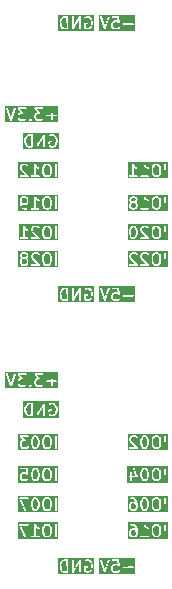
<source format=gbr>
%TF.GenerationSoftware,KiCad,Pcbnew,8.0.0*%
%TF.CreationDate,2024-02-29T15:38:19+07:00*%
%TF.ProjectId,PicoRX-ADC,5069636f-5258-42d4-9144-432e6b696361,rev?*%
%TF.SameCoordinates,PX79d4f70PY6146580*%
%TF.FileFunction,Legend,Bot*%
%TF.FilePolarity,Positive*%
%FSLAX46Y46*%
G04 Gerber Fmt 4.6, Leading zero omitted, Abs format (unit mm)*
G04 Created by KiCad (PCBNEW 8.0.0) date 2024-02-29 15:38:19*
%MOMM*%
%LPD*%
G01*
G04 APERTURE LIST*
%ADD10C,0.150000*%
G04 APERTURE END LIST*
D10*
G36*
X6497769Y17273129D02*
G01*
X6529096Y17242885D01*
X6567450Y17168404D01*
X6612053Y16995032D01*
X6613306Y16775359D01*
X6571184Y16601841D01*
X6532359Y16521825D01*
X6502113Y16490496D01*
X6433133Y16454974D01*
X6372972Y16454185D01*
X6304863Y16487233D01*
X6273536Y16517479D01*
X6235181Y16591960D01*
X6190578Y16765332D01*
X6189325Y16985005D01*
X6231447Y17158523D01*
X6270273Y17238540D01*
X6300517Y17269867D01*
X6369498Y17305389D01*
X6429659Y17306178D01*
X6497769Y17273129D01*
G37*
G36*
X7545181Y17273230D02*
G01*
X7618973Y17200848D01*
X7659666Y17042677D01*
X7660969Y16727923D01*
X7620855Y16562675D01*
X7550388Y16490834D01*
X7480942Y16455072D01*
X7325773Y16453982D01*
X7257451Y16487133D01*
X7183658Y16559515D01*
X7142965Y16717687D01*
X7141662Y17032441D01*
X7181776Y17197689D01*
X7252244Y17269530D01*
X7321689Y17305291D01*
X7476858Y17306381D01*
X7545181Y17273230D01*
G37*
G36*
X8349331Y16194070D02*
G01*
X4977110Y16194070D01*
X4977110Y16808753D01*
X5088221Y16808753D01*
X5089513Y16582149D01*
X5088810Y16580039D01*
X5089587Y16569097D01*
X5089662Y16556026D01*
X5090693Y16553537D01*
X5090884Y16550849D01*
X5096139Y16537117D01*
X5144829Y16442565D01*
X5148479Y16433753D01*
X5150862Y16430849D01*
X5151590Y16429436D01*
X5153088Y16428137D01*
X5157806Y16422388D01*
X5206841Y16375047D01*
X5212475Y16368550D01*
X5215620Y16366571D01*
X5216791Y16365440D01*
X5218618Y16364683D01*
X5224918Y16360718D01*
X5310807Y16319043D01*
X5312029Y16317821D01*
X5320888Y16314152D01*
X5333887Y16307844D01*
X5336576Y16307653D01*
X5339065Y16306622D01*
X5353697Y16305181D01*
X5627851Y16306497D01*
X5630030Y16305770D01*
X5641150Y16306561D01*
X5654043Y16306622D01*
X5656532Y16307654D01*
X5659220Y16307844D01*
X5672952Y16313099D01*
X5767506Y16361791D01*
X5776317Y16365440D01*
X5779219Y16367823D01*
X5780633Y16368550D01*
X5781933Y16370050D01*
X5787683Y16374768D01*
X5844629Y16433753D01*
X5855827Y16460789D01*
X5855827Y16490052D01*
X5844628Y16517088D01*
X5823935Y16537781D01*
X5796899Y16548979D01*
X5767636Y16548979D01*
X5740600Y16537780D01*
X5729234Y16528452D01*
X5692589Y16490496D01*
X5623867Y16455107D01*
X5373548Y16453906D01*
X5304863Y16487233D01*
X5273536Y16517479D01*
X5238132Y16586230D01*
X5236976Y16788966D01*
X5270273Y16857588D01*
X5300517Y16888915D01*
X5369374Y16924373D01*
X5496168Y16925533D01*
X5506260Y16924860D01*
X5508584Y16925647D01*
X5511186Y16925670D01*
X5522443Y16930334D01*
X5533981Y16934235D01*
X5535885Y16935901D01*
X5538222Y16936869D01*
X5546832Y16945480D01*
X5556005Y16953505D01*
X5557127Y16955775D01*
X5558914Y16957561D01*
X5563574Y16968812D01*
X5568977Y16979737D01*
X5569145Y16982261D01*
X5570113Y16984597D01*
X5570113Y16996782D01*
X5570276Y16999229D01*
X6040602Y16999229D01*
X6041932Y16765834D01*
X6040691Y16757488D01*
X6042032Y16748417D01*
X6042043Y16746502D01*
X6042465Y16745481D01*
X6042841Y16742944D01*
X6090358Y16558246D01*
X6090884Y16550849D01*
X6095086Y16539867D01*
X6095407Y16538622D01*
X6095729Y16538187D01*
X6096139Y16537117D01*
X6144829Y16442565D01*
X6148479Y16433753D01*
X6150862Y16430849D01*
X6151590Y16429436D01*
X6153088Y16428137D01*
X6157806Y16422388D01*
X6206841Y16375047D01*
X6212475Y16368550D01*
X6215620Y16366571D01*
X6216791Y16365440D01*
X6218618Y16364683D01*
X6224918Y16360718D01*
X6310807Y16319043D01*
X6312029Y16317821D01*
X6320888Y16314152D01*
X6333887Y16307844D01*
X6336576Y16307653D01*
X6339065Y16306622D01*
X6353697Y16305181D01*
X6438003Y16306287D01*
X6439554Y16305770D01*
X6448823Y16306429D01*
X6463567Y16306622D01*
X6466056Y16307654D01*
X6468744Y16307844D01*
X6482476Y16313099D01*
X6577030Y16361791D01*
X6585841Y16365440D01*
X6588743Y16367823D01*
X6590157Y16368550D01*
X6591457Y16370050D01*
X6597207Y16374768D01*
X6644548Y16423805D01*
X6651042Y16429436D01*
X6653021Y16432582D01*
X6654153Y16433753D01*
X6654910Y16435583D01*
X6658874Y16441879D01*
X6703142Y16533112D01*
X6707225Y16538622D01*
X6711160Y16549638D01*
X6711748Y16550848D01*
X6711786Y16551389D01*
X6712172Y16552468D01*
X6757412Y16738834D01*
X6760589Y16746502D01*
X6761486Y16755617D01*
X6761941Y16757488D01*
X6761778Y16758581D01*
X6762030Y16761134D01*
X6760699Y16994530D01*
X6761941Y17002875D01*
X6760599Y17011947D01*
X6760589Y17013861D01*
X6760166Y17014883D01*
X6759791Y17017419D01*
X6752220Y17046848D01*
X6992983Y17046848D01*
X6994343Y16718412D01*
X6993072Y16709869D01*
X6994416Y16700777D01*
X6994424Y16698883D01*
X6994846Y16697862D01*
X6995222Y16695325D01*
X7042043Y16513334D01*
X7042043Y16508408D01*
X7045387Y16500333D01*
X7047788Y16491003D01*
X7051107Y16486524D01*
X7053241Y16481372D01*
X7062569Y16470006D01*
X7158336Y16376068D01*
X7164856Y16368550D01*
X7168049Y16366540D01*
X7169172Y16365439D01*
X7171004Y16364681D01*
X7177299Y16360718D01*
X7263188Y16319043D01*
X7264410Y16317821D01*
X7273269Y16314152D01*
X7286268Y16307844D01*
X7288957Y16307653D01*
X7291446Y16306622D01*
X7306078Y16305181D01*
X7485165Y16306440D01*
X7487173Y16305770D01*
X7497845Y16306529D01*
X7511186Y16306622D01*
X7513675Y16307654D01*
X7516363Y16307844D01*
X7530095Y16313099D01*
X7624649Y16361791D01*
X7633460Y16365440D01*
X7636362Y16367823D01*
X7637776Y16368550D01*
X7639075Y16370049D01*
X7644825Y16374767D01*
X7733420Y16465091D01*
X7737422Y16467491D01*
X7742507Y16474355D01*
X7749391Y16481372D01*
X7751524Y16486524D01*
X7754844Y16491003D01*
X7759791Y16504849D01*
X7805031Y16691215D01*
X7808208Y16698883D01*
X7809105Y16707998D01*
X7809560Y16709869D01*
X7809397Y16710962D01*
X7809649Y16713515D01*
X7808288Y17041952D01*
X7809560Y17050494D01*
X7808215Y17059587D01*
X7808208Y17061480D01*
X7807785Y17062502D01*
X7807410Y17065038D01*
X7760589Y17247030D01*
X7760589Y17251955D01*
X7757243Y17260032D01*
X7754844Y17269360D01*
X7751525Y17273839D01*
X7749391Y17278992D01*
X7740063Y17290357D01*
X7648488Y17380181D01*
X8088220Y17380181D01*
X8089661Y16365549D01*
X8100860Y16338513D01*
X8121552Y16317821D01*
X8148588Y16306622D01*
X8177852Y16306622D01*
X8204888Y16317821D01*
X8225580Y16338513D01*
X8236779Y16365549D01*
X8238220Y16380181D01*
X8236779Y17394813D01*
X8225580Y17421849D01*
X8204888Y17442541D01*
X8177852Y17453740D01*
X8148588Y17453740D01*
X8121552Y17442541D01*
X8100860Y17421849D01*
X8089661Y17394813D01*
X8088220Y17380181D01*
X7648488Y17380181D01*
X7644300Y17384289D01*
X7637776Y17391812D01*
X7634579Y17393825D01*
X7633460Y17394922D01*
X7631632Y17395680D01*
X7625333Y17399644D01*
X7539444Y17441319D01*
X7538222Y17442541D01*
X7529356Y17446214D01*
X7516363Y17452518D01*
X7513675Y17452709D01*
X7511186Y17453740D01*
X7496554Y17455181D01*
X7317465Y17453923D01*
X7315458Y17454592D01*
X7304785Y17453834D01*
X7291446Y17453740D01*
X7288957Y17452710D01*
X7286268Y17452518D01*
X7272537Y17447263D01*
X7177987Y17398575D01*
X7169172Y17394923D01*
X7166266Y17392539D01*
X7164856Y17391812D01*
X7163557Y17390316D01*
X7157807Y17385595D01*
X7069211Y17295274D01*
X7065210Y17292872D01*
X7060123Y17286009D01*
X7053242Y17278992D01*
X7051108Y17273842D01*
X7047788Y17269360D01*
X7042841Y17255514D01*
X6997600Y17069149D01*
X6994424Y17061480D01*
X6993526Y17052366D01*
X6993072Y17050494D01*
X6993234Y17049402D01*
X6992983Y17046848D01*
X6752220Y17046848D01*
X6712273Y17202118D01*
X6711748Y17209515D01*
X6707544Y17220498D01*
X6707225Y17221741D01*
X6706902Y17222177D01*
X6706493Y17223246D01*
X6657801Y17317801D01*
X6654152Y17326611D01*
X6651769Y17329514D01*
X6651042Y17330927D01*
X6649543Y17332227D01*
X6644825Y17337976D01*
X6595789Y17385318D01*
X6590157Y17391812D01*
X6587011Y17393792D01*
X6585841Y17394922D01*
X6584013Y17395680D01*
X6577714Y17399644D01*
X6491825Y17441319D01*
X6490603Y17442541D01*
X6481737Y17446214D01*
X6468744Y17452518D01*
X6466056Y17452709D01*
X6463567Y17453740D01*
X6448935Y17455181D01*
X6364627Y17454076D01*
X6363077Y17454592D01*
X6353806Y17453934D01*
X6339065Y17453740D01*
X6336576Y17452710D01*
X6333887Y17452518D01*
X6320156Y17447263D01*
X6225601Y17398572D01*
X6216791Y17394922D01*
X6213888Y17392540D01*
X6212475Y17391812D01*
X6211175Y17390314D01*
X6205426Y17385595D01*
X6158084Y17336560D01*
X6151590Y17330927D01*
X6149610Y17327782D01*
X6148480Y17326611D01*
X6147722Y17324784D01*
X6143758Y17318484D01*
X6099491Y17227253D01*
X6095407Y17221741D01*
X6091469Y17210722D01*
X6090884Y17209514D01*
X6090845Y17208975D01*
X6090460Y17207895D01*
X6045219Y17021530D01*
X6042043Y17013861D01*
X6041145Y17004747D01*
X6040691Y17002875D01*
X6040853Y17001783D01*
X6040602Y16999229D01*
X5570276Y16999229D01*
X5570923Y17008935D01*
X5570113Y17011331D01*
X5570113Y17013861D01*
X5565449Y17025119D01*
X5561548Y17036656D01*
X5559462Y17039574D01*
X5558914Y17040897D01*
X5557518Y17042293D01*
X5552997Y17048617D01*
X5326920Y17305554D01*
X5796900Y17306622D01*
X5823936Y17317821D01*
X5844628Y17338513D01*
X5855827Y17365549D01*
X5855827Y17394813D01*
X5844628Y17421849D01*
X5823936Y17442541D01*
X5796900Y17453740D01*
X5782268Y17455181D01*
X5165104Y17453778D01*
X5153515Y17454550D01*
X5151137Y17453746D01*
X5148589Y17453740D01*
X5137331Y17449077D01*
X5125794Y17445175D01*
X5123889Y17443510D01*
X5121553Y17442541D01*
X5112942Y17433931D01*
X5103770Y17425905D01*
X5102647Y17423636D01*
X5100861Y17421849D01*
X5096200Y17410599D01*
X5090798Y17399673D01*
X5090629Y17397150D01*
X5089662Y17394813D01*
X5089662Y17382629D01*
X5088852Y17370475D01*
X5089662Y17368080D01*
X5089662Y17365549D01*
X5094325Y17354292D01*
X5098227Y17342754D01*
X5100312Y17339837D01*
X5100861Y17338513D01*
X5102256Y17337118D01*
X5106778Y17330793D01*
X5334813Y17071632D01*
X5333887Y17071566D01*
X5320156Y17066311D01*
X5225601Y17017620D01*
X5216791Y17013970D01*
X5213888Y17011588D01*
X5212475Y17010860D01*
X5211175Y17009362D01*
X5205426Y17004643D01*
X5158084Y16955608D01*
X5151590Y16949975D01*
X5149610Y16946830D01*
X5148480Y16945659D01*
X5147722Y16943832D01*
X5143758Y16937532D01*
X5102083Y16851644D01*
X5100861Y16850421D01*
X5097188Y16841556D01*
X5090884Y16828562D01*
X5090693Y16825875D01*
X5089662Y16823385D01*
X5088221Y16808753D01*
X4977110Y16808753D01*
X4977110Y17566292D01*
X8349331Y17566292D01*
X8349331Y16194070D01*
G37*
G36*
X14795388Y35023129D02*
G01*
X14826715Y34992885D01*
X14865069Y34918404D01*
X14909672Y34745032D01*
X14910925Y34525359D01*
X14868803Y34351841D01*
X14829978Y34271825D01*
X14799732Y34240496D01*
X14730752Y34204974D01*
X14670591Y34204185D01*
X14602482Y34237233D01*
X14571155Y34267479D01*
X14532800Y34341960D01*
X14488197Y34515332D01*
X14486944Y34735005D01*
X14529066Y34908523D01*
X14567892Y34988540D01*
X14598136Y35019867D01*
X14667117Y35055389D01*
X14727278Y35056178D01*
X14795388Y35023129D01*
G37*
G36*
X16795181Y35023230D02*
G01*
X16868973Y34950848D01*
X16909666Y34792677D01*
X16910969Y34477923D01*
X16870855Y34312675D01*
X16800388Y34240834D01*
X16730942Y34205072D01*
X16575773Y34203982D01*
X16507451Y34237133D01*
X16433658Y34309515D01*
X16392965Y34467687D01*
X16391662Y34782441D01*
X16431776Y34947689D01*
X16502244Y35019530D01*
X16571689Y35055291D01*
X16726858Y35056381D01*
X16795181Y35023230D01*
G37*
G36*
X17599331Y33944070D02*
G01*
X14227110Y33944070D01*
X14227110Y34749229D01*
X14338221Y34749229D01*
X14339551Y34515834D01*
X14338310Y34507488D01*
X14339651Y34498417D01*
X14339662Y34496502D01*
X14340084Y34495481D01*
X14340460Y34492944D01*
X14387977Y34308246D01*
X14388503Y34300849D01*
X14392705Y34289867D01*
X14393026Y34288622D01*
X14393348Y34288187D01*
X14393758Y34287117D01*
X14442448Y34192565D01*
X14446098Y34183753D01*
X14448481Y34180849D01*
X14449209Y34179436D01*
X14450707Y34178137D01*
X14455425Y34172388D01*
X14504460Y34125047D01*
X14510094Y34118550D01*
X14513239Y34116571D01*
X14514410Y34115440D01*
X14516237Y34114683D01*
X14522537Y34110718D01*
X14608426Y34069043D01*
X14609648Y34067821D01*
X14618507Y34064152D01*
X14631506Y34057844D01*
X14634195Y34057653D01*
X14636684Y34056622D01*
X14651316Y34055181D01*
X14735622Y34056287D01*
X14737173Y34055770D01*
X14746442Y34056429D01*
X14761186Y34056622D01*
X14763675Y34057654D01*
X14766363Y34057844D01*
X14780095Y34063099D01*
X14874649Y34111791D01*
X14883460Y34115440D01*
X14886362Y34117823D01*
X14887776Y34118550D01*
X14889076Y34120050D01*
X14894826Y34124768D01*
X14942167Y34173805D01*
X14948661Y34179436D01*
X14950640Y34182582D01*
X14951772Y34183753D01*
X14952529Y34185583D01*
X14956493Y34191879D01*
X15000761Y34283112D01*
X15004844Y34288622D01*
X15008779Y34299638D01*
X15009367Y34300848D01*
X15009405Y34301389D01*
X15009791Y34302468D01*
X15055031Y34488834D01*
X15058208Y34496502D01*
X15059105Y34505617D01*
X15059560Y34507488D01*
X15059397Y34508581D01*
X15059649Y34511134D01*
X15058318Y34744530D01*
X15059560Y34752875D01*
X15058218Y34761947D01*
X15058208Y34763861D01*
X15057785Y34764883D01*
X15057410Y34767419D01*
X15013086Y34939705D01*
X15290602Y34939705D01*
X15291852Y34844388D01*
X15291191Y34835087D01*
X15292022Y34831433D01*
X15292043Y34829835D01*
X15292801Y34828004D01*
X15294451Y34820750D01*
X15339662Y34688960D01*
X15339662Y34686979D01*
X15343617Y34677430D01*
X15348064Y34664468D01*
X15349829Y34662433D01*
X15350861Y34659942D01*
X15360188Y34648577D01*
X15805547Y34204774D01*
X15350970Y34203740D01*
X15323934Y34192541D01*
X15303242Y34171849D01*
X15292043Y34144813D01*
X15292043Y34115549D01*
X15303242Y34088513D01*
X15323934Y34067821D01*
X15350970Y34056622D01*
X15365602Y34055181D01*
X15999281Y34056622D01*
X16007199Y34059902D01*
X16026317Y34067820D01*
X16047009Y34088513D01*
X16058208Y34115549D01*
X16058208Y34144812D01*
X16047010Y34171849D01*
X16037682Y34183214D01*
X15479544Y34739401D01*
X15459836Y34796848D01*
X16242983Y34796848D01*
X16244343Y34468412D01*
X16243072Y34459869D01*
X16244416Y34450777D01*
X16244424Y34448883D01*
X16244846Y34447862D01*
X16245222Y34445325D01*
X16292043Y34263334D01*
X16292043Y34258408D01*
X16295387Y34250333D01*
X16297788Y34241003D01*
X16301107Y34236524D01*
X16303241Y34231372D01*
X16312569Y34220006D01*
X16408336Y34126068D01*
X16414856Y34118550D01*
X16418049Y34116540D01*
X16419172Y34115439D01*
X16421004Y34114681D01*
X16427299Y34110718D01*
X16513188Y34069043D01*
X16514410Y34067821D01*
X16523269Y34064152D01*
X16536268Y34057844D01*
X16538957Y34057653D01*
X16541446Y34056622D01*
X16556078Y34055181D01*
X16735165Y34056440D01*
X16737173Y34055770D01*
X16747845Y34056529D01*
X16761186Y34056622D01*
X16763675Y34057654D01*
X16766363Y34057844D01*
X16780095Y34063099D01*
X16874649Y34111791D01*
X16883460Y34115440D01*
X16886362Y34117823D01*
X16887776Y34118550D01*
X16889075Y34120049D01*
X16894825Y34124767D01*
X16983420Y34215091D01*
X16987422Y34217491D01*
X16992507Y34224355D01*
X16999391Y34231372D01*
X17001524Y34236524D01*
X17004844Y34241003D01*
X17009791Y34254849D01*
X17055031Y34441215D01*
X17058208Y34448883D01*
X17059105Y34457998D01*
X17059560Y34459869D01*
X17059397Y34460962D01*
X17059649Y34463515D01*
X17058288Y34791952D01*
X17059560Y34800494D01*
X17058215Y34809587D01*
X17058208Y34811480D01*
X17057785Y34812502D01*
X17057410Y34815038D01*
X17010589Y34997030D01*
X17010589Y35001955D01*
X17007243Y35010032D01*
X17004844Y35019360D01*
X17001525Y35023839D01*
X16999391Y35028992D01*
X16990063Y35040357D01*
X16898488Y35130181D01*
X17338220Y35130181D01*
X17339661Y34115549D01*
X17350860Y34088513D01*
X17371552Y34067821D01*
X17398588Y34056622D01*
X17427852Y34056622D01*
X17454888Y34067821D01*
X17475580Y34088513D01*
X17486779Y34115549D01*
X17488220Y34130181D01*
X17486779Y35144813D01*
X17475580Y35171849D01*
X17454888Y35192541D01*
X17427852Y35203740D01*
X17398588Y35203740D01*
X17371552Y35192541D01*
X17350860Y35171849D01*
X17339661Y35144813D01*
X17338220Y35130181D01*
X16898488Y35130181D01*
X16894300Y35134289D01*
X16887776Y35141812D01*
X16884579Y35143825D01*
X16883460Y35144922D01*
X16881632Y35145680D01*
X16875333Y35149644D01*
X16789444Y35191319D01*
X16788222Y35192541D01*
X16779356Y35196214D01*
X16766363Y35202518D01*
X16763675Y35202709D01*
X16761186Y35203740D01*
X16746554Y35205181D01*
X16567465Y35203923D01*
X16565458Y35204592D01*
X16554785Y35203834D01*
X16541446Y35203740D01*
X16538957Y35202710D01*
X16536268Y35202518D01*
X16522537Y35197263D01*
X16427987Y35148575D01*
X16419172Y35144923D01*
X16416266Y35142539D01*
X16414856Y35141812D01*
X16413557Y35140316D01*
X16407807Y35135595D01*
X16319211Y35045274D01*
X16315210Y35042872D01*
X16310123Y35036009D01*
X16303242Y35028992D01*
X16301108Y35023842D01*
X16297788Y35019360D01*
X16292841Y35005514D01*
X16247600Y34819149D01*
X16244424Y34811480D01*
X16243526Y34802366D01*
X16243072Y34800494D01*
X16243234Y34799402D01*
X16242983Y34796848D01*
X15459836Y34796848D01*
X15440486Y34853254D01*
X15439605Y34920430D01*
X15472654Y34988540D01*
X15502898Y35019867D01*
X15571649Y35055270D01*
X15774385Y35056426D01*
X15843007Y35023129D01*
X15895362Y34972583D01*
X15922398Y34961384D01*
X15951661Y34961384D01*
X15978697Y34972583D01*
X15999390Y34993276D01*
X16010589Y35020312D01*
X16010589Y35049575D01*
X15999390Y35076611D01*
X15990063Y35087976D01*
X15941027Y35135318D01*
X15935395Y35141812D01*
X15932249Y35143792D01*
X15931079Y35144922D01*
X15929251Y35145680D01*
X15922952Y35149644D01*
X15837063Y35191319D01*
X15835841Y35192541D01*
X15826975Y35196214D01*
X15813982Y35202518D01*
X15811294Y35202709D01*
X15808805Y35203740D01*
X15794173Y35205181D01*
X15567567Y35203889D01*
X15565458Y35204592D01*
X15554515Y35203815D01*
X15541446Y35203740D01*
X15538957Y35202710D01*
X15536268Y35202518D01*
X15522537Y35197263D01*
X15427982Y35148572D01*
X15419172Y35144922D01*
X15416269Y35142540D01*
X15414856Y35141812D01*
X15413556Y35140314D01*
X15407807Y35135595D01*
X15360465Y35086560D01*
X15353971Y35080927D01*
X15351991Y35077782D01*
X15350861Y35076611D01*
X15350103Y35074784D01*
X15346139Y35068484D01*
X15304464Y34982596D01*
X15303242Y34981373D01*
X15299569Y34972508D01*
X15293265Y34959514D01*
X15293074Y34956827D01*
X15292043Y34954337D01*
X15290602Y34939705D01*
X15013086Y34939705D01*
X15009892Y34952118D01*
X15009367Y34959515D01*
X15005163Y34970498D01*
X15004844Y34971741D01*
X15004521Y34972177D01*
X15004112Y34973246D01*
X14955420Y35067801D01*
X14951771Y35076611D01*
X14949388Y35079514D01*
X14948661Y35080927D01*
X14947162Y35082227D01*
X14942444Y35087976D01*
X14893408Y35135318D01*
X14887776Y35141812D01*
X14884630Y35143792D01*
X14883460Y35144922D01*
X14881632Y35145680D01*
X14875333Y35149644D01*
X14789444Y35191319D01*
X14788222Y35192541D01*
X14779356Y35196214D01*
X14766363Y35202518D01*
X14763675Y35202709D01*
X14761186Y35203740D01*
X14746554Y35205181D01*
X14662246Y35204076D01*
X14660696Y35204592D01*
X14651425Y35203934D01*
X14636684Y35203740D01*
X14634195Y35202710D01*
X14631506Y35202518D01*
X14617775Y35197263D01*
X14523220Y35148572D01*
X14514410Y35144922D01*
X14511507Y35142540D01*
X14510094Y35141812D01*
X14508794Y35140314D01*
X14503045Y35135595D01*
X14455703Y35086560D01*
X14449209Y35080927D01*
X14447229Y35077782D01*
X14446099Y35076611D01*
X14445341Y35074784D01*
X14441377Y35068484D01*
X14397110Y34977253D01*
X14393026Y34971741D01*
X14389088Y34960722D01*
X14388503Y34959514D01*
X14388464Y34958975D01*
X14388079Y34957895D01*
X14342838Y34771530D01*
X14339662Y34763861D01*
X14338764Y34754747D01*
X14338310Y34752875D01*
X14338472Y34751783D01*
X14338221Y34749229D01*
X14227110Y34749229D01*
X14227110Y35316292D01*
X17599331Y35316292D01*
X17599331Y33944070D01*
G37*
G36*
X7545181Y9773230D02*
G01*
X7618973Y9700848D01*
X7659666Y9542677D01*
X7660969Y9227923D01*
X7620855Y9062675D01*
X7550388Y8990834D01*
X7480942Y8955072D01*
X7325773Y8953982D01*
X7257451Y8987133D01*
X7183658Y9059515D01*
X7142965Y9217687D01*
X7141662Y9532441D01*
X7181776Y9697689D01*
X7252244Y9769530D01*
X7321689Y9805291D01*
X7476858Y9806381D01*
X7545181Y9773230D01*
G37*
G36*
X8349331Y8694070D02*
G01*
X4930759Y8694070D01*
X4930759Y9893915D01*
X5041870Y9893915D01*
X5042043Y9879736D01*
X5042043Y9865549D01*
X5042221Y9865119D01*
X5042227Y9864654D01*
X5046666Y9850637D01*
X5482325Y8837756D01*
X5503269Y8817318D01*
X5530439Y8806450D01*
X5559700Y8806806D01*
X5586598Y8818334D01*
X5607037Y8839277D01*
X5617546Y8865549D01*
X6042043Y8865549D01*
X6053242Y8838513D01*
X6073934Y8817821D01*
X6100970Y8806622D01*
X6115602Y8805181D01*
X6701662Y8806622D01*
X6728698Y8817821D01*
X6749390Y8838513D01*
X6760589Y8865549D01*
X6760589Y8894813D01*
X6749390Y8921849D01*
X6728698Y8942541D01*
X6701662Y8953740D01*
X6687030Y8955181D01*
X6476210Y8954663D01*
X6475218Y9653200D01*
X6539288Y9590354D01*
X6545808Y9582836D01*
X6549001Y9580826D01*
X6550124Y9579725D01*
X6551956Y9578967D01*
X6558251Y9575004D01*
X6667220Y9522130D01*
X6696410Y9520056D01*
X6724172Y9529310D01*
X6744394Y9546848D01*
X6992983Y9546848D01*
X6994343Y9218412D01*
X6993072Y9209869D01*
X6994416Y9200777D01*
X6994424Y9198883D01*
X6994846Y9197862D01*
X6995222Y9195325D01*
X7042043Y9013334D01*
X7042043Y9008408D01*
X7045387Y9000333D01*
X7047788Y8991003D01*
X7051107Y8986524D01*
X7053241Y8981372D01*
X7062569Y8970006D01*
X7158336Y8876068D01*
X7164856Y8868550D01*
X7168049Y8866540D01*
X7169172Y8865439D01*
X7171004Y8864681D01*
X7177299Y8860718D01*
X7263188Y8819043D01*
X7264410Y8817821D01*
X7273269Y8814152D01*
X7286268Y8807844D01*
X7288957Y8807653D01*
X7291446Y8806622D01*
X7306078Y8805181D01*
X7485165Y8806440D01*
X7487173Y8805770D01*
X7497845Y8806529D01*
X7511186Y8806622D01*
X7513675Y8807654D01*
X7516363Y8807844D01*
X7530095Y8813099D01*
X7624649Y8861791D01*
X7633460Y8865440D01*
X7636362Y8867823D01*
X7637776Y8868550D01*
X7639075Y8870049D01*
X7644825Y8874767D01*
X7733420Y8965091D01*
X7737422Y8967491D01*
X7742507Y8974355D01*
X7749391Y8981372D01*
X7751524Y8986524D01*
X7754844Y8991003D01*
X7759791Y9004849D01*
X7805031Y9191215D01*
X7808208Y9198883D01*
X7809105Y9207998D01*
X7809560Y9209869D01*
X7809397Y9210962D01*
X7809649Y9213515D01*
X7808288Y9541952D01*
X7809560Y9550494D01*
X7808215Y9559587D01*
X7808208Y9561480D01*
X7807785Y9562502D01*
X7807410Y9565038D01*
X7760589Y9747030D01*
X7760589Y9751955D01*
X7757243Y9760032D01*
X7754844Y9769360D01*
X7751525Y9773839D01*
X7749391Y9778992D01*
X7740063Y9790357D01*
X7648488Y9880181D01*
X8088220Y9880181D01*
X8089661Y8865549D01*
X8100860Y8838513D01*
X8121552Y8817821D01*
X8148588Y8806622D01*
X8177852Y8806622D01*
X8204888Y8817821D01*
X8225580Y8838513D01*
X8236779Y8865549D01*
X8238220Y8880181D01*
X8236779Y9894813D01*
X8225580Y9921849D01*
X8204888Y9942541D01*
X8177852Y9953740D01*
X8148588Y9953740D01*
X8121552Y9942541D01*
X8100860Y9921849D01*
X8089661Y9894813D01*
X8088220Y9880181D01*
X7648488Y9880181D01*
X7644300Y9884289D01*
X7637776Y9891812D01*
X7634579Y9893825D01*
X7633460Y9894922D01*
X7631632Y9895680D01*
X7625333Y9899644D01*
X7539444Y9941319D01*
X7538222Y9942541D01*
X7529356Y9946214D01*
X7516363Y9952518D01*
X7513675Y9952709D01*
X7511186Y9953740D01*
X7496554Y9955181D01*
X7317465Y9953923D01*
X7315458Y9954592D01*
X7304785Y9953834D01*
X7291446Y9953740D01*
X7288957Y9952710D01*
X7286268Y9952518D01*
X7272537Y9947263D01*
X7177987Y9898575D01*
X7169172Y9894923D01*
X7166266Y9892539D01*
X7164856Y9891812D01*
X7163557Y9890316D01*
X7157807Y9885595D01*
X7069211Y9795274D01*
X7065210Y9792872D01*
X7060123Y9786009D01*
X7053242Y9778992D01*
X7051108Y9773842D01*
X7047788Y9769360D01*
X7042841Y9755514D01*
X6997600Y9569149D01*
X6994424Y9561480D01*
X6993526Y9552366D01*
X6993072Y9550494D01*
X6993234Y9549402D01*
X6992983Y9546848D01*
X6744394Y9546848D01*
X6746279Y9548483D01*
X6759367Y9574658D01*
X6761441Y9603848D01*
X6752187Y9631609D01*
X6733014Y9653717D01*
X6720571Y9661549D01*
X6638402Y9701419D01*
X6558111Y9780175D01*
X6466197Y9915762D01*
X6463676Y9921849D01*
X6458693Y9926832D01*
X6454404Y9933159D01*
X6448234Y9937291D01*
X6442984Y9942541D01*
X6436194Y9945354D01*
X6430089Y9949442D01*
X6422808Y9950899D01*
X6415948Y9953740D01*
X6408600Y9953740D01*
X6401395Y9955181D01*
X6394111Y9953740D01*
X6386684Y9953740D01*
X6379895Y9950928D01*
X6372687Y9949502D01*
X6366508Y9945383D01*
X6359648Y9942541D01*
X6354452Y9937346D01*
X6348338Y9933269D01*
X6344206Y9927100D01*
X6338956Y9921849D01*
X6336143Y9915060D01*
X6332055Y9908954D01*
X6330598Y9901674D01*
X6327757Y9894813D01*
X6326331Y9880337D01*
X6326316Y9880260D01*
X6326321Y9880234D01*
X6326316Y9880181D01*
X6327630Y8954298D01*
X6100970Y8953740D01*
X6073934Y8942541D01*
X6053242Y8921849D01*
X6042043Y8894813D01*
X6042043Y8865549D01*
X5617546Y8865549D01*
X5617905Y8866447D01*
X5617548Y8895709D01*
X5613109Y8909725D01*
X5227854Y9805419D01*
X5796900Y9806622D01*
X5823936Y9817821D01*
X5844628Y9838513D01*
X5855827Y9865549D01*
X5855827Y9894813D01*
X5844628Y9921849D01*
X5823936Y9942541D01*
X5796900Y9953740D01*
X5782268Y9955181D01*
X5129617Y9953801D01*
X5129336Y9953913D01*
X5118131Y9953777D01*
X5100970Y9953740D01*
X5100539Y9953562D01*
X5100075Y9953556D01*
X5087034Y9947968D01*
X5073934Y9942541D01*
X5073605Y9942213D01*
X5073177Y9942029D01*
X5063261Y9931869D01*
X5053242Y9921849D01*
X5053063Y9921419D01*
X5052738Y9921085D01*
X5047464Y9907903D01*
X5042043Y9894813D01*
X5042043Y9894348D01*
X5041870Y9893915D01*
X4930759Y9893915D01*
X4930759Y10066292D01*
X8349331Y10066292D01*
X8349331Y8694070D01*
G37*
G36*
X14847890Y51694070D02*
G01*
X11763413Y51694070D01*
X11763413Y52870801D01*
X11874524Y52870801D01*
X11877784Y52856464D01*
X12209561Y51865587D01*
X12209932Y51860371D01*
X12214096Y51852041D01*
X12217111Y51843039D01*
X12220621Y51838992D01*
X12223018Y51834198D01*
X12230126Y51828033D01*
X12236285Y51820932D01*
X12241074Y51818538D01*
X12245125Y51815024D01*
X12254050Y51812050D01*
X12262458Y51807845D01*
X12267802Y51807466D01*
X12272888Y51805770D01*
X12282268Y51806437D01*
X12291648Y51805770D01*
X12296733Y51807466D01*
X12302078Y51807845D01*
X12310488Y51812051D01*
X12319410Y51815024D01*
X12323457Y51818535D01*
X12328251Y51820931D01*
X12334414Y51828037D01*
X12341518Y51834198D01*
X12343913Y51838990D01*
X12347425Y51843038D01*
X12353419Y51856464D01*
X12503505Y52308753D01*
X12826316Y52308753D01*
X12827608Y52082149D01*
X12826905Y52080039D01*
X12827682Y52069097D01*
X12827757Y52056026D01*
X12828788Y52053537D01*
X12828979Y52050849D01*
X12834234Y52037117D01*
X12882924Y51942565D01*
X12886574Y51933753D01*
X12888957Y51930849D01*
X12889685Y51929436D01*
X12891183Y51928137D01*
X12895901Y51922388D01*
X12944936Y51875047D01*
X12950570Y51868550D01*
X12953715Y51866571D01*
X12954886Y51865440D01*
X12956713Y51864683D01*
X12963013Y51860718D01*
X13048902Y51819043D01*
X13050124Y51817821D01*
X13058983Y51814152D01*
X13071982Y51807844D01*
X13074671Y51807653D01*
X13077160Y51806622D01*
X13091792Y51805181D01*
X13318396Y51806474D01*
X13320506Y51805770D01*
X13331448Y51806548D01*
X13344519Y51806622D01*
X13347008Y51807654D01*
X13349696Y51807844D01*
X13363428Y51813099D01*
X13457982Y51861791D01*
X13466793Y51865440D01*
X13469695Y51867823D01*
X13471109Y51868550D01*
X13472409Y51870050D01*
X13478159Y51874768D01*
X13535105Y51933753D01*
X13546303Y51960789D01*
X13546303Y51990052D01*
X13535104Y52017088D01*
X13514411Y52037781D01*
X13487375Y52048979D01*
X13458112Y52048979D01*
X13431076Y52037780D01*
X13419710Y52028452D01*
X13383065Y51990496D01*
X13314315Y51955093D01*
X13111579Y51953937D01*
X13042958Y51987233D01*
X13011631Y52017479D01*
X12976227Y52086230D01*
X12975313Y52246502D01*
X13827757Y52246502D01*
X13838956Y52219466D01*
X13859648Y52198774D01*
X13886684Y52187575D01*
X13901316Y52186134D01*
X14208113Y52186704D01*
X14208709Y51865549D01*
X14219908Y51838513D01*
X14240600Y51817821D01*
X14267636Y51806622D01*
X14296900Y51806622D01*
X14323936Y51817821D01*
X14344628Y51838513D01*
X14355827Y51865549D01*
X14357268Y51880181D01*
X14356698Y52186980D01*
X14677852Y52187575D01*
X14704888Y52198774D01*
X14725580Y52219466D01*
X14736779Y52246502D01*
X14736779Y52275766D01*
X14725580Y52302802D01*
X14704888Y52323494D01*
X14677852Y52334693D01*
X14663220Y52336134D01*
X14356422Y52335565D01*
X14355827Y52656718D01*
X14344628Y52683754D01*
X14323936Y52704446D01*
X14296900Y52715645D01*
X14267636Y52715645D01*
X14240600Y52704446D01*
X14219908Y52683754D01*
X14208709Y52656718D01*
X14207268Y52642086D01*
X14207837Y52335289D01*
X13886684Y52334693D01*
X13859648Y52323494D01*
X13838956Y52302802D01*
X13827757Y52275766D01*
X13827757Y52246502D01*
X12975313Y52246502D01*
X12975071Y52288966D01*
X13008368Y52357588D01*
X13038612Y52388915D01*
X13107363Y52424318D01*
X13310099Y52425474D01*
X13378721Y52392177D01*
X13413748Y52358361D01*
X13414840Y52356325D01*
X13421503Y52350874D01*
X13431076Y52341631D01*
X13434564Y52340186D01*
X13437488Y52337794D01*
X13447985Y52334627D01*
X13458112Y52330432D01*
X13461888Y52330432D01*
X13465504Y52329341D01*
X13476414Y52330432D01*
X13487375Y52330432D01*
X13490863Y52331878D01*
X13494623Y52332253D01*
X13504286Y52337438D01*
X13514411Y52341631D01*
X13517081Y52344302D01*
X13520410Y52346087D01*
X13527355Y52354576D01*
X13535104Y52362324D01*
X13536548Y52365811D01*
X13538941Y52368735D01*
X13542109Y52379236D01*
X13546303Y52389360D01*
X13546303Y52393136D01*
X13547394Y52396751D01*
X13547372Y52411454D01*
X13498684Y52884373D01*
X13498684Y52894813D01*
X13497253Y52898267D01*
X13496863Y52902060D01*
X13491680Y52911720D01*
X13487485Y52921849D01*
X13484813Y52924521D01*
X13483029Y52927847D01*
X13474546Y52934788D01*
X13466793Y52942541D01*
X13463304Y52943987D01*
X13460381Y52946378D01*
X13449883Y52949546D01*
X13439757Y52953740D01*
X13434151Y52954293D01*
X13432365Y52954831D01*
X13430536Y52954649D01*
X13425125Y52955181D01*
X12934303Y52953740D01*
X12907267Y52942541D01*
X12886575Y52921849D01*
X12875376Y52894813D01*
X12875376Y52865549D01*
X12886575Y52838513D01*
X12907267Y52817821D01*
X12934303Y52806622D01*
X12948935Y52805181D01*
X13357326Y52806380D01*
X13383173Y52555323D01*
X13372777Y52560367D01*
X13371555Y52561589D01*
X13362689Y52565262D01*
X13349696Y52571566D01*
X13347008Y52571757D01*
X13344519Y52572788D01*
X13329887Y52574229D01*
X13103281Y52572937D01*
X13101172Y52573640D01*
X13090229Y52572863D01*
X13077160Y52572788D01*
X13074671Y52571758D01*
X13071982Y52571566D01*
X13058251Y52566311D01*
X12963696Y52517620D01*
X12954886Y52513970D01*
X12951983Y52511588D01*
X12950570Y52510860D01*
X12949270Y52509362D01*
X12943521Y52504643D01*
X12896179Y52455608D01*
X12889685Y52449975D01*
X12887705Y52446830D01*
X12886575Y52445659D01*
X12885817Y52443832D01*
X12881853Y52437532D01*
X12840178Y52351644D01*
X12838956Y52350421D01*
X12835283Y52341556D01*
X12828979Y52328562D01*
X12828788Y52325875D01*
X12827757Y52323385D01*
X12826316Y52308753D01*
X12503505Y52308753D01*
X12690012Y52870800D01*
X12687937Y52899990D01*
X12674851Y52926164D01*
X12652743Y52945338D01*
X12624981Y52954592D01*
X12595791Y52952517D01*
X12569618Y52939430D01*
X12550444Y52917323D01*
X12544450Y52903898D01*
X12282700Y52115105D01*
X12014092Y52917324D01*
X11994918Y52939431D01*
X11968745Y52952517D01*
X11939555Y52954592D01*
X11911792Y52945338D01*
X11889685Y52926164D01*
X11876599Y52899991D01*
X11874524Y52870801D01*
X11763413Y52870801D01*
X11763413Y53066292D01*
X14847890Y53066292D01*
X14847890Y51694070D01*
G37*
G36*
X14843007Y9392177D02*
G01*
X14874334Y9361933D01*
X14910229Y9292227D01*
X14910964Y9090591D01*
X14877597Y9021825D01*
X14847351Y8990496D01*
X14778561Y8955072D01*
X14623392Y8953982D01*
X14554863Y8987233D01*
X14523536Y9017479D01*
X14488132Y9086230D01*
X14486976Y9288966D01*
X14520273Y9357588D01*
X14550517Y9388915D01*
X14619308Y9424339D01*
X14774477Y9425429D01*
X14843007Y9392177D01*
G37*
G36*
X16795181Y9773230D02*
G01*
X16868973Y9700848D01*
X16909666Y9542677D01*
X16910969Y9227923D01*
X16870855Y9062675D01*
X16800388Y8990834D01*
X16730942Y8955072D01*
X16575773Y8953982D01*
X16507451Y8987133D01*
X16433658Y9059515D01*
X16392965Y9217687D01*
X16391662Y9532441D01*
X16431776Y9697689D01*
X16502244Y9769530D01*
X16571689Y9805291D01*
X16726858Y9806381D01*
X16795181Y9773230D01*
G37*
G36*
X17599331Y8694070D02*
G01*
X14227110Y8694070D01*
X14227110Y9308753D01*
X14338221Y9308753D01*
X14339513Y9082149D01*
X14338810Y9080039D01*
X14339587Y9069097D01*
X14339662Y9056026D01*
X14340693Y9053537D01*
X14340884Y9050849D01*
X14346139Y9037117D01*
X14394829Y8942565D01*
X14398479Y8933753D01*
X14400862Y8930849D01*
X14401590Y8929436D01*
X14403088Y8928137D01*
X14407806Y8922388D01*
X14456841Y8875047D01*
X14462475Y8868550D01*
X14465620Y8866571D01*
X14466791Y8865440D01*
X14468618Y8864683D01*
X14474918Y8860718D01*
X14560807Y8819043D01*
X14562029Y8817821D01*
X14570888Y8814152D01*
X14583887Y8807844D01*
X14586576Y8807653D01*
X14589065Y8806622D01*
X14603697Y8805181D01*
X14782784Y8806440D01*
X14784792Y8805770D01*
X14795464Y8806529D01*
X14808805Y8806622D01*
X14811294Y8807654D01*
X14813982Y8807844D01*
X14827714Y8813099D01*
X14922268Y8861791D01*
X14931079Y8865440D01*
X14931212Y8865549D01*
X15292043Y8865549D01*
X15303242Y8838513D01*
X15323934Y8817821D01*
X15350970Y8806622D01*
X15365602Y8805181D01*
X15951662Y8806622D01*
X15978698Y8817821D01*
X15999390Y8838513D01*
X16010589Y8865549D01*
X16010589Y8894813D01*
X15999390Y8921849D01*
X15978698Y8942541D01*
X15951662Y8953740D01*
X15937030Y8955181D01*
X15726210Y8954663D01*
X15725218Y9653200D01*
X15789288Y9590354D01*
X15795808Y9582836D01*
X15799001Y9580826D01*
X15800124Y9579725D01*
X15801956Y9578967D01*
X15808251Y9575004D01*
X15917220Y9522130D01*
X15946410Y9520056D01*
X15974172Y9529310D01*
X15994394Y9546848D01*
X16242983Y9546848D01*
X16244343Y9218412D01*
X16243072Y9209869D01*
X16244416Y9200777D01*
X16244424Y9198883D01*
X16244846Y9197862D01*
X16245222Y9195325D01*
X16292043Y9013334D01*
X16292043Y9008408D01*
X16295387Y9000333D01*
X16297788Y8991003D01*
X16301107Y8986524D01*
X16303241Y8981372D01*
X16312569Y8970006D01*
X16408336Y8876068D01*
X16414856Y8868550D01*
X16418049Y8866540D01*
X16419172Y8865439D01*
X16421004Y8864681D01*
X16427299Y8860718D01*
X16513188Y8819043D01*
X16514410Y8817821D01*
X16523269Y8814152D01*
X16536268Y8807844D01*
X16538957Y8807653D01*
X16541446Y8806622D01*
X16556078Y8805181D01*
X16735165Y8806440D01*
X16737173Y8805770D01*
X16747845Y8806529D01*
X16761186Y8806622D01*
X16763675Y8807654D01*
X16766363Y8807844D01*
X16780095Y8813099D01*
X16874649Y8861791D01*
X16883460Y8865440D01*
X16886362Y8867823D01*
X16887776Y8868550D01*
X16889075Y8870049D01*
X16894825Y8874767D01*
X16983420Y8965091D01*
X16987422Y8967491D01*
X16992507Y8974355D01*
X16999391Y8981372D01*
X17001524Y8986524D01*
X17004844Y8991003D01*
X17009791Y9004849D01*
X17055031Y9191215D01*
X17058208Y9198883D01*
X17059105Y9207998D01*
X17059560Y9209869D01*
X17059397Y9210962D01*
X17059649Y9213515D01*
X17058288Y9541952D01*
X17059560Y9550494D01*
X17058215Y9559587D01*
X17058208Y9561480D01*
X17057785Y9562502D01*
X17057410Y9565038D01*
X17010589Y9747030D01*
X17010589Y9751955D01*
X17007243Y9760032D01*
X17004844Y9769360D01*
X17001525Y9773839D01*
X16999391Y9778992D01*
X16990063Y9790357D01*
X16898488Y9880181D01*
X17338220Y9880181D01*
X17339661Y8865549D01*
X17350860Y8838513D01*
X17371552Y8817821D01*
X17398588Y8806622D01*
X17427852Y8806622D01*
X17454888Y8817821D01*
X17475580Y8838513D01*
X17486779Y8865549D01*
X17488220Y8880181D01*
X17486779Y9894813D01*
X17475580Y9921849D01*
X17454888Y9942541D01*
X17427852Y9953740D01*
X17398588Y9953740D01*
X17371552Y9942541D01*
X17350860Y9921849D01*
X17339661Y9894813D01*
X17338220Y9880181D01*
X16898488Y9880181D01*
X16894300Y9884289D01*
X16887776Y9891812D01*
X16884579Y9893825D01*
X16883460Y9894922D01*
X16881632Y9895680D01*
X16875333Y9899644D01*
X16789444Y9941319D01*
X16788222Y9942541D01*
X16779356Y9946214D01*
X16766363Y9952518D01*
X16763675Y9952709D01*
X16761186Y9953740D01*
X16746554Y9955181D01*
X16567465Y9953923D01*
X16565458Y9954592D01*
X16554785Y9953834D01*
X16541446Y9953740D01*
X16538957Y9952710D01*
X16536268Y9952518D01*
X16522537Y9947263D01*
X16427987Y9898575D01*
X16419172Y9894923D01*
X16416266Y9892539D01*
X16414856Y9891812D01*
X16413557Y9890316D01*
X16407807Y9885595D01*
X16319211Y9795274D01*
X16315210Y9792872D01*
X16310123Y9786009D01*
X16303242Y9778992D01*
X16301108Y9773842D01*
X16297788Y9769360D01*
X16292841Y9755514D01*
X16247600Y9569149D01*
X16244424Y9561480D01*
X16243526Y9552366D01*
X16243072Y9550494D01*
X16243234Y9549402D01*
X16242983Y9546848D01*
X15994394Y9546848D01*
X15996279Y9548483D01*
X16009367Y9574658D01*
X16011441Y9603848D01*
X16002187Y9631609D01*
X15983014Y9653717D01*
X15970571Y9661549D01*
X15888402Y9701419D01*
X15808111Y9780175D01*
X15716197Y9915762D01*
X15713676Y9921849D01*
X15708693Y9926832D01*
X15704404Y9933159D01*
X15698234Y9937291D01*
X15692984Y9942541D01*
X15686194Y9945354D01*
X15680089Y9949442D01*
X15672808Y9950899D01*
X15665948Y9953740D01*
X15658600Y9953740D01*
X15651395Y9955181D01*
X15644111Y9953740D01*
X15636684Y9953740D01*
X15629895Y9950928D01*
X15622687Y9949502D01*
X15616508Y9945383D01*
X15609648Y9942541D01*
X15604452Y9937346D01*
X15598338Y9933269D01*
X15594206Y9927100D01*
X15588956Y9921849D01*
X15586143Y9915060D01*
X15582055Y9908954D01*
X15580598Y9901674D01*
X15577757Y9894813D01*
X15576331Y9880337D01*
X15576316Y9880260D01*
X15576321Y9880234D01*
X15576316Y9880181D01*
X15577630Y8954298D01*
X15350970Y8953740D01*
X15323934Y8942541D01*
X15303242Y8921849D01*
X15292043Y8894813D01*
X15292043Y8865549D01*
X14931212Y8865549D01*
X14933981Y8867823D01*
X14935395Y8868550D01*
X14936695Y8870050D01*
X14942445Y8874768D01*
X14989786Y8923805D01*
X14996280Y8929436D01*
X14998259Y8932582D01*
X14999391Y8933753D01*
X15000148Y8935583D01*
X15004112Y8941879D01*
X15045787Y9027769D01*
X15047009Y9028990D01*
X15050678Y9037850D01*
X15056986Y9050848D01*
X15057177Y9053538D01*
X15058208Y9056026D01*
X15059649Y9070658D01*
X15058818Y9298649D01*
X15059060Y9299373D01*
X15058802Y9302995D01*
X15058279Y9446650D01*
X15059560Y9455256D01*
X15058214Y9464356D01*
X15058208Y9466242D01*
X15057785Y9467264D01*
X15057410Y9469800D01*
X15008448Y9660113D01*
X15006351Y9670714D01*
X15005133Y9672999D01*
X15004844Y9674122D01*
X15003738Y9675614D01*
X14999434Y9683688D01*
X14906673Y9820524D01*
X14904152Y9826611D01*
X14894926Y9837852D01*
X14894880Y9837921D01*
X14894858Y9837936D01*
X14894825Y9837976D01*
X14845789Y9885318D01*
X14840157Y9891812D01*
X14837011Y9893792D01*
X14835841Y9894922D01*
X14834013Y9895680D01*
X14827714Y9899644D01*
X14741825Y9941319D01*
X14740603Y9942541D01*
X14731737Y9946214D01*
X14718744Y9952518D01*
X14716056Y9952709D01*
X14713567Y9953740D01*
X14698935Y9955181D01*
X14493827Y9953740D01*
X14466791Y9942541D01*
X14446099Y9921849D01*
X14434900Y9894813D01*
X14434900Y9865549D01*
X14446099Y9838513D01*
X14466791Y9817821D01*
X14493827Y9806622D01*
X14508459Y9805181D01*
X14679239Y9806381D01*
X14747769Y9773129D01*
X14780834Y9741206D01*
X14866660Y9614601D01*
X14886825Y9536222D01*
X14837063Y9560367D01*
X14835841Y9561589D01*
X14826975Y9565262D01*
X14813982Y9571566D01*
X14811294Y9571757D01*
X14808805Y9572788D01*
X14794173Y9574229D01*
X14615084Y9572971D01*
X14613077Y9573640D01*
X14602404Y9572882D01*
X14589065Y9572788D01*
X14586576Y9571758D01*
X14583887Y9571566D01*
X14570156Y9566311D01*
X14475601Y9517620D01*
X14466791Y9513970D01*
X14463888Y9511588D01*
X14462475Y9510860D01*
X14461175Y9509362D01*
X14455426Y9504643D01*
X14408084Y9455608D01*
X14401590Y9449975D01*
X14399610Y9446830D01*
X14398480Y9445659D01*
X14397722Y9443832D01*
X14393758Y9437532D01*
X14352083Y9351644D01*
X14350861Y9350421D01*
X14347188Y9341556D01*
X14340884Y9328562D01*
X14340693Y9325875D01*
X14339662Y9323385D01*
X14338221Y9308753D01*
X14227110Y9308753D01*
X14227110Y10066292D01*
X17599331Y10066292D01*
X17599331Y8694070D01*
G37*
G36*
X6497769Y14523129D02*
G01*
X6529096Y14492885D01*
X6567450Y14418404D01*
X6612053Y14245032D01*
X6613306Y14025359D01*
X6571184Y13851841D01*
X6532359Y13771825D01*
X6502113Y13740496D01*
X6433133Y13704974D01*
X6372972Y13704185D01*
X6304863Y13737233D01*
X6273536Y13767479D01*
X6235181Y13841960D01*
X6190578Y14015332D01*
X6189325Y14235005D01*
X6231447Y14408523D01*
X6270273Y14488540D01*
X6300517Y14519867D01*
X6369498Y14555389D01*
X6429659Y14556178D01*
X6497769Y14523129D01*
G37*
G36*
X7545181Y14523230D02*
G01*
X7618973Y14450848D01*
X7659666Y14292677D01*
X7660969Y13977923D01*
X7620855Y13812675D01*
X7550388Y13740834D01*
X7480942Y13705072D01*
X7325773Y13703982D01*
X7257451Y13737133D01*
X7183658Y13809515D01*
X7142965Y13967687D01*
X7141662Y14282441D01*
X7181776Y14447689D01*
X7252244Y14519530D01*
X7321689Y14555291D01*
X7476858Y14556381D01*
X7545181Y14523230D01*
G37*
G36*
X8349331Y13444070D02*
G01*
X4977110Y13444070D01*
X4977110Y14058753D01*
X5088221Y14058753D01*
X5089513Y13832149D01*
X5088810Y13830039D01*
X5089587Y13819097D01*
X5089662Y13806026D01*
X5090693Y13803537D01*
X5090884Y13800849D01*
X5096139Y13787117D01*
X5144829Y13692565D01*
X5148479Y13683753D01*
X5150862Y13680849D01*
X5151590Y13679436D01*
X5153088Y13678137D01*
X5157806Y13672388D01*
X5206841Y13625047D01*
X5212475Y13618550D01*
X5215620Y13616571D01*
X5216791Y13615440D01*
X5218618Y13614683D01*
X5224918Y13610718D01*
X5310807Y13569043D01*
X5312029Y13567821D01*
X5320888Y13564152D01*
X5333887Y13557844D01*
X5336576Y13557653D01*
X5339065Y13556622D01*
X5353697Y13555181D01*
X5580301Y13556474D01*
X5582411Y13555770D01*
X5593353Y13556548D01*
X5606424Y13556622D01*
X5608913Y13557654D01*
X5611601Y13557844D01*
X5625333Y13563099D01*
X5719887Y13611791D01*
X5728698Y13615440D01*
X5731600Y13617823D01*
X5733014Y13618550D01*
X5734314Y13620050D01*
X5740064Y13624768D01*
X5797010Y13683753D01*
X5808208Y13710789D01*
X5808208Y13740052D01*
X5797009Y13767088D01*
X5776316Y13787781D01*
X5749280Y13798979D01*
X5720017Y13798979D01*
X5692981Y13787780D01*
X5681615Y13778452D01*
X5644970Y13740496D01*
X5576220Y13705093D01*
X5373484Y13703937D01*
X5304863Y13737233D01*
X5273536Y13767479D01*
X5238132Y13836230D01*
X5236976Y14038966D01*
X5270273Y14107588D01*
X5300517Y14138915D01*
X5369268Y14174318D01*
X5572004Y14175474D01*
X5640626Y14142177D01*
X5675653Y14108361D01*
X5676745Y14106325D01*
X5683408Y14100874D01*
X5692981Y14091631D01*
X5696469Y14090186D01*
X5699393Y14087794D01*
X5709890Y14084627D01*
X5720017Y14080432D01*
X5723793Y14080432D01*
X5727409Y14079341D01*
X5738319Y14080432D01*
X5749280Y14080432D01*
X5752768Y14081878D01*
X5756528Y14082253D01*
X5766191Y14087438D01*
X5776316Y14091631D01*
X5778986Y14094302D01*
X5782315Y14096087D01*
X5789260Y14104576D01*
X5797009Y14112324D01*
X5798453Y14115811D01*
X5800846Y14118735D01*
X5804014Y14129236D01*
X5808208Y14139360D01*
X5808208Y14143136D01*
X5809299Y14146751D01*
X5809277Y14161454D01*
X5800240Y14249229D01*
X6040602Y14249229D01*
X6041932Y14015834D01*
X6040691Y14007488D01*
X6042032Y13998417D01*
X6042043Y13996502D01*
X6042465Y13995481D01*
X6042841Y13992944D01*
X6090358Y13808246D01*
X6090884Y13800849D01*
X6095086Y13789867D01*
X6095407Y13788622D01*
X6095729Y13788187D01*
X6096139Y13787117D01*
X6144829Y13692565D01*
X6148479Y13683753D01*
X6150862Y13680849D01*
X6151590Y13679436D01*
X6153088Y13678137D01*
X6157806Y13672388D01*
X6206841Y13625047D01*
X6212475Y13618550D01*
X6215620Y13616571D01*
X6216791Y13615440D01*
X6218618Y13614683D01*
X6224918Y13610718D01*
X6310807Y13569043D01*
X6312029Y13567821D01*
X6320888Y13564152D01*
X6333887Y13557844D01*
X6336576Y13557653D01*
X6339065Y13556622D01*
X6353697Y13555181D01*
X6438003Y13556287D01*
X6439554Y13555770D01*
X6448823Y13556429D01*
X6463567Y13556622D01*
X6466056Y13557654D01*
X6468744Y13557844D01*
X6482476Y13563099D01*
X6577030Y13611791D01*
X6585841Y13615440D01*
X6588743Y13617823D01*
X6590157Y13618550D01*
X6591457Y13620050D01*
X6597207Y13624768D01*
X6644548Y13673805D01*
X6651042Y13679436D01*
X6653021Y13682582D01*
X6654153Y13683753D01*
X6654910Y13685583D01*
X6658874Y13691879D01*
X6703142Y13783112D01*
X6707225Y13788622D01*
X6711160Y13799638D01*
X6711748Y13800848D01*
X6711786Y13801389D01*
X6712172Y13802468D01*
X6757412Y13988834D01*
X6760589Y13996502D01*
X6761486Y14005617D01*
X6761941Y14007488D01*
X6761778Y14008581D01*
X6762030Y14011134D01*
X6760699Y14244530D01*
X6761941Y14252875D01*
X6760599Y14261947D01*
X6760589Y14263861D01*
X6760166Y14264883D01*
X6759791Y14267419D01*
X6752220Y14296848D01*
X6992983Y14296848D01*
X6994343Y13968412D01*
X6993072Y13959869D01*
X6994416Y13950777D01*
X6994424Y13948883D01*
X6994846Y13947862D01*
X6995222Y13945325D01*
X7042043Y13763334D01*
X7042043Y13758408D01*
X7045387Y13750333D01*
X7047788Y13741003D01*
X7051107Y13736524D01*
X7053241Y13731372D01*
X7062569Y13720006D01*
X7158336Y13626068D01*
X7164856Y13618550D01*
X7168049Y13616540D01*
X7169172Y13615439D01*
X7171004Y13614681D01*
X7177299Y13610718D01*
X7263188Y13569043D01*
X7264410Y13567821D01*
X7273269Y13564152D01*
X7286268Y13557844D01*
X7288957Y13557653D01*
X7291446Y13556622D01*
X7306078Y13555181D01*
X7485165Y13556440D01*
X7487173Y13555770D01*
X7497845Y13556529D01*
X7511186Y13556622D01*
X7513675Y13557654D01*
X7516363Y13557844D01*
X7530095Y13563099D01*
X7624649Y13611791D01*
X7633460Y13615440D01*
X7636362Y13617823D01*
X7637776Y13618550D01*
X7639075Y13620049D01*
X7644825Y13624767D01*
X7733420Y13715091D01*
X7737422Y13717491D01*
X7742507Y13724355D01*
X7749391Y13731372D01*
X7751524Y13736524D01*
X7754844Y13741003D01*
X7759791Y13754849D01*
X7805031Y13941215D01*
X7808208Y13948883D01*
X7809105Y13957998D01*
X7809560Y13959869D01*
X7809397Y13960962D01*
X7809649Y13963515D01*
X7808288Y14291952D01*
X7809560Y14300494D01*
X7808215Y14309587D01*
X7808208Y14311480D01*
X7807785Y14312502D01*
X7807410Y14315038D01*
X7760589Y14497030D01*
X7760589Y14501955D01*
X7757243Y14510032D01*
X7754844Y14519360D01*
X7751525Y14523839D01*
X7749391Y14528992D01*
X7740063Y14540357D01*
X7648488Y14630181D01*
X8088220Y14630181D01*
X8089661Y13615549D01*
X8100860Y13588513D01*
X8121552Y13567821D01*
X8148588Y13556622D01*
X8177852Y13556622D01*
X8204888Y13567821D01*
X8225580Y13588513D01*
X8236779Y13615549D01*
X8238220Y13630181D01*
X8236779Y14644813D01*
X8225580Y14671849D01*
X8204888Y14692541D01*
X8177852Y14703740D01*
X8148588Y14703740D01*
X8121552Y14692541D01*
X8100860Y14671849D01*
X8089661Y14644813D01*
X8088220Y14630181D01*
X7648488Y14630181D01*
X7644300Y14634289D01*
X7637776Y14641812D01*
X7634579Y14643825D01*
X7633460Y14644922D01*
X7631632Y14645680D01*
X7625333Y14649644D01*
X7539444Y14691319D01*
X7538222Y14692541D01*
X7529356Y14696214D01*
X7516363Y14702518D01*
X7513675Y14702709D01*
X7511186Y14703740D01*
X7496554Y14705181D01*
X7317465Y14703923D01*
X7315458Y14704592D01*
X7304785Y14703834D01*
X7291446Y14703740D01*
X7288957Y14702710D01*
X7286268Y14702518D01*
X7272537Y14697263D01*
X7177987Y14648575D01*
X7169172Y14644923D01*
X7166266Y14642539D01*
X7164856Y14641812D01*
X7163557Y14640316D01*
X7157807Y14635595D01*
X7069211Y14545274D01*
X7065210Y14542872D01*
X7060123Y14536009D01*
X7053242Y14528992D01*
X7051108Y14523842D01*
X7047788Y14519360D01*
X7042841Y14505514D01*
X6997600Y14319149D01*
X6994424Y14311480D01*
X6993526Y14302366D01*
X6993072Y14300494D01*
X6993234Y14299402D01*
X6992983Y14296848D01*
X6752220Y14296848D01*
X6712273Y14452118D01*
X6711748Y14459515D01*
X6707544Y14470498D01*
X6707225Y14471741D01*
X6706902Y14472177D01*
X6706493Y14473246D01*
X6657801Y14567801D01*
X6654152Y14576611D01*
X6651769Y14579514D01*
X6651042Y14580927D01*
X6649543Y14582227D01*
X6644825Y14587976D01*
X6595789Y14635318D01*
X6590157Y14641812D01*
X6587011Y14643792D01*
X6585841Y14644922D01*
X6584013Y14645680D01*
X6577714Y14649644D01*
X6491825Y14691319D01*
X6490603Y14692541D01*
X6481737Y14696214D01*
X6468744Y14702518D01*
X6466056Y14702709D01*
X6463567Y14703740D01*
X6448935Y14705181D01*
X6364627Y14704076D01*
X6363077Y14704592D01*
X6353806Y14703934D01*
X6339065Y14703740D01*
X6336576Y14702710D01*
X6333887Y14702518D01*
X6320156Y14697263D01*
X6225601Y14648572D01*
X6216791Y14644922D01*
X6213888Y14642540D01*
X6212475Y14641812D01*
X6211175Y14640314D01*
X6205426Y14635595D01*
X6158084Y14586560D01*
X6151590Y14580927D01*
X6149610Y14577782D01*
X6148480Y14576611D01*
X6147722Y14574784D01*
X6143758Y14568484D01*
X6099491Y14477253D01*
X6095407Y14471741D01*
X6091469Y14460722D01*
X6090884Y14459514D01*
X6090845Y14458975D01*
X6090460Y14457895D01*
X6045219Y14271530D01*
X6042043Y14263861D01*
X6041145Y14254747D01*
X6040691Y14252875D01*
X6040853Y14251783D01*
X6040602Y14249229D01*
X5800240Y14249229D01*
X5760589Y14634373D01*
X5760589Y14644813D01*
X5759158Y14648267D01*
X5758768Y14652060D01*
X5753585Y14661720D01*
X5749390Y14671849D01*
X5746718Y14674521D01*
X5744934Y14677847D01*
X5736451Y14684788D01*
X5728698Y14692541D01*
X5725209Y14693987D01*
X5722286Y14696378D01*
X5711788Y14699546D01*
X5701662Y14703740D01*
X5696056Y14704293D01*
X5694270Y14704831D01*
X5692441Y14704649D01*
X5687030Y14705181D01*
X5196208Y14703740D01*
X5169172Y14692541D01*
X5148480Y14671849D01*
X5137281Y14644813D01*
X5137281Y14615549D01*
X5148480Y14588513D01*
X5169172Y14567821D01*
X5196208Y14556622D01*
X5210840Y14555181D01*
X5619231Y14556380D01*
X5645078Y14305323D01*
X5634682Y14310367D01*
X5633460Y14311589D01*
X5624594Y14315262D01*
X5611601Y14321566D01*
X5608913Y14321757D01*
X5606424Y14322788D01*
X5591792Y14324229D01*
X5365186Y14322937D01*
X5363077Y14323640D01*
X5352134Y14322863D01*
X5339065Y14322788D01*
X5336576Y14321758D01*
X5333887Y14321566D01*
X5320156Y14316311D01*
X5225601Y14267620D01*
X5216791Y14263970D01*
X5213888Y14261588D01*
X5212475Y14260860D01*
X5211175Y14259362D01*
X5205426Y14254643D01*
X5158084Y14205608D01*
X5151590Y14199975D01*
X5149610Y14196830D01*
X5148480Y14195659D01*
X5147722Y14193832D01*
X5143758Y14187532D01*
X5102083Y14101644D01*
X5100861Y14100421D01*
X5097188Y14091556D01*
X5090884Y14078562D01*
X5090693Y14075875D01*
X5089662Y14073385D01*
X5088221Y14058753D01*
X4977110Y14058753D01*
X4977110Y14816292D01*
X8349331Y14816292D01*
X8349331Y13444070D01*
G37*
G36*
X7545181Y40273230D02*
G01*
X7618973Y40200848D01*
X7659666Y40042677D01*
X7660969Y39727923D01*
X7620855Y39562675D01*
X7550388Y39490834D01*
X7480942Y39455072D01*
X7325773Y39453982D01*
X7257451Y39487133D01*
X7183658Y39559515D01*
X7142965Y39717687D01*
X7141662Y40032441D01*
X7181776Y40197689D01*
X7252244Y40269530D01*
X7321689Y40305291D01*
X7476858Y40306381D01*
X7545181Y40273230D01*
G37*
G36*
X8349331Y39194070D02*
G01*
X4977110Y39194070D01*
X4977110Y40189705D01*
X5088221Y40189705D01*
X5089471Y40094388D01*
X5088810Y40085087D01*
X5089641Y40081433D01*
X5089662Y40079835D01*
X5090420Y40078004D01*
X5092070Y40070750D01*
X5137281Y39938960D01*
X5137281Y39936979D01*
X5141236Y39927430D01*
X5145683Y39914468D01*
X5147448Y39912433D01*
X5148480Y39909942D01*
X5157807Y39898577D01*
X5603166Y39454774D01*
X5148589Y39453740D01*
X5121553Y39442541D01*
X5100861Y39421849D01*
X5089662Y39394813D01*
X5089662Y39365549D01*
X5100861Y39338513D01*
X5121553Y39317821D01*
X5148589Y39306622D01*
X5163221Y39305181D01*
X5796900Y39306622D01*
X5804818Y39309902D01*
X5823936Y39317820D01*
X5844628Y39338513D01*
X5855827Y39365549D01*
X6042043Y39365549D01*
X6053242Y39338513D01*
X6073934Y39317821D01*
X6100970Y39306622D01*
X6115602Y39305181D01*
X6701662Y39306622D01*
X6728698Y39317821D01*
X6749390Y39338513D01*
X6760589Y39365549D01*
X6760589Y39394813D01*
X6749390Y39421849D01*
X6728698Y39442541D01*
X6701662Y39453740D01*
X6687030Y39455181D01*
X6476210Y39454663D01*
X6475218Y40153200D01*
X6539288Y40090354D01*
X6545808Y40082836D01*
X6549001Y40080826D01*
X6550124Y40079725D01*
X6551956Y40078967D01*
X6558251Y40075004D01*
X6667220Y40022130D01*
X6696410Y40020056D01*
X6724172Y40029310D01*
X6744394Y40046848D01*
X6992983Y40046848D01*
X6994343Y39718412D01*
X6993072Y39709869D01*
X6994416Y39700777D01*
X6994424Y39698883D01*
X6994846Y39697862D01*
X6995222Y39695325D01*
X7042043Y39513334D01*
X7042043Y39508408D01*
X7045387Y39500333D01*
X7047788Y39491003D01*
X7051107Y39486524D01*
X7053241Y39481372D01*
X7062569Y39470006D01*
X7158336Y39376068D01*
X7164856Y39368550D01*
X7168049Y39366540D01*
X7169172Y39365439D01*
X7171004Y39364681D01*
X7177299Y39360718D01*
X7263188Y39319043D01*
X7264410Y39317821D01*
X7273269Y39314152D01*
X7286268Y39307844D01*
X7288957Y39307653D01*
X7291446Y39306622D01*
X7306078Y39305181D01*
X7485165Y39306440D01*
X7487173Y39305770D01*
X7497845Y39306529D01*
X7511186Y39306622D01*
X7513675Y39307654D01*
X7516363Y39307844D01*
X7530095Y39313099D01*
X7624649Y39361791D01*
X7633460Y39365440D01*
X7636362Y39367823D01*
X7637776Y39368550D01*
X7639075Y39370049D01*
X7644825Y39374767D01*
X7733420Y39465091D01*
X7737422Y39467491D01*
X7742507Y39474355D01*
X7749391Y39481372D01*
X7751524Y39486524D01*
X7754844Y39491003D01*
X7759791Y39504849D01*
X7805031Y39691215D01*
X7808208Y39698883D01*
X7809105Y39707998D01*
X7809560Y39709869D01*
X7809397Y39710962D01*
X7809649Y39713515D01*
X7808288Y40041952D01*
X7809560Y40050494D01*
X7808215Y40059587D01*
X7808208Y40061480D01*
X7807785Y40062502D01*
X7807410Y40065038D01*
X7760589Y40247030D01*
X7760589Y40251955D01*
X7757243Y40260032D01*
X7754844Y40269360D01*
X7751525Y40273839D01*
X7749391Y40278992D01*
X7740063Y40290357D01*
X7648488Y40380181D01*
X8088220Y40380181D01*
X8089661Y39365549D01*
X8100860Y39338513D01*
X8121552Y39317821D01*
X8148588Y39306622D01*
X8177852Y39306622D01*
X8204888Y39317821D01*
X8225580Y39338513D01*
X8236779Y39365549D01*
X8238220Y39380181D01*
X8236779Y40394813D01*
X8225580Y40421849D01*
X8204888Y40442541D01*
X8177852Y40453740D01*
X8148588Y40453740D01*
X8121552Y40442541D01*
X8100860Y40421849D01*
X8089661Y40394813D01*
X8088220Y40380181D01*
X7648488Y40380181D01*
X7644300Y40384289D01*
X7637776Y40391812D01*
X7634579Y40393825D01*
X7633460Y40394922D01*
X7631632Y40395680D01*
X7625333Y40399644D01*
X7539444Y40441319D01*
X7538222Y40442541D01*
X7529356Y40446214D01*
X7516363Y40452518D01*
X7513675Y40452709D01*
X7511186Y40453740D01*
X7496554Y40455181D01*
X7317465Y40453923D01*
X7315458Y40454592D01*
X7304785Y40453834D01*
X7291446Y40453740D01*
X7288957Y40452710D01*
X7286268Y40452518D01*
X7272537Y40447263D01*
X7177987Y40398575D01*
X7169172Y40394923D01*
X7166266Y40392539D01*
X7164856Y40391812D01*
X7163557Y40390316D01*
X7157807Y40385595D01*
X7069211Y40295274D01*
X7065210Y40292872D01*
X7060123Y40286009D01*
X7053242Y40278992D01*
X7051108Y40273842D01*
X7047788Y40269360D01*
X7042841Y40255514D01*
X6997600Y40069149D01*
X6994424Y40061480D01*
X6993526Y40052366D01*
X6993072Y40050494D01*
X6993234Y40049402D01*
X6992983Y40046848D01*
X6744394Y40046848D01*
X6746279Y40048483D01*
X6759367Y40074658D01*
X6761441Y40103848D01*
X6752187Y40131609D01*
X6733014Y40153717D01*
X6720571Y40161549D01*
X6638402Y40201419D01*
X6558111Y40280175D01*
X6466197Y40415762D01*
X6463676Y40421849D01*
X6458693Y40426832D01*
X6454404Y40433159D01*
X6448234Y40437291D01*
X6442984Y40442541D01*
X6436194Y40445354D01*
X6430089Y40449442D01*
X6422808Y40450899D01*
X6415948Y40453740D01*
X6408600Y40453740D01*
X6401395Y40455181D01*
X6394111Y40453740D01*
X6386684Y40453740D01*
X6379895Y40450928D01*
X6372687Y40449502D01*
X6366508Y40445383D01*
X6359648Y40442541D01*
X6354452Y40437346D01*
X6348338Y40433269D01*
X6344206Y40427100D01*
X6338956Y40421849D01*
X6336143Y40415060D01*
X6332055Y40408954D01*
X6330598Y40401674D01*
X6327757Y40394813D01*
X6326331Y40380337D01*
X6326316Y40380260D01*
X6326321Y40380234D01*
X6326316Y40380181D01*
X6327630Y39454298D01*
X6100970Y39453740D01*
X6073934Y39442541D01*
X6053242Y39421849D01*
X6042043Y39394813D01*
X6042043Y39365549D01*
X5855827Y39365549D01*
X5855827Y39394812D01*
X5844629Y39421849D01*
X5835301Y39433214D01*
X5277163Y39989401D01*
X5238105Y40103254D01*
X5237224Y40170430D01*
X5270273Y40238540D01*
X5300517Y40269867D01*
X5369268Y40305270D01*
X5572004Y40306426D01*
X5640626Y40273129D01*
X5692981Y40222583D01*
X5720017Y40211384D01*
X5749280Y40211384D01*
X5776316Y40222583D01*
X5797009Y40243276D01*
X5808208Y40270312D01*
X5808208Y40299575D01*
X5797009Y40326611D01*
X5787682Y40337976D01*
X5738646Y40385318D01*
X5733014Y40391812D01*
X5729868Y40393792D01*
X5728698Y40394922D01*
X5726870Y40395680D01*
X5720571Y40399644D01*
X5634682Y40441319D01*
X5633460Y40442541D01*
X5624594Y40446214D01*
X5611601Y40452518D01*
X5608913Y40452709D01*
X5606424Y40453740D01*
X5591792Y40455181D01*
X5365186Y40453889D01*
X5363077Y40454592D01*
X5352134Y40453815D01*
X5339065Y40453740D01*
X5336576Y40452710D01*
X5333887Y40452518D01*
X5320156Y40447263D01*
X5225601Y40398572D01*
X5216791Y40394922D01*
X5213888Y40392540D01*
X5212475Y40391812D01*
X5211175Y40390314D01*
X5205426Y40385595D01*
X5158084Y40336560D01*
X5151590Y40330927D01*
X5149610Y40327782D01*
X5148480Y40326611D01*
X5147722Y40324784D01*
X5143758Y40318484D01*
X5102083Y40232596D01*
X5100861Y40231373D01*
X5097188Y40222508D01*
X5090884Y40209514D01*
X5090693Y40206827D01*
X5089662Y40204337D01*
X5088221Y40189705D01*
X4977110Y40189705D01*
X4977110Y40566292D01*
X8349331Y40566292D01*
X8349331Y39194070D01*
G37*
G36*
X8347890Y43944070D02*
G01*
X3834842Y43944070D01*
X3834842Y45120801D01*
X3945953Y45120801D01*
X3949213Y45106464D01*
X4280990Y44115587D01*
X4281361Y44110371D01*
X4285525Y44102041D01*
X4288540Y44093039D01*
X4292050Y44088992D01*
X4294447Y44084198D01*
X4301555Y44078033D01*
X4307714Y44070932D01*
X4312503Y44068538D01*
X4316554Y44065024D01*
X4325479Y44062050D01*
X4333887Y44057845D01*
X4339231Y44057466D01*
X4344317Y44055770D01*
X4353697Y44056437D01*
X4363077Y44055770D01*
X4368162Y44057466D01*
X4373507Y44057845D01*
X4381917Y44062051D01*
X4390839Y44065024D01*
X4394886Y44068535D01*
X4399680Y44070931D01*
X4405843Y44078037D01*
X4412947Y44084198D01*
X4415342Y44088990D01*
X4418854Y44093038D01*
X4424848Y44106464D01*
X4574934Y44558753D01*
X4897745Y44558753D01*
X4899037Y44332149D01*
X4898334Y44330039D01*
X4899111Y44319097D01*
X4899186Y44306026D01*
X4900217Y44303537D01*
X4900408Y44300849D01*
X4905663Y44287117D01*
X4954353Y44192565D01*
X4958003Y44183753D01*
X4960386Y44180849D01*
X4961114Y44179436D01*
X4962612Y44178137D01*
X4967330Y44172388D01*
X5016365Y44125047D01*
X5021999Y44118550D01*
X5025144Y44116571D01*
X5026315Y44115440D01*
X5028142Y44114683D01*
X5034442Y44110718D01*
X5120331Y44069043D01*
X5121553Y44067821D01*
X5130412Y44064152D01*
X5143411Y44057844D01*
X5146100Y44057653D01*
X5148589Y44056622D01*
X5163221Y44055181D01*
X5437375Y44056497D01*
X5439554Y44055770D01*
X5450674Y44056561D01*
X5463567Y44056622D01*
X5466056Y44057654D01*
X5468744Y44057844D01*
X5482476Y44063099D01*
X5577030Y44111791D01*
X5585841Y44115440D01*
X5588743Y44117823D01*
X5590157Y44118550D01*
X5591457Y44120050D01*
X5597207Y44124768D01*
X5634280Y44163168D01*
X5851566Y44163168D01*
X5856603Y44151009D01*
X5862765Y44136132D01*
X5872092Y44124767D01*
X5931076Y44067821D01*
X5958112Y44056622D01*
X5958113Y44056622D01*
X5987375Y44056622D01*
X5987376Y44056622D01*
X6014412Y44067821D01*
X6025777Y44077148D01*
X6082723Y44136132D01*
X6093922Y44163168D01*
X6093922Y44192431D01*
X6093876Y44192541D01*
X6082724Y44219467D01*
X6073396Y44230833D01*
X6014412Y44287780D01*
X6014411Y44287781D01*
X5998574Y44294341D01*
X5987376Y44298979D01*
X5987375Y44298979D01*
X5958112Y44298979D01*
X5946914Y44294341D01*
X5931077Y44287781D01*
X5931076Y44287780D01*
X5919710Y44278452D01*
X5862764Y44219467D01*
X5851566Y44192431D01*
X5851566Y44163168D01*
X5634280Y44163168D01*
X5654153Y44183753D01*
X5665351Y44210789D01*
X5665351Y44240052D01*
X5654152Y44267088D01*
X5633459Y44287781D01*
X5606423Y44298979D01*
X5577160Y44298979D01*
X5550124Y44287780D01*
X5538758Y44278452D01*
X5502113Y44240496D01*
X5433391Y44205107D01*
X5183072Y44203906D01*
X5114387Y44237233D01*
X5083060Y44267479D01*
X5047656Y44336230D01*
X5046500Y44538966D01*
X5056101Y44558753D01*
X6326316Y44558753D01*
X6327608Y44332149D01*
X6326905Y44330039D01*
X6327682Y44319097D01*
X6327757Y44306026D01*
X6328788Y44303537D01*
X6328979Y44300849D01*
X6334234Y44287117D01*
X6382924Y44192565D01*
X6386574Y44183753D01*
X6388957Y44180849D01*
X6389685Y44179436D01*
X6391183Y44178137D01*
X6395901Y44172388D01*
X6444936Y44125047D01*
X6450570Y44118550D01*
X6453715Y44116571D01*
X6454886Y44115440D01*
X6456713Y44114683D01*
X6463013Y44110718D01*
X6548902Y44069043D01*
X6550124Y44067821D01*
X6558983Y44064152D01*
X6571982Y44057844D01*
X6574671Y44057653D01*
X6577160Y44056622D01*
X6591792Y44055181D01*
X6865946Y44056497D01*
X6868125Y44055770D01*
X6879245Y44056561D01*
X6892138Y44056622D01*
X6894627Y44057654D01*
X6897315Y44057844D01*
X6911047Y44063099D01*
X7005601Y44111791D01*
X7014412Y44115440D01*
X7017314Y44117823D01*
X7018728Y44118550D01*
X7020028Y44120050D01*
X7025778Y44124768D01*
X7082724Y44183753D01*
X7093922Y44210789D01*
X7093922Y44240052D01*
X7082723Y44267088D01*
X7062030Y44287781D01*
X7034994Y44298979D01*
X7005731Y44298979D01*
X6978695Y44287780D01*
X6967329Y44278452D01*
X6930684Y44240496D01*
X6861962Y44205107D01*
X6611643Y44203906D01*
X6542958Y44237233D01*
X6511631Y44267479D01*
X6476227Y44336230D01*
X6475313Y44496502D01*
X7327757Y44496502D01*
X7338956Y44469466D01*
X7359648Y44448774D01*
X7386684Y44437575D01*
X7401316Y44436134D01*
X7708113Y44436704D01*
X7708709Y44115549D01*
X7719908Y44088513D01*
X7740600Y44067821D01*
X7767636Y44056622D01*
X7796900Y44056622D01*
X7823936Y44067821D01*
X7844628Y44088513D01*
X7855827Y44115549D01*
X7857268Y44130181D01*
X7856698Y44436980D01*
X8177852Y44437575D01*
X8204888Y44448774D01*
X8225580Y44469466D01*
X8236779Y44496502D01*
X8236779Y44525766D01*
X8225580Y44552802D01*
X8204888Y44573494D01*
X8177852Y44584693D01*
X8163220Y44586134D01*
X7856422Y44585565D01*
X7855827Y44906718D01*
X7844628Y44933754D01*
X7823936Y44954446D01*
X7796900Y44965645D01*
X7767636Y44965645D01*
X7740600Y44954446D01*
X7719908Y44933754D01*
X7708709Y44906718D01*
X7707268Y44892086D01*
X7707837Y44585289D01*
X7386684Y44584693D01*
X7359648Y44573494D01*
X7338956Y44552802D01*
X7327757Y44525766D01*
X7327757Y44496502D01*
X6475313Y44496502D01*
X6475071Y44538966D01*
X6508368Y44607588D01*
X6538612Y44638915D01*
X6607469Y44674373D01*
X6734263Y44675533D01*
X6744355Y44674860D01*
X6746679Y44675647D01*
X6749281Y44675670D01*
X6760538Y44680334D01*
X6772076Y44684235D01*
X6773980Y44685901D01*
X6776317Y44686869D01*
X6784927Y44695480D01*
X6794100Y44703505D01*
X6795222Y44705775D01*
X6797009Y44707561D01*
X6801669Y44718812D01*
X6807072Y44729737D01*
X6807240Y44732261D01*
X6808208Y44734597D01*
X6808208Y44746782D01*
X6809018Y44758935D01*
X6808208Y44761331D01*
X6808208Y44763861D01*
X6803544Y44775119D01*
X6799643Y44786656D01*
X6797557Y44789574D01*
X6797009Y44790897D01*
X6795613Y44792293D01*
X6791092Y44798617D01*
X6565015Y45055554D01*
X7034995Y45056622D01*
X7062031Y45067821D01*
X7082723Y45088513D01*
X7093922Y45115549D01*
X7093922Y45144813D01*
X7082723Y45171849D01*
X7062031Y45192541D01*
X7034995Y45203740D01*
X7020363Y45205181D01*
X6403199Y45203778D01*
X6391610Y45204550D01*
X6389232Y45203746D01*
X6386684Y45203740D01*
X6375426Y45199077D01*
X6363889Y45195175D01*
X6361984Y45193510D01*
X6359648Y45192541D01*
X6351037Y45183931D01*
X6341865Y45175905D01*
X6340742Y45173636D01*
X6338956Y45171849D01*
X6334295Y45160599D01*
X6328893Y45149673D01*
X6328724Y45147150D01*
X6327757Y45144813D01*
X6327757Y45132629D01*
X6326947Y45120475D01*
X6327757Y45118080D01*
X6327757Y45115549D01*
X6332420Y45104292D01*
X6336322Y45092754D01*
X6338407Y45089837D01*
X6338956Y45088513D01*
X6340351Y45087118D01*
X6344873Y45080793D01*
X6572908Y44821632D01*
X6571982Y44821566D01*
X6558251Y44816311D01*
X6463696Y44767620D01*
X6454886Y44763970D01*
X6451983Y44761588D01*
X6450570Y44760860D01*
X6449270Y44759362D01*
X6443521Y44754643D01*
X6396179Y44705608D01*
X6389685Y44699975D01*
X6387705Y44696830D01*
X6386575Y44695659D01*
X6385817Y44693832D01*
X6381853Y44687532D01*
X6340178Y44601644D01*
X6338956Y44600421D01*
X6335283Y44591556D01*
X6328979Y44578562D01*
X6328788Y44575875D01*
X6327757Y44573385D01*
X6326316Y44558753D01*
X5056101Y44558753D01*
X5079797Y44607588D01*
X5110041Y44638915D01*
X5178898Y44674373D01*
X5305692Y44675533D01*
X5315784Y44674860D01*
X5318108Y44675647D01*
X5320710Y44675670D01*
X5331967Y44680334D01*
X5343505Y44684235D01*
X5345409Y44685901D01*
X5347746Y44686869D01*
X5356356Y44695480D01*
X5365529Y44703505D01*
X5366651Y44705775D01*
X5368438Y44707561D01*
X5373098Y44718812D01*
X5378501Y44729737D01*
X5378669Y44732261D01*
X5379637Y44734597D01*
X5379637Y44746782D01*
X5380447Y44758935D01*
X5379637Y44761331D01*
X5379637Y44763861D01*
X5374973Y44775119D01*
X5371072Y44786656D01*
X5368986Y44789574D01*
X5368438Y44790897D01*
X5367042Y44792293D01*
X5362521Y44798617D01*
X5136444Y45055554D01*
X5606424Y45056622D01*
X5633460Y45067821D01*
X5654152Y45088513D01*
X5665351Y45115549D01*
X5665351Y45144813D01*
X5654152Y45171849D01*
X5633460Y45192541D01*
X5606424Y45203740D01*
X5591792Y45205181D01*
X4974628Y45203778D01*
X4963039Y45204550D01*
X4960661Y45203746D01*
X4958113Y45203740D01*
X4946855Y45199077D01*
X4935318Y45195175D01*
X4933413Y45193510D01*
X4931077Y45192541D01*
X4922466Y45183931D01*
X4913294Y45175905D01*
X4912171Y45173636D01*
X4910385Y45171849D01*
X4905724Y45160599D01*
X4900322Y45149673D01*
X4900153Y45147150D01*
X4899186Y45144813D01*
X4899186Y45132629D01*
X4898376Y45120475D01*
X4899186Y45118080D01*
X4899186Y45115549D01*
X4903849Y45104292D01*
X4907751Y45092754D01*
X4909836Y45089837D01*
X4910385Y45088513D01*
X4911780Y45087118D01*
X4916302Y45080793D01*
X5144337Y44821632D01*
X5143411Y44821566D01*
X5129680Y44816311D01*
X5035125Y44767620D01*
X5026315Y44763970D01*
X5023412Y44761588D01*
X5021999Y44760860D01*
X5020699Y44759362D01*
X5014950Y44754643D01*
X4967608Y44705608D01*
X4961114Y44699975D01*
X4959134Y44696830D01*
X4958004Y44695659D01*
X4957246Y44693832D01*
X4953282Y44687532D01*
X4911607Y44601644D01*
X4910385Y44600421D01*
X4906712Y44591556D01*
X4900408Y44578562D01*
X4900217Y44575875D01*
X4899186Y44573385D01*
X4897745Y44558753D01*
X4574934Y44558753D01*
X4761441Y45120800D01*
X4759366Y45149990D01*
X4746280Y45176164D01*
X4724172Y45195338D01*
X4696410Y45204592D01*
X4667220Y45202517D01*
X4641047Y45189430D01*
X4621873Y45167323D01*
X4615879Y45153898D01*
X4354129Y44365105D01*
X4085521Y45167324D01*
X4066347Y45189431D01*
X4040174Y45202517D01*
X4010984Y45204592D01*
X3983221Y45195338D01*
X3961114Y45176164D01*
X3948028Y45149991D01*
X3945953Y45120801D01*
X3834842Y45120801D01*
X3834842Y45316292D01*
X8347890Y45316292D01*
X8347890Y43944070D01*
G37*
G36*
X14847890Y5694070D02*
G01*
X11763413Y5694070D01*
X11763413Y6870801D01*
X11874524Y6870801D01*
X11877784Y6856464D01*
X12209561Y5865587D01*
X12209932Y5860371D01*
X12214096Y5852041D01*
X12217111Y5843039D01*
X12220621Y5838992D01*
X12223018Y5834198D01*
X12230126Y5828033D01*
X12236285Y5820932D01*
X12241074Y5818538D01*
X12245125Y5815024D01*
X12254050Y5812050D01*
X12262458Y5807845D01*
X12267802Y5807466D01*
X12272888Y5805770D01*
X12282268Y5806437D01*
X12291648Y5805770D01*
X12296733Y5807466D01*
X12302078Y5807845D01*
X12310488Y5812051D01*
X12319410Y5815024D01*
X12323457Y5818535D01*
X12328251Y5820931D01*
X12334414Y5828037D01*
X12341518Y5834198D01*
X12343913Y5838990D01*
X12347425Y5843038D01*
X12353419Y5856464D01*
X12503505Y6308753D01*
X12826316Y6308753D01*
X12827608Y6082149D01*
X12826905Y6080039D01*
X12827682Y6069097D01*
X12827757Y6056026D01*
X12828788Y6053537D01*
X12828979Y6050849D01*
X12834234Y6037117D01*
X12882924Y5942565D01*
X12886574Y5933753D01*
X12888957Y5930849D01*
X12889685Y5929436D01*
X12891183Y5928137D01*
X12895901Y5922388D01*
X12944936Y5875047D01*
X12950570Y5868550D01*
X12953715Y5866571D01*
X12954886Y5865440D01*
X12956713Y5864683D01*
X12963013Y5860718D01*
X13048902Y5819043D01*
X13050124Y5817821D01*
X13058983Y5814152D01*
X13071982Y5807844D01*
X13074671Y5807653D01*
X13077160Y5806622D01*
X13091792Y5805181D01*
X13318396Y5806474D01*
X13320506Y5805770D01*
X13331448Y5806548D01*
X13344519Y5806622D01*
X13347008Y5807654D01*
X13349696Y5807844D01*
X13363428Y5813099D01*
X13457982Y5861791D01*
X13466793Y5865440D01*
X13469695Y5867823D01*
X13471109Y5868550D01*
X13472409Y5870050D01*
X13478159Y5874768D01*
X13535105Y5933753D01*
X13546303Y5960789D01*
X13546303Y5990052D01*
X13535104Y6017088D01*
X13514411Y6037781D01*
X13487375Y6048979D01*
X13458112Y6048979D01*
X13431076Y6037780D01*
X13419710Y6028452D01*
X13383065Y5990496D01*
X13314315Y5955093D01*
X13111579Y5953937D01*
X13042958Y5987233D01*
X13011631Y6017479D01*
X12976227Y6086230D01*
X12975313Y6246502D01*
X13827757Y6246502D01*
X13838956Y6219466D01*
X13859648Y6198774D01*
X13886684Y6187575D01*
X13901316Y6186134D01*
X14208113Y6186704D01*
X14208709Y5865549D01*
X14219908Y5838513D01*
X14240600Y5817821D01*
X14267636Y5806622D01*
X14296900Y5806622D01*
X14323936Y5817821D01*
X14344628Y5838513D01*
X14355827Y5865549D01*
X14357268Y5880181D01*
X14356698Y6186980D01*
X14677852Y6187575D01*
X14704888Y6198774D01*
X14725580Y6219466D01*
X14736779Y6246502D01*
X14736779Y6275766D01*
X14725580Y6302802D01*
X14704888Y6323494D01*
X14677852Y6334693D01*
X14663220Y6336134D01*
X14356422Y6335565D01*
X14355827Y6656718D01*
X14344628Y6683754D01*
X14323936Y6704446D01*
X14296900Y6715645D01*
X14267636Y6715645D01*
X14240600Y6704446D01*
X14219908Y6683754D01*
X14208709Y6656718D01*
X14207268Y6642086D01*
X14207837Y6335289D01*
X13886684Y6334693D01*
X13859648Y6323494D01*
X13838956Y6302802D01*
X13827757Y6275766D01*
X13827757Y6246502D01*
X12975313Y6246502D01*
X12975071Y6288966D01*
X13008368Y6357588D01*
X13038612Y6388915D01*
X13107363Y6424318D01*
X13310099Y6425474D01*
X13378721Y6392177D01*
X13413748Y6358361D01*
X13414840Y6356325D01*
X13421503Y6350874D01*
X13431076Y6341631D01*
X13434564Y6340186D01*
X13437488Y6337794D01*
X13447985Y6334627D01*
X13458112Y6330432D01*
X13461888Y6330432D01*
X13465504Y6329341D01*
X13476414Y6330432D01*
X13487375Y6330432D01*
X13490863Y6331878D01*
X13494623Y6332253D01*
X13504286Y6337438D01*
X13514411Y6341631D01*
X13517081Y6344302D01*
X13520410Y6346087D01*
X13527355Y6354576D01*
X13535104Y6362324D01*
X13536548Y6365811D01*
X13538941Y6368735D01*
X13542109Y6379236D01*
X13546303Y6389360D01*
X13546303Y6393136D01*
X13547394Y6396751D01*
X13547372Y6411454D01*
X13498684Y6884373D01*
X13498684Y6894813D01*
X13497253Y6898267D01*
X13496863Y6902060D01*
X13491680Y6911720D01*
X13487485Y6921849D01*
X13484813Y6924521D01*
X13483029Y6927847D01*
X13474546Y6934788D01*
X13466793Y6942541D01*
X13463304Y6943987D01*
X13460381Y6946378D01*
X13449883Y6949546D01*
X13439757Y6953740D01*
X13434151Y6954293D01*
X13432365Y6954831D01*
X13430536Y6954649D01*
X13425125Y6955181D01*
X12934303Y6953740D01*
X12907267Y6942541D01*
X12886575Y6921849D01*
X12875376Y6894813D01*
X12875376Y6865549D01*
X12886575Y6838513D01*
X12907267Y6817821D01*
X12934303Y6806622D01*
X12948935Y6805181D01*
X13357326Y6806380D01*
X13383173Y6555323D01*
X13372777Y6560367D01*
X13371555Y6561589D01*
X13362689Y6565262D01*
X13349696Y6571566D01*
X13347008Y6571757D01*
X13344519Y6572788D01*
X13329887Y6574229D01*
X13103281Y6572937D01*
X13101172Y6573640D01*
X13090229Y6572863D01*
X13077160Y6572788D01*
X13074671Y6571758D01*
X13071982Y6571566D01*
X13058251Y6566311D01*
X12963696Y6517620D01*
X12954886Y6513970D01*
X12951983Y6511588D01*
X12950570Y6510860D01*
X12949270Y6509362D01*
X12943521Y6504643D01*
X12896179Y6455608D01*
X12889685Y6449975D01*
X12887705Y6446830D01*
X12886575Y6445659D01*
X12885817Y6443832D01*
X12881853Y6437532D01*
X12840178Y6351644D01*
X12838956Y6350421D01*
X12835283Y6341556D01*
X12828979Y6328562D01*
X12828788Y6325875D01*
X12827757Y6323385D01*
X12826316Y6308753D01*
X12503505Y6308753D01*
X12690012Y6870800D01*
X12687937Y6899990D01*
X12674851Y6926164D01*
X12652743Y6945338D01*
X12624981Y6954592D01*
X12595791Y6952517D01*
X12569618Y6939430D01*
X12550444Y6917323D01*
X12544450Y6903898D01*
X12282700Y6115105D01*
X12014092Y6917324D01*
X11994918Y6939431D01*
X11968745Y6952517D01*
X11939555Y6954592D01*
X11911792Y6945338D01*
X11889685Y6926164D01*
X11876599Y6899991D01*
X11874524Y6870801D01*
X11763413Y6870801D01*
X11763413Y7066292D01*
X14847890Y7066292D01*
X14847890Y5694070D01*
G37*
G36*
X9041915Y51954761D02*
G01*
X8893248Y51953914D01*
X8776652Y51991652D01*
X8702444Y52064442D01*
X8663752Y52139579D01*
X8619134Y52313009D01*
X8617992Y52437781D01*
X8660018Y52610904D01*
X8698743Y52690714D01*
X8773022Y52766439D01*
X8886098Y52805230D01*
X9040706Y52806112D01*
X9041915Y51954761D01*
G37*
G36*
X11396950Y51694070D02*
G01*
X8358062Y51694070D01*
X8358062Y52451610D01*
X8469173Y52451610D01*
X8470440Y52313031D01*
X8469262Y52305107D01*
X8470596Y52296083D01*
X8470614Y52294121D01*
X8471036Y52293100D01*
X8471412Y52290563D01*
X8518929Y52105865D01*
X8519455Y52098468D01*
X8523657Y52087486D01*
X8523978Y52086241D01*
X8524300Y52085806D01*
X8524710Y52084736D01*
X8573400Y51990184D01*
X8577050Y51981372D01*
X8579433Y51978468D01*
X8580161Y51977055D01*
X8581659Y51975756D01*
X8586378Y51970006D01*
X8674547Y51883521D01*
X8675399Y51881817D01*
X8683043Y51875187D01*
X8692981Y51865439D01*
X8695471Y51864408D01*
X8697506Y51862643D01*
X8710932Y51856649D01*
X8853513Y51810500D01*
X8862874Y51806622D01*
X8866637Y51806252D01*
X8868125Y51805770D01*
X8870099Y51805911D01*
X8877506Y51805181D01*
X9130233Y51806622D01*
X9157269Y51817821D01*
X9177961Y51838513D01*
X9189160Y51865549D01*
X9190601Y51880181D01*
X9189181Y52880181D01*
X9516792Y52880181D01*
X9518205Y51884626D01*
X9516975Y51874942D01*
X9518226Y51870355D01*
X9518233Y51865549D01*
X9522050Y51856334D01*
X9524675Y51846710D01*
X9527602Y51842930D01*
X9529432Y51838513D01*
X9536482Y51831463D01*
X9542592Y51823573D01*
X9546745Y51821200D01*
X9550124Y51817821D01*
X9559336Y51814005D01*
X9568001Y51809054D01*
X9572744Y51808452D01*
X9577160Y51806622D01*
X9587134Y51806622D01*
X9597031Y51805364D01*
X9601643Y51806622D01*
X9606424Y51806622D01*
X9615639Y51810440D01*
X9625263Y51813064D01*
X9629043Y51815992D01*
X9633460Y51817821D01*
X9640510Y51824872D01*
X9648400Y51830981D01*
X9652752Y51837114D01*
X9654152Y51838513D01*
X9654721Y51839888D01*
X9656910Y51842971D01*
X10088617Y52600630D01*
X10089661Y51865549D01*
X10100860Y51838513D01*
X10121552Y51817821D01*
X10148588Y51806622D01*
X10177852Y51806622D01*
X10204888Y51817821D01*
X10225580Y51838513D01*
X10236779Y51865549D01*
X10238220Y51880181D01*
X10237611Y52308753D01*
X10516792Y52308753D01*
X10518233Y51960788D01*
X10522150Y51951332D01*
X10529431Y51933753D01*
X10538758Y51922388D01*
X10579583Y51882973D01*
X10580161Y51881817D01*
X10586252Y51876534D01*
X10597743Y51865440D01*
X10600231Y51864410D01*
X10602268Y51862643D01*
X10615694Y51856649D01*
X10758275Y51810500D01*
X10767636Y51806622D01*
X10771399Y51806252D01*
X10772887Y51805770D01*
X10774861Y51805911D01*
X10782268Y51805181D01*
X10877585Y51806432D01*
X10886886Y51805770D01*
X10890540Y51806602D01*
X10892138Y51806622D01*
X10893969Y51807381D01*
X10901223Y51809030D01*
X11033013Y51854241D01*
X11034995Y51854241D01*
X11044547Y51858198D01*
X11057505Y51862643D01*
X11059540Y51864409D01*
X11062031Y51865440D01*
X11073396Y51874767D01*
X11167328Y51970532D01*
X11174851Y51977055D01*
X11176863Y51980252D01*
X11177962Y51981372D01*
X11178719Y51983202D01*
X11182683Y51989498D01*
X11226951Y52080731D01*
X11231034Y52086241D01*
X11234969Y52097257D01*
X11235557Y52098467D01*
X11235595Y52099008D01*
X11235981Y52100087D01*
X11281221Y52286453D01*
X11284398Y52294121D01*
X11285295Y52303236D01*
X11285750Y52305107D01*
X11285587Y52306200D01*
X11285839Y52308753D01*
X11284571Y52447333D01*
X11285750Y52455256D01*
X11284415Y52464281D01*
X11284398Y52466242D01*
X11283975Y52467264D01*
X11283600Y52469800D01*
X11236082Y52654499D01*
X11235557Y52661896D01*
X11231353Y52672879D01*
X11231034Y52674122D01*
X11230711Y52674558D01*
X11230302Y52675627D01*
X11181613Y52770177D01*
X11177962Y52778992D01*
X11175577Y52781898D01*
X11174851Y52783308D01*
X11173354Y52784607D01*
X11168634Y52790357D01*
X11080463Y52876842D01*
X11079612Y52878545D01*
X11071969Y52885174D01*
X11062031Y52894922D01*
X11059540Y52895954D01*
X11057505Y52897719D01*
X11044080Y52903713D01*
X10901501Y52949862D01*
X10892138Y52953740D01*
X10888372Y52954111D01*
X10886886Y52954592D01*
X10884911Y52954452D01*
X10877506Y52955181D01*
X10745875Y52953977D01*
X10744029Y52954592D01*
X10733814Y52953867D01*
X10720017Y52953740D01*
X10717528Y52952710D01*
X10714839Y52952518D01*
X10701108Y52947263D01*
X10593427Y52891812D01*
X10574254Y52869704D01*
X10565000Y52841943D01*
X10567074Y52812753D01*
X10580161Y52786578D01*
X10602269Y52767405D01*
X10630030Y52758151D01*
X10659220Y52760225D01*
X10672952Y52765480D01*
X10750326Y52805325D01*
X10862078Y52806347D01*
X10978359Y52768710D01*
X11052568Y52695920D01*
X11091259Y52620785D01*
X11135877Y52447355D01*
X11137019Y52322583D01*
X11094993Y52149460D01*
X11056268Y52069650D01*
X10981991Y51993924D01*
X10868719Y51955066D01*
X10797341Y51954130D01*
X10681149Y51991738D01*
X10666666Y52005721D01*
X10665720Y52234273D01*
X10796900Y52235194D01*
X10823936Y52246393D01*
X10844628Y52267085D01*
X10855827Y52294121D01*
X10855827Y52323385D01*
X10844628Y52350421D01*
X10823936Y52371113D01*
X10796900Y52382312D01*
X10782268Y52383753D01*
X10577160Y52382312D01*
X10550124Y52371113D01*
X10529432Y52350421D01*
X10518233Y52323385D01*
X10516792Y52308753D01*
X10237611Y52308753D01*
X10236806Y52875737D01*
X10238037Y52885420D01*
X10236785Y52890008D01*
X10236779Y52894813D01*
X10232961Y52904029D01*
X10230337Y52913652D01*
X10227409Y52917433D01*
X10225580Y52921849D01*
X10218529Y52928900D01*
X10212420Y52936789D01*
X10208266Y52939163D01*
X10204888Y52942541D01*
X10195675Y52946358D01*
X10187011Y52951308D01*
X10182267Y52951911D01*
X10177852Y52953740D01*
X10167878Y52953740D01*
X10157981Y52954998D01*
X10153369Y52953740D01*
X10148588Y52953740D01*
X10139371Y52949923D01*
X10129750Y52947298D01*
X10125970Y52944372D01*
X10121552Y52942541D01*
X10114500Y52935490D01*
X10106612Y52929381D01*
X10102257Y52923247D01*
X10100860Y52921849D01*
X10100291Y52920477D01*
X10098102Y52917392D01*
X9666394Y52159733D01*
X9665351Y52894813D01*
X9654152Y52921849D01*
X9633460Y52942541D01*
X9606424Y52953740D01*
X9577160Y52953740D01*
X9550124Y52942541D01*
X9529432Y52921849D01*
X9518233Y52894813D01*
X9516792Y52880181D01*
X9189181Y52880181D01*
X9189160Y52894813D01*
X9177961Y52921849D01*
X9157269Y52942541D01*
X9130233Y52953740D01*
X9115601Y52955181D01*
X8878830Y52953831D01*
X8868125Y52954592D01*
X8864416Y52953749D01*
X8862874Y52953740D01*
X8861043Y52952982D01*
X8853788Y52951332D01*
X8721998Y52906121D01*
X8720018Y52906121D01*
X8710468Y52902166D01*
X8697506Y52897719D01*
X8695471Y52895955D01*
X8692981Y52894923D01*
X8681616Y52885595D01*
X8587684Y52789833D01*
X8580161Y52783308D01*
X8578148Y52780112D01*
X8577051Y52778992D01*
X8576293Y52777165D01*
X8572329Y52770865D01*
X8528062Y52679634D01*
X8523978Y52674122D01*
X8520040Y52663103D01*
X8519455Y52661895D01*
X8519416Y52661356D01*
X8519031Y52660276D01*
X8473790Y52473911D01*
X8470614Y52466242D01*
X8469716Y52457128D01*
X8469262Y52455256D01*
X8469424Y52454164D01*
X8469173Y52451610D01*
X8358062Y52451610D01*
X8358062Y53066292D01*
X11396950Y53066292D01*
X11396950Y51694070D01*
G37*
G36*
X14843007Y11642177D02*
G01*
X14874334Y11611933D01*
X14910229Y11542227D01*
X14910964Y11340591D01*
X14877597Y11271825D01*
X14847351Y11240496D01*
X14778561Y11205072D01*
X14623392Y11203982D01*
X14554863Y11237233D01*
X14523536Y11267479D01*
X14488132Y11336230D01*
X14486976Y11538966D01*
X14520273Y11607588D01*
X14550517Y11638915D01*
X14619308Y11674339D01*
X14774477Y11675429D01*
X14843007Y11642177D01*
G37*
G36*
X15747769Y12023129D02*
G01*
X15779096Y11992885D01*
X15817450Y11918404D01*
X15862053Y11745032D01*
X15863306Y11525359D01*
X15821184Y11351841D01*
X15782359Y11271825D01*
X15752113Y11240496D01*
X15683133Y11204974D01*
X15622972Y11204185D01*
X15554863Y11237233D01*
X15523536Y11267479D01*
X15485181Y11341960D01*
X15440578Y11515332D01*
X15439325Y11735005D01*
X15481447Y11908523D01*
X15520273Y11988540D01*
X15550517Y12019867D01*
X15619498Y12055389D01*
X15679659Y12056178D01*
X15747769Y12023129D01*
G37*
G36*
X16795181Y12023230D02*
G01*
X16868973Y11950848D01*
X16909666Y11792677D01*
X16910969Y11477923D01*
X16870855Y11312675D01*
X16800388Y11240834D01*
X16730942Y11205072D01*
X16575773Y11203982D01*
X16507451Y11237133D01*
X16433658Y11309515D01*
X16392965Y11467687D01*
X16391662Y11782441D01*
X16431776Y11947689D01*
X16502244Y12019530D01*
X16571689Y12055291D01*
X16726858Y12056381D01*
X16795181Y12023230D01*
G37*
G36*
X17599331Y10944070D02*
G01*
X14227110Y10944070D01*
X14227110Y11558753D01*
X14338221Y11558753D01*
X14339513Y11332149D01*
X14338810Y11330039D01*
X14339587Y11319097D01*
X14339662Y11306026D01*
X14340693Y11303537D01*
X14340884Y11300849D01*
X14346139Y11287117D01*
X14394829Y11192565D01*
X14398479Y11183753D01*
X14400862Y11180849D01*
X14401590Y11179436D01*
X14403088Y11178137D01*
X14407806Y11172388D01*
X14456841Y11125047D01*
X14462475Y11118550D01*
X14465620Y11116571D01*
X14466791Y11115440D01*
X14468618Y11114683D01*
X14474918Y11110718D01*
X14560807Y11069043D01*
X14562029Y11067821D01*
X14570888Y11064152D01*
X14583887Y11057844D01*
X14586576Y11057653D01*
X14589065Y11056622D01*
X14603697Y11055181D01*
X14782784Y11056440D01*
X14784792Y11055770D01*
X14795464Y11056529D01*
X14808805Y11056622D01*
X14811294Y11057654D01*
X14813982Y11057844D01*
X14827714Y11063099D01*
X14922268Y11111791D01*
X14931079Y11115440D01*
X14933981Y11117823D01*
X14935395Y11118550D01*
X14936695Y11120050D01*
X14942445Y11124768D01*
X14989786Y11173805D01*
X14996280Y11179436D01*
X14998259Y11182582D01*
X14999391Y11183753D01*
X15000148Y11185583D01*
X15004112Y11191879D01*
X15045787Y11277769D01*
X15047009Y11278990D01*
X15050678Y11287850D01*
X15056986Y11300848D01*
X15057177Y11303538D01*
X15058208Y11306026D01*
X15059649Y11320658D01*
X15058818Y11548649D01*
X15059060Y11549373D01*
X15058802Y11552995D01*
X15058279Y11696650D01*
X15059560Y11705256D01*
X15058214Y11714356D01*
X15058208Y11716242D01*
X15057785Y11717264D01*
X15057410Y11719800D01*
X15049839Y11749229D01*
X15290602Y11749229D01*
X15291932Y11515834D01*
X15290691Y11507488D01*
X15292032Y11498417D01*
X15292043Y11496502D01*
X15292465Y11495481D01*
X15292841Y11492944D01*
X15340358Y11308246D01*
X15340884Y11300849D01*
X15345086Y11289867D01*
X15345407Y11288622D01*
X15345729Y11288187D01*
X15346139Y11287117D01*
X15394829Y11192565D01*
X15398479Y11183753D01*
X15400862Y11180849D01*
X15401590Y11179436D01*
X15403088Y11178137D01*
X15407806Y11172388D01*
X15456841Y11125047D01*
X15462475Y11118550D01*
X15465620Y11116571D01*
X15466791Y11115440D01*
X15468618Y11114683D01*
X15474918Y11110718D01*
X15560807Y11069043D01*
X15562029Y11067821D01*
X15570888Y11064152D01*
X15583887Y11057844D01*
X15586576Y11057653D01*
X15589065Y11056622D01*
X15603697Y11055181D01*
X15688003Y11056287D01*
X15689554Y11055770D01*
X15698823Y11056429D01*
X15713567Y11056622D01*
X15716056Y11057654D01*
X15718744Y11057844D01*
X15732476Y11063099D01*
X15827030Y11111791D01*
X15835841Y11115440D01*
X15838743Y11117823D01*
X15840157Y11118550D01*
X15841457Y11120050D01*
X15847207Y11124768D01*
X15894548Y11173805D01*
X15901042Y11179436D01*
X15903021Y11182582D01*
X15904153Y11183753D01*
X15904910Y11185583D01*
X15908874Y11191879D01*
X15953142Y11283112D01*
X15957225Y11288622D01*
X15961160Y11299638D01*
X15961748Y11300848D01*
X15961786Y11301389D01*
X15962172Y11302468D01*
X16007412Y11488834D01*
X16010589Y11496502D01*
X16011486Y11505617D01*
X16011941Y11507488D01*
X16011778Y11508581D01*
X16012030Y11511134D01*
X16010699Y11744530D01*
X16011941Y11752875D01*
X16010599Y11761947D01*
X16010589Y11763861D01*
X16010166Y11764883D01*
X16009791Y11767419D01*
X16002220Y11796848D01*
X16242983Y11796848D01*
X16244343Y11468412D01*
X16243072Y11459869D01*
X16244416Y11450777D01*
X16244424Y11448883D01*
X16244846Y11447862D01*
X16245222Y11445325D01*
X16292043Y11263334D01*
X16292043Y11258408D01*
X16295387Y11250333D01*
X16297788Y11241003D01*
X16301107Y11236524D01*
X16303241Y11231372D01*
X16312569Y11220006D01*
X16408336Y11126068D01*
X16414856Y11118550D01*
X16418049Y11116540D01*
X16419172Y11115439D01*
X16421004Y11114681D01*
X16427299Y11110718D01*
X16513188Y11069043D01*
X16514410Y11067821D01*
X16523269Y11064152D01*
X16536268Y11057844D01*
X16538957Y11057653D01*
X16541446Y11056622D01*
X16556078Y11055181D01*
X16735165Y11056440D01*
X16737173Y11055770D01*
X16747845Y11056529D01*
X16761186Y11056622D01*
X16763675Y11057654D01*
X16766363Y11057844D01*
X16780095Y11063099D01*
X16874649Y11111791D01*
X16883460Y11115440D01*
X16886362Y11117823D01*
X16887776Y11118550D01*
X16889075Y11120049D01*
X16894825Y11124767D01*
X16983420Y11215091D01*
X16987422Y11217491D01*
X16992507Y11224355D01*
X16999391Y11231372D01*
X17001524Y11236524D01*
X17004844Y11241003D01*
X17009791Y11254849D01*
X17055031Y11441215D01*
X17058208Y11448883D01*
X17059105Y11457998D01*
X17059560Y11459869D01*
X17059397Y11460962D01*
X17059649Y11463515D01*
X17058288Y11791952D01*
X17059560Y11800494D01*
X17058215Y11809587D01*
X17058208Y11811480D01*
X17057785Y11812502D01*
X17057410Y11815038D01*
X17010589Y11997030D01*
X17010589Y12001955D01*
X17007243Y12010032D01*
X17004844Y12019360D01*
X17001525Y12023839D01*
X16999391Y12028992D01*
X16990063Y12040357D01*
X16898488Y12130181D01*
X17338220Y12130181D01*
X17339661Y11115549D01*
X17350860Y11088513D01*
X17371552Y11067821D01*
X17398588Y11056622D01*
X17427852Y11056622D01*
X17454888Y11067821D01*
X17475580Y11088513D01*
X17486779Y11115549D01*
X17488220Y11130181D01*
X17486779Y12144813D01*
X17475580Y12171849D01*
X17454888Y12192541D01*
X17427852Y12203740D01*
X17398588Y12203740D01*
X17371552Y12192541D01*
X17350860Y12171849D01*
X17339661Y12144813D01*
X17338220Y12130181D01*
X16898488Y12130181D01*
X16894300Y12134289D01*
X16887776Y12141812D01*
X16884579Y12143825D01*
X16883460Y12144922D01*
X16881632Y12145680D01*
X16875333Y12149644D01*
X16789444Y12191319D01*
X16788222Y12192541D01*
X16779356Y12196214D01*
X16766363Y12202518D01*
X16763675Y12202709D01*
X16761186Y12203740D01*
X16746554Y12205181D01*
X16567465Y12203923D01*
X16565458Y12204592D01*
X16554785Y12203834D01*
X16541446Y12203740D01*
X16538957Y12202710D01*
X16536268Y12202518D01*
X16522537Y12197263D01*
X16427987Y12148575D01*
X16419172Y12144923D01*
X16416266Y12142539D01*
X16414856Y12141812D01*
X16413557Y12140316D01*
X16407807Y12135595D01*
X16319211Y12045274D01*
X16315210Y12042872D01*
X16310123Y12036009D01*
X16303242Y12028992D01*
X16301108Y12023842D01*
X16297788Y12019360D01*
X16292841Y12005514D01*
X16247600Y11819149D01*
X16244424Y11811480D01*
X16243526Y11802366D01*
X16243072Y11800494D01*
X16243234Y11799402D01*
X16242983Y11796848D01*
X16002220Y11796848D01*
X15962273Y11952118D01*
X15961748Y11959515D01*
X15957544Y11970498D01*
X15957225Y11971741D01*
X15956902Y11972177D01*
X15956493Y11973246D01*
X15907801Y12067801D01*
X15904152Y12076611D01*
X15901769Y12079514D01*
X15901042Y12080927D01*
X15899543Y12082227D01*
X15894825Y12087976D01*
X15845789Y12135318D01*
X15840157Y12141812D01*
X15837011Y12143792D01*
X15835841Y12144922D01*
X15834013Y12145680D01*
X15827714Y12149644D01*
X15741825Y12191319D01*
X15740603Y12192541D01*
X15731737Y12196214D01*
X15718744Y12202518D01*
X15716056Y12202709D01*
X15713567Y12203740D01*
X15698935Y12205181D01*
X15614627Y12204076D01*
X15613077Y12204592D01*
X15603806Y12203934D01*
X15589065Y12203740D01*
X15586576Y12202710D01*
X15583887Y12202518D01*
X15570156Y12197263D01*
X15475601Y12148572D01*
X15466791Y12144922D01*
X15463888Y12142540D01*
X15462475Y12141812D01*
X15461175Y12140314D01*
X15455426Y12135595D01*
X15408084Y12086560D01*
X15401590Y12080927D01*
X15399610Y12077782D01*
X15398480Y12076611D01*
X15397722Y12074784D01*
X15393758Y12068484D01*
X15349491Y11977253D01*
X15345407Y11971741D01*
X15341469Y11960722D01*
X15340884Y11959514D01*
X15340845Y11958975D01*
X15340460Y11957895D01*
X15295219Y11771530D01*
X15292043Y11763861D01*
X15291145Y11754747D01*
X15290691Y11752875D01*
X15290853Y11751783D01*
X15290602Y11749229D01*
X15049839Y11749229D01*
X15008448Y11910113D01*
X15006351Y11920714D01*
X15005133Y11922999D01*
X15004844Y11924122D01*
X15003738Y11925614D01*
X14999434Y11933688D01*
X14906673Y12070524D01*
X14904152Y12076611D01*
X14894926Y12087852D01*
X14894880Y12087921D01*
X14894858Y12087936D01*
X14894825Y12087976D01*
X14845789Y12135318D01*
X14840157Y12141812D01*
X14837011Y12143792D01*
X14835841Y12144922D01*
X14834013Y12145680D01*
X14827714Y12149644D01*
X14741825Y12191319D01*
X14740603Y12192541D01*
X14731737Y12196214D01*
X14718744Y12202518D01*
X14716056Y12202709D01*
X14713567Y12203740D01*
X14698935Y12205181D01*
X14493827Y12203740D01*
X14466791Y12192541D01*
X14446099Y12171849D01*
X14434900Y12144813D01*
X14434900Y12115549D01*
X14446099Y12088513D01*
X14466791Y12067821D01*
X14493827Y12056622D01*
X14508459Y12055181D01*
X14679239Y12056381D01*
X14747769Y12023129D01*
X14780834Y11991206D01*
X14866660Y11864601D01*
X14886825Y11786222D01*
X14837063Y11810367D01*
X14835841Y11811589D01*
X14826975Y11815262D01*
X14813982Y11821566D01*
X14811294Y11821757D01*
X14808805Y11822788D01*
X14794173Y11824229D01*
X14615084Y11822971D01*
X14613077Y11823640D01*
X14602404Y11822882D01*
X14589065Y11822788D01*
X14586576Y11821758D01*
X14583887Y11821566D01*
X14570156Y11816311D01*
X14475601Y11767620D01*
X14466791Y11763970D01*
X14463888Y11761588D01*
X14462475Y11760860D01*
X14461175Y11759362D01*
X14455426Y11754643D01*
X14408084Y11705608D01*
X14401590Y11699975D01*
X14399610Y11696830D01*
X14398480Y11695659D01*
X14397722Y11693832D01*
X14393758Y11687532D01*
X14352083Y11601644D01*
X14350861Y11600421D01*
X14347188Y11591556D01*
X14340884Y11578562D01*
X14340693Y11575875D01*
X14339662Y11573385D01*
X14338221Y11558753D01*
X14227110Y11558753D01*
X14227110Y12316292D01*
X17599331Y12316292D01*
X17599331Y10944070D01*
G37*
G36*
X16795181Y40273230D02*
G01*
X16868973Y40200848D01*
X16909666Y40042677D01*
X16910969Y39727923D01*
X16870855Y39562675D01*
X16800388Y39490834D01*
X16730942Y39455072D01*
X16575773Y39453982D01*
X16507451Y39487133D01*
X16433658Y39559515D01*
X16392965Y39717687D01*
X16391662Y40032441D01*
X16431776Y40197689D01*
X16502244Y40269530D01*
X16571689Y40305291D01*
X16726858Y40306381D01*
X16795181Y40273230D01*
G37*
G36*
X17599331Y39194070D02*
G01*
X14228551Y39194070D01*
X14228551Y39365549D01*
X14339662Y39365549D01*
X14350861Y39338513D01*
X14371553Y39317821D01*
X14398589Y39306622D01*
X14413221Y39305181D01*
X14999281Y39306622D01*
X15026317Y39317821D01*
X15047009Y39338513D01*
X15058208Y39365549D01*
X15292043Y39365549D01*
X15303242Y39338513D01*
X15323934Y39317821D01*
X15350970Y39306622D01*
X15365602Y39305181D01*
X15951662Y39306622D01*
X15978698Y39317821D01*
X15999390Y39338513D01*
X16010589Y39365549D01*
X16010589Y39394813D01*
X15999390Y39421849D01*
X15978698Y39442541D01*
X15951662Y39453740D01*
X15937030Y39455181D01*
X15726210Y39454663D01*
X15725218Y40153200D01*
X15789288Y40090354D01*
X15795808Y40082836D01*
X15799001Y40080826D01*
X15800124Y40079725D01*
X15801956Y40078967D01*
X15808251Y40075004D01*
X15917220Y40022130D01*
X15946410Y40020056D01*
X15974172Y40029310D01*
X15994394Y40046848D01*
X16242983Y40046848D01*
X16244343Y39718412D01*
X16243072Y39709869D01*
X16244416Y39700777D01*
X16244424Y39698883D01*
X16244846Y39697862D01*
X16245222Y39695325D01*
X16292043Y39513334D01*
X16292043Y39508408D01*
X16295387Y39500333D01*
X16297788Y39491003D01*
X16301107Y39486524D01*
X16303241Y39481372D01*
X16312569Y39470006D01*
X16408336Y39376068D01*
X16414856Y39368550D01*
X16418049Y39366540D01*
X16419172Y39365439D01*
X16421004Y39364681D01*
X16427299Y39360718D01*
X16513188Y39319043D01*
X16514410Y39317821D01*
X16523269Y39314152D01*
X16536268Y39307844D01*
X16538957Y39307653D01*
X16541446Y39306622D01*
X16556078Y39305181D01*
X16735165Y39306440D01*
X16737173Y39305770D01*
X16747845Y39306529D01*
X16761186Y39306622D01*
X16763675Y39307654D01*
X16766363Y39307844D01*
X16780095Y39313099D01*
X16874649Y39361791D01*
X16883460Y39365440D01*
X16886362Y39367823D01*
X16887776Y39368550D01*
X16889075Y39370049D01*
X16894825Y39374767D01*
X16983420Y39465091D01*
X16987422Y39467491D01*
X16992507Y39474355D01*
X16999391Y39481372D01*
X17001524Y39486524D01*
X17004844Y39491003D01*
X17009791Y39504849D01*
X17055031Y39691215D01*
X17058208Y39698883D01*
X17059105Y39707998D01*
X17059560Y39709869D01*
X17059397Y39710962D01*
X17059649Y39713515D01*
X17058288Y40041952D01*
X17059560Y40050494D01*
X17058215Y40059587D01*
X17058208Y40061480D01*
X17057785Y40062502D01*
X17057410Y40065038D01*
X17010589Y40247030D01*
X17010589Y40251955D01*
X17007243Y40260032D01*
X17004844Y40269360D01*
X17001525Y40273839D01*
X16999391Y40278992D01*
X16990063Y40290357D01*
X16898488Y40380181D01*
X17338220Y40380181D01*
X17339661Y39365549D01*
X17350860Y39338513D01*
X17371552Y39317821D01*
X17398588Y39306622D01*
X17427852Y39306622D01*
X17454888Y39317821D01*
X17475580Y39338513D01*
X17486779Y39365549D01*
X17488220Y39380181D01*
X17486779Y40394813D01*
X17475580Y40421849D01*
X17454888Y40442541D01*
X17427852Y40453740D01*
X17398588Y40453740D01*
X17371552Y40442541D01*
X17350860Y40421849D01*
X17339661Y40394813D01*
X17338220Y40380181D01*
X16898488Y40380181D01*
X16894300Y40384289D01*
X16887776Y40391812D01*
X16884579Y40393825D01*
X16883460Y40394922D01*
X16881632Y40395680D01*
X16875333Y40399644D01*
X16789444Y40441319D01*
X16788222Y40442541D01*
X16779356Y40446214D01*
X16766363Y40452518D01*
X16763675Y40452709D01*
X16761186Y40453740D01*
X16746554Y40455181D01*
X16567465Y40453923D01*
X16565458Y40454592D01*
X16554785Y40453834D01*
X16541446Y40453740D01*
X16538957Y40452710D01*
X16536268Y40452518D01*
X16522537Y40447263D01*
X16427987Y40398575D01*
X16419172Y40394923D01*
X16416266Y40392539D01*
X16414856Y40391812D01*
X16413557Y40390316D01*
X16407807Y40385595D01*
X16319211Y40295274D01*
X16315210Y40292872D01*
X16310123Y40286009D01*
X16303242Y40278992D01*
X16301108Y40273842D01*
X16297788Y40269360D01*
X16292841Y40255514D01*
X16247600Y40069149D01*
X16244424Y40061480D01*
X16243526Y40052366D01*
X16243072Y40050494D01*
X16243234Y40049402D01*
X16242983Y40046848D01*
X15994394Y40046848D01*
X15996279Y40048483D01*
X16009367Y40074658D01*
X16011441Y40103848D01*
X16002187Y40131609D01*
X15983014Y40153717D01*
X15970571Y40161549D01*
X15888402Y40201419D01*
X15808111Y40280175D01*
X15716197Y40415762D01*
X15713676Y40421849D01*
X15708693Y40426832D01*
X15704404Y40433159D01*
X15698234Y40437291D01*
X15692984Y40442541D01*
X15686194Y40445354D01*
X15680089Y40449442D01*
X15672808Y40450899D01*
X15665948Y40453740D01*
X15658600Y40453740D01*
X15651395Y40455181D01*
X15644111Y40453740D01*
X15636684Y40453740D01*
X15629895Y40450928D01*
X15622687Y40449502D01*
X15616508Y40445383D01*
X15609648Y40442541D01*
X15604452Y40437346D01*
X15598338Y40433269D01*
X15594206Y40427100D01*
X15588956Y40421849D01*
X15586143Y40415060D01*
X15582055Y40408954D01*
X15580598Y40401674D01*
X15577757Y40394813D01*
X15576331Y40380337D01*
X15576316Y40380260D01*
X15576321Y40380234D01*
X15576316Y40380181D01*
X15577630Y39454298D01*
X15350970Y39453740D01*
X15323934Y39442541D01*
X15303242Y39421849D01*
X15292043Y39394813D01*
X15292043Y39365549D01*
X15058208Y39365549D01*
X15058208Y39394813D01*
X15047009Y39421849D01*
X15026317Y39442541D01*
X14999281Y39453740D01*
X14984649Y39455181D01*
X14773829Y39454663D01*
X14772837Y40153200D01*
X14836907Y40090354D01*
X14843427Y40082836D01*
X14846620Y40080826D01*
X14847743Y40079725D01*
X14849575Y40078967D01*
X14855870Y40075004D01*
X14964839Y40022130D01*
X14994029Y40020056D01*
X15021791Y40029310D01*
X15043898Y40048483D01*
X15056986Y40074658D01*
X15059060Y40103848D01*
X15049806Y40131609D01*
X15030633Y40153717D01*
X15018190Y40161549D01*
X14936021Y40201419D01*
X14855730Y40280175D01*
X14763816Y40415762D01*
X14761295Y40421849D01*
X14756312Y40426832D01*
X14752023Y40433159D01*
X14745853Y40437291D01*
X14740603Y40442541D01*
X14733813Y40445354D01*
X14727708Y40449442D01*
X14720427Y40450899D01*
X14713567Y40453740D01*
X14706219Y40453740D01*
X14699014Y40455181D01*
X14691730Y40453740D01*
X14684303Y40453740D01*
X14677514Y40450928D01*
X14670306Y40449502D01*
X14664127Y40445383D01*
X14657267Y40442541D01*
X14652071Y40437346D01*
X14645957Y40433269D01*
X14641825Y40427100D01*
X14636575Y40421849D01*
X14633762Y40415060D01*
X14629674Y40408954D01*
X14628217Y40401674D01*
X14625376Y40394813D01*
X14623950Y40380337D01*
X14623935Y40380260D01*
X14623940Y40380234D01*
X14623935Y40380181D01*
X14625249Y39454298D01*
X14398589Y39453740D01*
X14371553Y39442541D01*
X14350861Y39421849D01*
X14339662Y39394813D01*
X14339662Y39365549D01*
X14228551Y39365549D01*
X14228551Y40566292D01*
X17599331Y40566292D01*
X17599331Y39194070D01*
G37*
G36*
X6497769Y12023129D02*
G01*
X6529096Y11992885D01*
X6567450Y11918404D01*
X6612053Y11745032D01*
X6613306Y11525359D01*
X6571184Y11351841D01*
X6532359Y11271825D01*
X6502113Y11240496D01*
X6433133Y11204974D01*
X6372972Y11204185D01*
X6304863Y11237233D01*
X6273536Y11267479D01*
X6235181Y11341960D01*
X6190578Y11515332D01*
X6189325Y11735005D01*
X6231447Y11908523D01*
X6270273Y11988540D01*
X6300517Y12019867D01*
X6369498Y12055389D01*
X6429659Y12056178D01*
X6497769Y12023129D01*
G37*
G36*
X7545181Y12023230D02*
G01*
X7618973Y11950848D01*
X7659666Y11792677D01*
X7660969Y11477923D01*
X7620855Y11312675D01*
X7550388Y11240834D01*
X7480942Y11205072D01*
X7325773Y11203982D01*
X7257451Y11237133D01*
X7183658Y11309515D01*
X7142965Y11467687D01*
X7141662Y11782441D01*
X7181776Y11947689D01*
X7252244Y12019530D01*
X7321689Y12055291D01*
X7476858Y12056381D01*
X7545181Y12023230D01*
G37*
G36*
X8349331Y10944070D02*
G01*
X4930759Y10944070D01*
X4930759Y12143915D01*
X5041870Y12143915D01*
X5042043Y12129736D01*
X5042043Y12115549D01*
X5042221Y12115119D01*
X5042227Y12114654D01*
X5046666Y12100637D01*
X5482325Y11087756D01*
X5503269Y11067318D01*
X5530439Y11056450D01*
X5559700Y11056806D01*
X5586598Y11068334D01*
X5607037Y11089277D01*
X5617905Y11116447D01*
X5617548Y11145709D01*
X5613109Y11159725D01*
X5359552Y11749229D01*
X6040602Y11749229D01*
X6041932Y11515834D01*
X6040691Y11507488D01*
X6042032Y11498417D01*
X6042043Y11496502D01*
X6042465Y11495481D01*
X6042841Y11492944D01*
X6090358Y11308246D01*
X6090884Y11300849D01*
X6095086Y11289867D01*
X6095407Y11288622D01*
X6095729Y11288187D01*
X6096139Y11287117D01*
X6144829Y11192565D01*
X6148479Y11183753D01*
X6150862Y11180849D01*
X6151590Y11179436D01*
X6153088Y11178137D01*
X6157806Y11172388D01*
X6206841Y11125047D01*
X6212475Y11118550D01*
X6215620Y11116571D01*
X6216791Y11115440D01*
X6218618Y11114683D01*
X6224918Y11110718D01*
X6310807Y11069043D01*
X6312029Y11067821D01*
X6320888Y11064152D01*
X6333887Y11057844D01*
X6336576Y11057653D01*
X6339065Y11056622D01*
X6353697Y11055181D01*
X6438003Y11056287D01*
X6439554Y11055770D01*
X6448823Y11056429D01*
X6463567Y11056622D01*
X6466056Y11057654D01*
X6468744Y11057844D01*
X6482476Y11063099D01*
X6577030Y11111791D01*
X6585841Y11115440D01*
X6588743Y11117823D01*
X6590157Y11118550D01*
X6591457Y11120050D01*
X6597207Y11124768D01*
X6644548Y11173805D01*
X6651042Y11179436D01*
X6653021Y11182582D01*
X6654153Y11183753D01*
X6654910Y11185583D01*
X6658874Y11191879D01*
X6703142Y11283112D01*
X6707225Y11288622D01*
X6711160Y11299638D01*
X6711748Y11300848D01*
X6711786Y11301389D01*
X6712172Y11302468D01*
X6757412Y11488834D01*
X6760589Y11496502D01*
X6761486Y11505617D01*
X6761941Y11507488D01*
X6761778Y11508581D01*
X6762030Y11511134D01*
X6760699Y11744530D01*
X6761941Y11752875D01*
X6760599Y11761947D01*
X6760589Y11763861D01*
X6760166Y11764883D01*
X6759791Y11767419D01*
X6752220Y11796848D01*
X6992983Y11796848D01*
X6994343Y11468412D01*
X6993072Y11459869D01*
X6994416Y11450777D01*
X6994424Y11448883D01*
X6994846Y11447862D01*
X6995222Y11445325D01*
X7042043Y11263334D01*
X7042043Y11258408D01*
X7045387Y11250333D01*
X7047788Y11241003D01*
X7051107Y11236524D01*
X7053241Y11231372D01*
X7062569Y11220006D01*
X7158336Y11126068D01*
X7164856Y11118550D01*
X7168049Y11116540D01*
X7169172Y11115439D01*
X7171004Y11114681D01*
X7177299Y11110718D01*
X7263188Y11069043D01*
X7264410Y11067821D01*
X7273269Y11064152D01*
X7286268Y11057844D01*
X7288957Y11057653D01*
X7291446Y11056622D01*
X7306078Y11055181D01*
X7485165Y11056440D01*
X7487173Y11055770D01*
X7497845Y11056529D01*
X7511186Y11056622D01*
X7513675Y11057654D01*
X7516363Y11057844D01*
X7530095Y11063099D01*
X7624649Y11111791D01*
X7633460Y11115440D01*
X7636362Y11117823D01*
X7637776Y11118550D01*
X7639075Y11120049D01*
X7644825Y11124767D01*
X7733420Y11215091D01*
X7737422Y11217491D01*
X7742507Y11224355D01*
X7749391Y11231372D01*
X7751524Y11236524D01*
X7754844Y11241003D01*
X7759791Y11254849D01*
X7805031Y11441215D01*
X7808208Y11448883D01*
X7809105Y11457998D01*
X7809560Y11459869D01*
X7809397Y11460962D01*
X7809649Y11463515D01*
X7808288Y11791952D01*
X7809560Y11800494D01*
X7808215Y11809587D01*
X7808208Y11811480D01*
X7807785Y11812502D01*
X7807410Y11815038D01*
X7760589Y11997030D01*
X7760589Y12001955D01*
X7757243Y12010032D01*
X7754844Y12019360D01*
X7751525Y12023839D01*
X7749391Y12028992D01*
X7740063Y12040357D01*
X7648488Y12130181D01*
X8088220Y12130181D01*
X8089661Y11115549D01*
X8100860Y11088513D01*
X8121552Y11067821D01*
X8148588Y11056622D01*
X8177852Y11056622D01*
X8204888Y11067821D01*
X8225580Y11088513D01*
X8236779Y11115549D01*
X8238220Y11130181D01*
X8236779Y12144813D01*
X8225580Y12171849D01*
X8204888Y12192541D01*
X8177852Y12203740D01*
X8148588Y12203740D01*
X8121552Y12192541D01*
X8100860Y12171849D01*
X8089661Y12144813D01*
X8088220Y12130181D01*
X7648488Y12130181D01*
X7644300Y12134289D01*
X7637776Y12141812D01*
X7634579Y12143825D01*
X7633460Y12144922D01*
X7631632Y12145680D01*
X7625333Y12149644D01*
X7539444Y12191319D01*
X7538222Y12192541D01*
X7529356Y12196214D01*
X7516363Y12202518D01*
X7513675Y12202709D01*
X7511186Y12203740D01*
X7496554Y12205181D01*
X7317465Y12203923D01*
X7315458Y12204592D01*
X7304785Y12203834D01*
X7291446Y12203740D01*
X7288957Y12202710D01*
X7286268Y12202518D01*
X7272537Y12197263D01*
X7177987Y12148575D01*
X7169172Y12144923D01*
X7166266Y12142539D01*
X7164856Y12141812D01*
X7163557Y12140316D01*
X7157807Y12135595D01*
X7069211Y12045274D01*
X7065210Y12042872D01*
X7060123Y12036009D01*
X7053242Y12028992D01*
X7051108Y12023842D01*
X7047788Y12019360D01*
X7042841Y12005514D01*
X6997600Y11819149D01*
X6994424Y11811480D01*
X6993526Y11802366D01*
X6993072Y11800494D01*
X6993234Y11799402D01*
X6992983Y11796848D01*
X6752220Y11796848D01*
X6712273Y11952118D01*
X6711748Y11959515D01*
X6707544Y11970498D01*
X6707225Y11971741D01*
X6706902Y11972177D01*
X6706493Y11973246D01*
X6657801Y12067801D01*
X6654152Y12076611D01*
X6651769Y12079514D01*
X6651042Y12080927D01*
X6649543Y12082227D01*
X6644825Y12087976D01*
X6595789Y12135318D01*
X6590157Y12141812D01*
X6587011Y12143792D01*
X6585841Y12144922D01*
X6584013Y12145680D01*
X6577714Y12149644D01*
X6491825Y12191319D01*
X6490603Y12192541D01*
X6481737Y12196214D01*
X6468744Y12202518D01*
X6466056Y12202709D01*
X6463567Y12203740D01*
X6448935Y12205181D01*
X6364627Y12204076D01*
X6363077Y12204592D01*
X6353806Y12203934D01*
X6339065Y12203740D01*
X6336576Y12202710D01*
X6333887Y12202518D01*
X6320156Y12197263D01*
X6225601Y12148572D01*
X6216791Y12144922D01*
X6213888Y12142540D01*
X6212475Y12141812D01*
X6211175Y12140314D01*
X6205426Y12135595D01*
X6158084Y12086560D01*
X6151590Y12080927D01*
X6149610Y12077782D01*
X6148480Y12076611D01*
X6147722Y12074784D01*
X6143758Y12068484D01*
X6099491Y11977253D01*
X6095407Y11971741D01*
X6091469Y11960722D01*
X6090884Y11959514D01*
X6090845Y11958975D01*
X6090460Y11957895D01*
X6045219Y11771530D01*
X6042043Y11763861D01*
X6041145Y11754747D01*
X6040691Y11752875D01*
X6040853Y11751783D01*
X6040602Y11749229D01*
X5359552Y11749229D01*
X5227854Y12055419D01*
X5796900Y12056622D01*
X5823936Y12067821D01*
X5844628Y12088513D01*
X5855827Y12115549D01*
X5855827Y12144813D01*
X5844628Y12171849D01*
X5823936Y12192541D01*
X5796900Y12203740D01*
X5782268Y12205181D01*
X5129617Y12203801D01*
X5129336Y12203913D01*
X5118131Y12203777D01*
X5100970Y12203740D01*
X5100539Y12203562D01*
X5100075Y12203556D01*
X5087034Y12197968D01*
X5073934Y12192541D01*
X5073605Y12192213D01*
X5073177Y12192029D01*
X5063261Y12181869D01*
X5053242Y12171849D01*
X5053063Y12171419D01*
X5052738Y12171085D01*
X5047464Y12157903D01*
X5042043Y12144813D01*
X5042043Y12144348D01*
X5041870Y12143915D01*
X4930759Y12143915D01*
X4930759Y12316292D01*
X8349331Y12316292D01*
X8349331Y10944070D01*
G37*
G36*
X9041915Y5954761D02*
G01*
X8893248Y5953914D01*
X8776652Y5991652D01*
X8702444Y6064442D01*
X8663752Y6139579D01*
X8619134Y6313009D01*
X8617992Y6437781D01*
X8660018Y6610904D01*
X8698743Y6690714D01*
X8773022Y6766439D01*
X8886098Y6805230D01*
X9040706Y6806112D01*
X9041915Y5954761D01*
G37*
G36*
X11396950Y5694070D02*
G01*
X8358062Y5694070D01*
X8358062Y6451610D01*
X8469173Y6451610D01*
X8470440Y6313031D01*
X8469262Y6305107D01*
X8470596Y6296083D01*
X8470614Y6294121D01*
X8471036Y6293100D01*
X8471412Y6290563D01*
X8518929Y6105865D01*
X8519455Y6098468D01*
X8523657Y6087486D01*
X8523978Y6086241D01*
X8524300Y6085806D01*
X8524710Y6084736D01*
X8573400Y5990184D01*
X8577050Y5981372D01*
X8579433Y5978468D01*
X8580161Y5977055D01*
X8581659Y5975756D01*
X8586378Y5970006D01*
X8674547Y5883521D01*
X8675399Y5881817D01*
X8683043Y5875187D01*
X8692981Y5865439D01*
X8695471Y5864408D01*
X8697506Y5862643D01*
X8710932Y5856649D01*
X8853513Y5810500D01*
X8862874Y5806622D01*
X8866637Y5806252D01*
X8868125Y5805770D01*
X8870099Y5805911D01*
X8877506Y5805181D01*
X9130233Y5806622D01*
X9157269Y5817821D01*
X9177961Y5838513D01*
X9189160Y5865549D01*
X9190601Y5880181D01*
X9189181Y6880181D01*
X9516792Y6880181D01*
X9518205Y5884626D01*
X9516975Y5874942D01*
X9518226Y5870355D01*
X9518233Y5865549D01*
X9522050Y5856334D01*
X9524675Y5846710D01*
X9527602Y5842930D01*
X9529432Y5838513D01*
X9536482Y5831463D01*
X9542592Y5823573D01*
X9546745Y5821200D01*
X9550124Y5817821D01*
X9559336Y5814005D01*
X9568001Y5809054D01*
X9572744Y5808452D01*
X9577160Y5806622D01*
X9587134Y5806622D01*
X9597031Y5805364D01*
X9601643Y5806622D01*
X9606424Y5806622D01*
X9615639Y5810440D01*
X9625263Y5813064D01*
X9629043Y5815992D01*
X9633460Y5817821D01*
X9640510Y5824872D01*
X9648400Y5830981D01*
X9652752Y5837114D01*
X9654152Y5838513D01*
X9654721Y5839888D01*
X9656910Y5842971D01*
X10088617Y6600630D01*
X10089661Y5865549D01*
X10100860Y5838513D01*
X10121552Y5817821D01*
X10148588Y5806622D01*
X10177852Y5806622D01*
X10204888Y5817821D01*
X10225580Y5838513D01*
X10236779Y5865549D01*
X10238220Y5880181D01*
X10237611Y6308753D01*
X10516792Y6308753D01*
X10518233Y5960788D01*
X10522150Y5951332D01*
X10529431Y5933753D01*
X10538758Y5922388D01*
X10579583Y5882973D01*
X10580161Y5881817D01*
X10586252Y5876534D01*
X10597743Y5865440D01*
X10600231Y5864410D01*
X10602268Y5862643D01*
X10615694Y5856649D01*
X10758275Y5810500D01*
X10767636Y5806622D01*
X10771399Y5806252D01*
X10772887Y5805770D01*
X10774861Y5805911D01*
X10782268Y5805181D01*
X10877585Y5806432D01*
X10886886Y5805770D01*
X10890540Y5806602D01*
X10892138Y5806622D01*
X10893969Y5807381D01*
X10901223Y5809030D01*
X11033013Y5854241D01*
X11034995Y5854241D01*
X11044547Y5858198D01*
X11057505Y5862643D01*
X11059540Y5864409D01*
X11062031Y5865440D01*
X11073396Y5874767D01*
X11167328Y5970532D01*
X11174851Y5977055D01*
X11176863Y5980252D01*
X11177962Y5981372D01*
X11178719Y5983202D01*
X11182683Y5989498D01*
X11226951Y6080731D01*
X11231034Y6086241D01*
X11234969Y6097257D01*
X11235557Y6098467D01*
X11235595Y6099008D01*
X11235981Y6100087D01*
X11281221Y6286453D01*
X11284398Y6294121D01*
X11285295Y6303236D01*
X11285750Y6305107D01*
X11285587Y6306200D01*
X11285839Y6308753D01*
X11284571Y6447333D01*
X11285750Y6455256D01*
X11284415Y6464281D01*
X11284398Y6466242D01*
X11283975Y6467264D01*
X11283600Y6469800D01*
X11236082Y6654499D01*
X11235557Y6661896D01*
X11231353Y6672879D01*
X11231034Y6674122D01*
X11230711Y6674558D01*
X11230302Y6675627D01*
X11181613Y6770177D01*
X11177962Y6778992D01*
X11175577Y6781898D01*
X11174851Y6783308D01*
X11173354Y6784607D01*
X11168634Y6790357D01*
X11080463Y6876842D01*
X11079612Y6878545D01*
X11071969Y6885174D01*
X11062031Y6894922D01*
X11059540Y6895954D01*
X11057505Y6897719D01*
X11044080Y6903713D01*
X10901501Y6949862D01*
X10892138Y6953740D01*
X10888372Y6954111D01*
X10886886Y6954592D01*
X10884911Y6954452D01*
X10877506Y6955181D01*
X10745875Y6953977D01*
X10744029Y6954592D01*
X10733814Y6953867D01*
X10720017Y6953740D01*
X10717528Y6952710D01*
X10714839Y6952518D01*
X10701108Y6947263D01*
X10593427Y6891812D01*
X10574254Y6869704D01*
X10565000Y6841943D01*
X10567074Y6812753D01*
X10580161Y6786578D01*
X10602269Y6767405D01*
X10630030Y6758151D01*
X10659220Y6760225D01*
X10672952Y6765480D01*
X10750326Y6805325D01*
X10862078Y6806347D01*
X10978359Y6768710D01*
X11052568Y6695920D01*
X11091259Y6620785D01*
X11135877Y6447355D01*
X11137019Y6322583D01*
X11094993Y6149460D01*
X11056268Y6069650D01*
X10981991Y5993924D01*
X10868719Y5955066D01*
X10797341Y5954130D01*
X10681149Y5991738D01*
X10666666Y6005721D01*
X10665720Y6234273D01*
X10796900Y6235194D01*
X10823936Y6246393D01*
X10844628Y6267085D01*
X10855827Y6294121D01*
X10855827Y6323385D01*
X10844628Y6350421D01*
X10823936Y6371113D01*
X10796900Y6382312D01*
X10782268Y6383753D01*
X10577160Y6382312D01*
X10550124Y6371113D01*
X10529432Y6350421D01*
X10518233Y6323385D01*
X10516792Y6308753D01*
X10237611Y6308753D01*
X10236806Y6875737D01*
X10238037Y6885420D01*
X10236785Y6890008D01*
X10236779Y6894813D01*
X10232961Y6904029D01*
X10230337Y6913652D01*
X10227409Y6917433D01*
X10225580Y6921849D01*
X10218529Y6928900D01*
X10212420Y6936789D01*
X10208266Y6939163D01*
X10204888Y6942541D01*
X10195675Y6946358D01*
X10187011Y6951308D01*
X10182267Y6951911D01*
X10177852Y6953740D01*
X10167878Y6953740D01*
X10157981Y6954998D01*
X10153369Y6953740D01*
X10148588Y6953740D01*
X10139371Y6949923D01*
X10129750Y6947298D01*
X10125970Y6944372D01*
X10121552Y6942541D01*
X10114500Y6935490D01*
X10106612Y6929381D01*
X10102257Y6923247D01*
X10100860Y6921849D01*
X10100291Y6920477D01*
X10098102Y6917392D01*
X9666394Y6159733D01*
X9665351Y6894813D01*
X9654152Y6921849D01*
X9633460Y6942541D01*
X9606424Y6953740D01*
X9577160Y6953740D01*
X9550124Y6942541D01*
X9529432Y6921849D01*
X9518233Y6894813D01*
X9516792Y6880181D01*
X9189181Y6880181D01*
X9189160Y6894813D01*
X9177961Y6921849D01*
X9157269Y6942541D01*
X9130233Y6953740D01*
X9115601Y6955181D01*
X8878830Y6953831D01*
X8868125Y6954592D01*
X8864416Y6953749D01*
X8862874Y6953740D01*
X8861043Y6952982D01*
X8853788Y6951332D01*
X8721998Y6906121D01*
X8720018Y6906121D01*
X8710468Y6902166D01*
X8697506Y6897719D01*
X8695471Y6895955D01*
X8692981Y6894923D01*
X8681616Y6885595D01*
X8587684Y6789833D01*
X8580161Y6783308D01*
X8578148Y6780112D01*
X8577051Y6778992D01*
X8576293Y6777165D01*
X8572329Y6770865D01*
X8528062Y6679634D01*
X8523978Y6674122D01*
X8520040Y6663103D01*
X8519455Y6661895D01*
X8519416Y6661356D01*
X8519031Y6660276D01*
X8473790Y6473911D01*
X8470614Y6466242D01*
X8469716Y6457128D01*
X8469262Y6455256D01*
X8469424Y6454164D01*
X8469173Y6451610D01*
X8358062Y6451610D01*
X8358062Y7066292D01*
X11396950Y7066292D01*
X11396950Y5694070D01*
G37*
G36*
X6041915Y41954761D02*
G01*
X5893248Y41953914D01*
X5776652Y41991652D01*
X5702444Y42064442D01*
X5663752Y42139579D01*
X5619134Y42313009D01*
X5617992Y42437781D01*
X5660018Y42610904D01*
X5698743Y42690714D01*
X5773022Y42766439D01*
X5886098Y42805230D01*
X6040706Y42806112D01*
X6041915Y41954761D01*
G37*
G36*
X8396950Y41694070D02*
G01*
X5358062Y41694070D01*
X5358062Y42451610D01*
X5469173Y42451610D01*
X5470440Y42313031D01*
X5469262Y42305107D01*
X5470596Y42296083D01*
X5470614Y42294121D01*
X5471036Y42293100D01*
X5471412Y42290563D01*
X5518929Y42105865D01*
X5519455Y42098468D01*
X5523657Y42087486D01*
X5523978Y42086241D01*
X5524300Y42085806D01*
X5524710Y42084736D01*
X5573400Y41990184D01*
X5577050Y41981372D01*
X5579433Y41978468D01*
X5580161Y41977055D01*
X5581659Y41975756D01*
X5586378Y41970006D01*
X5674547Y41883521D01*
X5675399Y41881817D01*
X5683043Y41875187D01*
X5692981Y41865439D01*
X5695471Y41864408D01*
X5697506Y41862643D01*
X5710932Y41856649D01*
X5853513Y41810500D01*
X5862874Y41806622D01*
X5866637Y41806252D01*
X5868125Y41805770D01*
X5870099Y41805911D01*
X5877506Y41805181D01*
X6130233Y41806622D01*
X6157269Y41817821D01*
X6177961Y41838513D01*
X6189160Y41865549D01*
X6190601Y41880181D01*
X6189181Y42880181D01*
X6516792Y42880181D01*
X6518205Y41884626D01*
X6516975Y41874942D01*
X6518226Y41870355D01*
X6518233Y41865549D01*
X6522050Y41856334D01*
X6524675Y41846710D01*
X6527602Y41842930D01*
X6529432Y41838513D01*
X6536482Y41831463D01*
X6542592Y41823573D01*
X6546745Y41821200D01*
X6550124Y41817821D01*
X6559336Y41814005D01*
X6568001Y41809054D01*
X6572744Y41808452D01*
X6577160Y41806622D01*
X6587134Y41806622D01*
X6597031Y41805364D01*
X6601643Y41806622D01*
X6606424Y41806622D01*
X6615639Y41810440D01*
X6625263Y41813064D01*
X6629043Y41815992D01*
X6633460Y41817821D01*
X6640510Y41824872D01*
X6648400Y41830981D01*
X6652752Y41837114D01*
X6654152Y41838513D01*
X6654721Y41839888D01*
X6656910Y41842971D01*
X7088617Y42600630D01*
X7089661Y41865549D01*
X7100860Y41838513D01*
X7121552Y41817821D01*
X7148588Y41806622D01*
X7177852Y41806622D01*
X7204888Y41817821D01*
X7225580Y41838513D01*
X7236779Y41865549D01*
X7238220Y41880181D01*
X7237611Y42308753D01*
X7516792Y42308753D01*
X7518233Y41960788D01*
X7522150Y41951332D01*
X7529431Y41933753D01*
X7538758Y41922388D01*
X7579583Y41882973D01*
X7580161Y41881817D01*
X7586252Y41876534D01*
X7597743Y41865440D01*
X7600231Y41864410D01*
X7602268Y41862643D01*
X7615694Y41856649D01*
X7758275Y41810500D01*
X7767636Y41806622D01*
X7771399Y41806252D01*
X7772887Y41805770D01*
X7774861Y41805911D01*
X7782268Y41805181D01*
X7877585Y41806432D01*
X7886886Y41805770D01*
X7890540Y41806602D01*
X7892138Y41806622D01*
X7893969Y41807381D01*
X7901223Y41809030D01*
X8033013Y41854241D01*
X8034995Y41854241D01*
X8044547Y41858198D01*
X8057505Y41862643D01*
X8059540Y41864409D01*
X8062031Y41865440D01*
X8073396Y41874767D01*
X8167328Y41970532D01*
X8174851Y41977055D01*
X8176863Y41980252D01*
X8177962Y41981372D01*
X8178719Y41983202D01*
X8182683Y41989498D01*
X8226951Y42080731D01*
X8231034Y42086241D01*
X8234969Y42097257D01*
X8235557Y42098467D01*
X8235595Y42099008D01*
X8235981Y42100087D01*
X8281221Y42286453D01*
X8284398Y42294121D01*
X8285295Y42303236D01*
X8285750Y42305107D01*
X8285587Y42306200D01*
X8285839Y42308753D01*
X8284571Y42447333D01*
X8285750Y42455256D01*
X8284415Y42464281D01*
X8284398Y42466242D01*
X8283975Y42467264D01*
X8283600Y42469800D01*
X8236082Y42654499D01*
X8235557Y42661896D01*
X8231353Y42672879D01*
X8231034Y42674122D01*
X8230711Y42674558D01*
X8230302Y42675627D01*
X8181613Y42770177D01*
X8177962Y42778992D01*
X8175577Y42781898D01*
X8174851Y42783308D01*
X8173354Y42784607D01*
X8168634Y42790357D01*
X8080463Y42876842D01*
X8079612Y42878545D01*
X8071969Y42885174D01*
X8062031Y42894922D01*
X8059540Y42895954D01*
X8057505Y42897719D01*
X8044080Y42903713D01*
X7901501Y42949862D01*
X7892138Y42953740D01*
X7888372Y42954111D01*
X7886886Y42954592D01*
X7884911Y42954452D01*
X7877506Y42955181D01*
X7745875Y42953977D01*
X7744029Y42954592D01*
X7733814Y42953867D01*
X7720017Y42953740D01*
X7717528Y42952710D01*
X7714839Y42952518D01*
X7701108Y42947263D01*
X7593427Y42891812D01*
X7574254Y42869704D01*
X7565000Y42841943D01*
X7567074Y42812753D01*
X7580161Y42786578D01*
X7602269Y42767405D01*
X7630030Y42758151D01*
X7659220Y42760225D01*
X7672952Y42765480D01*
X7750326Y42805325D01*
X7862078Y42806347D01*
X7978359Y42768710D01*
X8052568Y42695920D01*
X8091259Y42620785D01*
X8135877Y42447355D01*
X8137019Y42322583D01*
X8094993Y42149460D01*
X8056268Y42069650D01*
X7981991Y41993924D01*
X7868719Y41955066D01*
X7797341Y41954130D01*
X7681149Y41991738D01*
X7666666Y42005721D01*
X7665720Y42234273D01*
X7796900Y42235194D01*
X7823936Y42246393D01*
X7844628Y42267085D01*
X7855827Y42294121D01*
X7855827Y42323385D01*
X7844628Y42350421D01*
X7823936Y42371113D01*
X7796900Y42382312D01*
X7782268Y42383753D01*
X7577160Y42382312D01*
X7550124Y42371113D01*
X7529432Y42350421D01*
X7518233Y42323385D01*
X7516792Y42308753D01*
X7237611Y42308753D01*
X7236806Y42875737D01*
X7238037Y42885420D01*
X7236785Y42890008D01*
X7236779Y42894813D01*
X7232961Y42904029D01*
X7230337Y42913652D01*
X7227409Y42917433D01*
X7225580Y42921849D01*
X7218529Y42928900D01*
X7212420Y42936789D01*
X7208266Y42939163D01*
X7204888Y42942541D01*
X7195675Y42946358D01*
X7187011Y42951308D01*
X7182267Y42951911D01*
X7177852Y42953740D01*
X7167878Y42953740D01*
X7157981Y42954998D01*
X7153369Y42953740D01*
X7148588Y42953740D01*
X7139371Y42949923D01*
X7129750Y42947298D01*
X7125970Y42944372D01*
X7121552Y42942541D01*
X7114500Y42935490D01*
X7106612Y42929381D01*
X7102257Y42923247D01*
X7100860Y42921849D01*
X7100291Y42920477D01*
X7098102Y42917392D01*
X6666394Y42159733D01*
X6665351Y42894813D01*
X6654152Y42921849D01*
X6633460Y42942541D01*
X6606424Y42953740D01*
X6577160Y42953740D01*
X6550124Y42942541D01*
X6529432Y42921849D01*
X6518233Y42894813D01*
X6516792Y42880181D01*
X6189181Y42880181D01*
X6189160Y42894813D01*
X6177961Y42921849D01*
X6157269Y42942541D01*
X6130233Y42953740D01*
X6115601Y42955181D01*
X5878830Y42953831D01*
X5868125Y42954592D01*
X5864416Y42953749D01*
X5862874Y42953740D01*
X5861043Y42952982D01*
X5853788Y42951332D01*
X5721998Y42906121D01*
X5720018Y42906121D01*
X5710468Y42902166D01*
X5697506Y42897719D01*
X5695471Y42895955D01*
X5692981Y42894923D01*
X5681616Y42885595D01*
X5587684Y42789833D01*
X5580161Y42783308D01*
X5578148Y42780112D01*
X5577051Y42778992D01*
X5576293Y42777165D01*
X5572329Y42770865D01*
X5528062Y42679634D01*
X5523978Y42674122D01*
X5520040Y42663103D01*
X5519455Y42661895D01*
X5519416Y42661356D01*
X5519031Y42660276D01*
X5473790Y42473911D01*
X5470614Y42466242D01*
X5469716Y42457128D01*
X5469262Y42455256D01*
X5469424Y42454164D01*
X5469173Y42451610D01*
X5358062Y42451610D01*
X5358062Y43066292D01*
X8396950Y43066292D01*
X8396950Y41694070D01*
G37*
G36*
X16795181Y32773230D02*
G01*
X16868973Y32700848D01*
X16909666Y32542677D01*
X16910969Y32227923D01*
X16870855Y32062675D01*
X16800388Y31990834D01*
X16730942Y31955072D01*
X16575773Y31953982D01*
X16507451Y31987133D01*
X16433658Y32059515D01*
X16392965Y32217687D01*
X16391662Y32532441D01*
X16431776Y32697689D01*
X16502244Y32769530D01*
X16571689Y32805291D01*
X16726858Y32806381D01*
X16795181Y32773230D01*
G37*
G36*
X17599331Y31694070D02*
G01*
X14227110Y31694070D01*
X14227110Y32689705D01*
X14338221Y32689705D01*
X14339471Y32594388D01*
X14338810Y32585087D01*
X14339641Y32581433D01*
X14339662Y32579835D01*
X14340420Y32578004D01*
X14342070Y32570750D01*
X14387281Y32438960D01*
X14387281Y32436979D01*
X14391236Y32427430D01*
X14395683Y32414468D01*
X14397448Y32412433D01*
X14398480Y32409942D01*
X14407807Y32398577D01*
X14853166Y31954774D01*
X14398589Y31953740D01*
X14371553Y31942541D01*
X14350861Y31921849D01*
X14339662Y31894813D01*
X14339662Y31865549D01*
X14350861Y31838513D01*
X14371553Y31817821D01*
X14398589Y31806622D01*
X14413221Y31805181D01*
X15046900Y31806622D01*
X15054818Y31809902D01*
X15073936Y31817820D01*
X15094628Y31838513D01*
X15105827Y31865549D01*
X15105827Y31894812D01*
X15094629Y31921849D01*
X15085301Y31933214D01*
X14527163Y32489401D01*
X14488105Y32603254D01*
X14487224Y32670430D01*
X14496577Y32689705D01*
X15290602Y32689705D01*
X15291852Y32594388D01*
X15291191Y32585087D01*
X15292022Y32581433D01*
X15292043Y32579835D01*
X15292801Y32578004D01*
X15294451Y32570750D01*
X15339662Y32438960D01*
X15339662Y32436979D01*
X15343617Y32427430D01*
X15348064Y32414468D01*
X15349829Y32412433D01*
X15350861Y32409942D01*
X15360188Y32398577D01*
X15805547Y31954774D01*
X15350970Y31953740D01*
X15323934Y31942541D01*
X15303242Y31921849D01*
X15292043Y31894813D01*
X15292043Y31865549D01*
X15303242Y31838513D01*
X15323934Y31817821D01*
X15350970Y31806622D01*
X15365602Y31805181D01*
X15999281Y31806622D01*
X16007199Y31809902D01*
X16026317Y31817820D01*
X16047009Y31838513D01*
X16058208Y31865549D01*
X16058208Y31894812D01*
X16047010Y31921849D01*
X16037682Y31933214D01*
X15479544Y32489401D01*
X15459836Y32546848D01*
X16242983Y32546848D01*
X16244343Y32218412D01*
X16243072Y32209869D01*
X16244416Y32200777D01*
X16244424Y32198883D01*
X16244846Y32197862D01*
X16245222Y32195325D01*
X16292043Y32013334D01*
X16292043Y32008408D01*
X16295387Y32000333D01*
X16297788Y31991003D01*
X16301107Y31986524D01*
X16303241Y31981372D01*
X16312569Y31970006D01*
X16408336Y31876068D01*
X16414856Y31868550D01*
X16418049Y31866540D01*
X16419172Y31865439D01*
X16421004Y31864681D01*
X16427299Y31860718D01*
X16513188Y31819043D01*
X16514410Y31817821D01*
X16523269Y31814152D01*
X16536268Y31807844D01*
X16538957Y31807653D01*
X16541446Y31806622D01*
X16556078Y31805181D01*
X16735165Y31806440D01*
X16737173Y31805770D01*
X16747845Y31806529D01*
X16761186Y31806622D01*
X16763675Y31807654D01*
X16766363Y31807844D01*
X16780095Y31813099D01*
X16874649Y31861791D01*
X16883460Y31865440D01*
X16886362Y31867823D01*
X16887776Y31868550D01*
X16889075Y31870049D01*
X16894825Y31874767D01*
X16983420Y31965091D01*
X16987422Y31967491D01*
X16992507Y31974355D01*
X16999391Y31981372D01*
X17001524Y31986524D01*
X17004844Y31991003D01*
X17009791Y32004849D01*
X17055031Y32191215D01*
X17058208Y32198883D01*
X17059105Y32207998D01*
X17059560Y32209869D01*
X17059397Y32210962D01*
X17059649Y32213515D01*
X17058288Y32541952D01*
X17059560Y32550494D01*
X17058215Y32559587D01*
X17058208Y32561480D01*
X17057785Y32562502D01*
X17057410Y32565038D01*
X17010589Y32747030D01*
X17010589Y32751955D01*
X17007243Y32760032D01*
X17004844Y32769360D01*
X17001525Y32773839D01*
X16999391Y32778992D01*
X16990063Y32790357D01*
X16898488Y32880181D01*
X17338220Y32880181D01*
X17339661Y31865549D01*
X17350860Y31838513D01*
X17371552Y31817821D01*
X17398588Y31806622D01*
X17427852Y31806622D01*
X17454888Y31817821D01*
X17475580Y31838513D01*
X17486779Y31865549D01*
X17488220Y31880181D01*
X17486779Y32894813D01*
X17475580Y32921849D01*
X17454888Y32942541D01*
X17427852Y32953740D01*
X17398588Y32953740D01*
X17371552Y32942541D01*
X17350860Y32921849D01*
X17339661Y32894813D01*
X17338220Y32880181D01*
X16898488Y32880181D01*
X16894300Y32884289D01*
X16887776Y32891812D01*
X16884579Y32893825D01*
X16883460Y32894922D01*
X16881632Y32895680D01*
X16875333Y32899644D01*
X16789444Y32941319D01*
X16788222Y32942541D01*
X16779356Y32946214D01*
X16766363Y32952518D01*
X16763675Y32952709D01*
X16761186Y32953740D01*
X16746554Y32955181D01*
X16567465Y32953923D01*
X16565458Y32954592D01*
X16554785Y32953834D01*
X16541446Y32953740D01*
X16538957Y32952710D01*
X16536268Y32952518D01*
X16522537Y32947263D01*
X16427987Y32898575D01*
X16419172Y32894923D01*
X16416266Y32892539D01*
X16414856Y32891812D01*
X16413557Y32890316D01*
X16407807Y32885595D01*
X16319211Y32795274D01*
X16315210Y32792872D01*
X16310123Y32786009D01*
X16303242Y32778992D01*
X16301108Y32773842D01*
X16297788Y32769360D01*
X16292841Y32755514D01*
X16247600Y32569149D01*
X16244424Y32561480D01*
X16243526Y32552366D01*
X16243072Y32550494D01*
X16243234Y32549402D01*
X16242983Y32546848D01*
X15459836Y32546848D01*
X15440486Y32603254D01*
X15439605Y32670430D01*
X15472654Y32738540D01*
X15502898Y32769867D01*
X15571649Y32805270D01*
X15774385Y32806426D01*
X15843007Y32773129D01*
X15895362Y32722583D01*
X15922398Y32711384D01*
X15951661Y32711384D01*
X15978697Y32722583D01*
X15999390Y32743276D01*
X16010589Y32770312D01*
X16010589Y32799575D01*
X15999390Y32826611D01*
X15990063Y32837976D01*
X15941027Y32885318D01*
X15935395Y32891812D01*
X15932249Y32893792D01*
X15931079Y32894922D01*
X15929251Y32895680D01*
X15922952Y32899644D01*
X15837063Y32941319D01*
X15835841Y32942541D01*
X15826975Y32946214D01*
X15813982Y32952518D01*
X15811294Y32952709D01*
X15808805Y32953740D01*
X15794173Y32955181D01*
X15567567Y32953889D01*
X15565458Y32954592D01*
X15554515Y32953815D01*
X15541446Y32953740D01*
X15538957Y32952710D01*
X15536268Y32952518D01*
X15522537Y32947263D01*
X15427982Y32898572D01*
X15419172Y32894922D01*
X15416269Y32892540D01*
X15414856Y32891812D01*
X15413556Y32890314D01*
X15407807Y32885595D01*
X15360465Y32836560D01*
X15353971Y32830927D01*
X15351991Y32827782D01*
X15350861Y32826611D01*
X15350103Y32824784D01*
X15346139Y32818484D01*
X15304464Y32732596D01*
X15303242Y32731373D01*
X15299569Y32722508D01*
X15293265Y32709514D01*
X15293074Y32706827D01*
X15292043Y32704337D01*
X15290602Y32689705D01*
X14496577Y32689705D01*
X14520273Y32738540D01*
X14550517Y32769867D01*
X14619268Y32805270D01*
X14822004Y32806426D01*
X14890626Y32773129D01*
X14942981Y32722583D01*
X14970017Y32711384D01*
X14999280Y32711384D01*
X15026316Y32722583D01*
X15047009Y32743276D01*
X15058208Y32770312D01*
X15058208Y32799575D01*
X15047009Y32826611D01*
X15037682Y32837976D01*
X14988646Y32885318D01*
X14983014Y32891812D01*
X14979868Y32893792D01*
X14978698Y32894922D01*
X14976870Y32895680D01*
X14970571Y32899644D01*
X14884682Y32941319D01*
X14883460Y32942541D01*
X14874594Y32946214D01*
X14861601Y32952518D01*
X14858913Y32952709D01*
X14856424Y32953740D01*
X14841792Y32955181D01*
X14615186Y32953889D01*
X14613077Y32954592D01*
X14602134Y32953815D01*
X14589065Y32953740D01*
X14586576Y32952710D01*
X14583887Y32952518D01*
X14570156Y32947263D01*
X14475601Y32898572D01*
X14466791Y32894922D01*
X14463888Y32892540D01*
X14462475Y32891812D01*
X14461175Y32890314D01*
X14455426Y32885595D01*
X14408084Y32836560D01*
X14401590Y32830927D01*
X14399610Y32827782D01*
X14398480Y32826611D01*
X14397722Y32824784D01*
X14393758Y32818484D01*
X14352083Y32732596D01*
X14350861Y32731373D01*
X14347188Y32722508D01*
X14340884Y32709514D01*
X14340693Y32706827D01*
X14339662Y32704337D01*
X14338221Y32689705D01*
X14227110Y32689705D01*
X14227110Y33066292D01*
X17599331Y33066292D01*
X17599331Y31694070D01*
G37*
G36*
X9041915Y28954761D02*
G01*
X8893248Y28953914D01*
X8776652Y28991652D01*
X8702444Y29064442D01*
X8663752Y29139579D01*
X8619134Y29313009D01*
X8617992Y29437781D01*
X8660018Y29610904D01*
X8698743Y29690714D01*
X8773022Y29766439D01*
X8886098Y29805230D01*
X9040706Y29806112D01*
X9041915Y28954761D01*
G37*
G36*
X11396950Y28694070D02*
G01*
X8358062Y28694070D01*
X8358062Y29451610D01*
X8469173Y29451610D01*
X8470440Y29313031D01*
X8469262Y29305107D01*
X8470596Y29296083D01*
X8470614Y29294121D01*
X8471036Y29293100D01*
X8471412Y29290563D01*
X8518929Y29105865D01*
X8519455Y29098468D01*
X8523657Y29087486D01*
X8523978Y29086241D01*
X8524300Y29085806D01*
X8524710Y29084736D01*
X8573400Y28990184D01*
X8577050Y28981372D01*
X8579433Y28978468D01*
X8580161Y28977055D01*
X8581659Y28975756D01*
X8586378Y28970006D01*
X8674547Y28883521D01*
X8675399Y28881817D01*
X8683043Y28875187D01*
X8692981Y28865439D01*
X8695471Y28864408D01*
X8697506Y28862643D01*
X8710932Y28856649D01*
X8853513Y28810500D01*
X8862874Y28806622D01*
X8866637Y28806252D01*
X8868125Y28805770D01*
X8870099Y28805911D01*
X8877506Y28805181D01*
X9130233Y28806622D01*
X9157269Y28817821D01*
X9177961Y28838513D01*
X9189160Y28865549D01*
X9190601Y28880181D01*
X9189181Y29880181D01*
X9516792Y29880181D01*
X9518205Y28884626D01*
X9516975Y28874942D01*
X9518226Y28870355D01*
X9518233Y28865549D01*
X9522050Y28856334D01*
X9524675Y28846710D01*
X9527602Y28842930D01*
X9529432Y28838513D01*
X9536482Y28831463D01*
X9542592Y28823573D01*
X9546745Y28821200D01*
X9550124Y28817821D01*
X9559336Y28814005D01*
X9568001Y28809054D01*
X9572744Y28808452D01*
X9577160Y28806622D01*
X9587134Y28806622D01*
X9597031Y28805364D01*
X9601643Y28806622D01*
X9606424Y28806622D01*
X9615639Y28810440D01*
X9625263Y28813064D01*
X9629043Y28815992D01*
X9633460Y28817821D01*
X9640510Y28824872D01*
X9648400Y28830981D01*
X9652752Y28837114D01*
X9654152Y28838513D01*
X9654721Y28839888D01*
X9656910Y28842971D01*
X10088617Y29600630D01*
X10089661Y28865549D01*
X10100860Y28838513D01*
X10121552Y28817821D01*
X10148588Y28806622D01*
X10177852Y28806622D01*
X10204888Y28817821D01*
X10225580Y28838513D01*
X10236779Y28865549D01*
X10238220Y28880181D01*
X10237611Y29308753D01*
X10516792Y29308753D01*
X10518233Y28960788D01*
X10522150Y28951332D01*
X10529431Y28933753D01*
X10538758Y28922388D01*
X10579583Y28882973D01*
X10580161Y28881817D01*
X10586252Y28876534D01*
X10597743Y28865440D01*
X10600231Y28864410D01*
X10602268Y28862643D01*
X10615694Y28856649D01*
X10758275Y28810500D01*
X10767636Y28806622D01*
X10771399Y28806252D01*
X10772887Y28805770D01*
X10774861Y28805911D01*
X10782268Y28805181D01*
X10877585Y28806432D01*
X10886886Y28805770D01*
X10890540Y28806602D01*
X10892138Y28806622D01*
X10893969Y28807381D01*
X10901223Y28809030D01*
X11033013Y28854241D01*
X11034995Y28854241D01*
X11044547Y28858198D01*
X11057505Y28862643D01*
X11059540Y28864409D01*
X11062031Y28865440D01*
X11073396Y28874767D01*
X11167328Y28970532D01*
X11174851Y28977055D01*
X11176863Y28980252D01*
X11177962Y28981372D01*
X11178719Y28983202D01*
X11182683Y28989498D01*
X11226951Y29080731D01*
X11231034Y29086241D01*
X11234969Y29097257D01*
X11235557Y29098467D01*
X11235595Y29099008D01*
X11235981Y29100087D01*
X11281221Y29286453D01*
X11284398Y29294121D01*
X11285295Y29303236D01*
X11285750Y29305107D01*
X11285587Y29306200D01*
X11285839Y29308753D01*
X11284571Y29447333D01*
X11285750Y29455256D01*
X11284415Y29464281D01*
X11284398Y29466242D01*
X11283975Y29467264D01*
X11283600Y29469800D01*
X11236082Y29654499D01*
X11235557Y29661896D01*
X11231353Y29672879D01*
X11231034Y29674122D01*
X11230711Y29674558D01*
X11230302Y29675627D01*
X11181613Y29770177D01*
X11177962Y29778992D01*
X11175577Y29781898D01*
X11174851Y29783308D01*
X11173354Y29784607D01*
X11168634Y29790357D01*
X11080463Y29876842D01*
X11079612Y29878545D01*
X11071969Y29885174D01*
X11062031Y29894922D01*
X11059540Y29895954D01*
X11057505Y29897719D01*
X11044080Y29903713D01*
X10901501Y29949862D01*
X10892138Y29953740D01*
X10888372Y29954111D01*
X10886886Y29954592D01*
X10884911Y29954452D01*
X10877506Y29955181D01*
X10745875Y29953977D01*
X10744029Y29954592D01*
X10733814Y29953867D01*
X10720017Y29953740D01*
X10717528Y29952710D01*
X10714839Y29952518D01*
X10701108Y29947263D01*
X10593427Y29891812D01*
X10574254Y29869704D01*
X10565000Y29841943D01*
X10567074Y29812753D01*
X10580161Y29786578D01*
X10602269Y29767405D01*
X10630030Y29758151D01*
X10659220Y29760225D01*
X10672952Y29765480D01*
X10750326Y29805325D01*
X10862078Y29806347D01*
X10978359Y29768710D01*
X11052568Y29695920D01*
X11091259Y29620785D01*
X11135877Y29447355D01*
X11137019Y29322583D01*
X11094993Y29149460D01*
X11056268Y29069650D01*
X10981991Y28993924D01*
X10868719Y28955066D01*
X10797341Y28954130D01*
X10681149Y28991738D01*
X10666666Y29005721D01*
X10665720Y29234273D01*
X10796900Y29235194D01*
X10823936Y29246393D01*
X10844628Y29267085D01*
X10855827Y29294121D01*
X10855827Y29323385D01*
X10844628Y29350421D01*
X10823936Y29371113D01*
X10796900Y29382312D01*
X10782268Y29383753D01*
X10577160Y29382312D01*
X10550124Y29371113D01*
X10529432Y29350421D01*
X10518233Y29323385D01*
X10516792Y29308753D01*
X10237611Y29308753D01*
X10236806Y29875737D01*
X10238037Y29885420D01*
X10236785Y29890008D01*
X10236779Y29894813D01*
X10232961Y29904029D01*
X10230337Y29913652D01*
X10227409Y29917433D01*
X10225580Y29921849D01*
X10218529Y29928900D01*
X10212420Y29936789D01*
X10208266Y29939163D01*
X10204888Y29942541D01*
X10195675Y29946358D01*
X10187011Y29951308D01*
X10182267Y29951911D01*
X10177852Y29953740D01*
X10167878Y29953740D01*
X10157981Y29954998D01*
X10153369Y29953740D01*
X10148588Y29953740D01*
X10139371Y29949923D01*
X10129750Y29947298D01*
X10125970Y29944372D01*
X10121552Y29942541D01*
X10114500Y29935490D01*
X10106612Y29929381D01*
X10102257Y29923247D01*
X10100860Y29921849D01*
X10100291Y29920477D01*
X10098102Y29917392D01*
X9666394Y29159733D01*
X9665351Y29894813D01*
X9654152Y29921849D01*
X9633460Y29942541D01*
X9606424Y29953740D01*
X9577160Y29953740D01*
X9550124Y29942541D01*
X9529432Y29921849D01*
X9518233Y29894813D01*
X9516792Y29880181D01*
X9189181Y29880181D01*
X9189160Y29894813D01*
X9177961Y29921849D01*
X9157269Y29942541D01*
X9130233Y29953740D01*
X9115601Y29955181D01*
X8878830Y29953831D01*
X8868125Y29954592D01*
X8864416Y29953749D01*
X8862874Y29953740D01*
X8861043Y29952982D01*
X8853788Y29951332D01*
X8721998Y29906121D01*
X8720018Y29906121D01*
X8710468Y29902166D01*
X8697506Y29897719D01*
X8695471Y29895955D01*
X8692981Y29894923D01*
X8681616Y29885595D01*
X8587684Y29789833D01*
X8580161Y29783308D01*
X8578148Y29780112D01*
X8577051Y29778992D01*
X8576293Y29777165D01*
X8572329Y29770865D01*
X8528062Y29679634D01*
X8523978Y29674122D01*
X8520040Y29663103D01*
X8519455Y29661895D01*
X8519416Y29661356D01*
X8519031Y29660276D01*
X8473790Y29473911D01*
X8470614Y29466242D01*
X8469716Y29457128D01*
X8469262Y29455256D01*
X8469424Y29454164D01*
X8469173Y29451610D01*
X8358062Y29451610D01*
X8358062Y30066292D01*
X11396950Y30066292D01*
X11396950Y28694070D01*
G37*
G36*
X5593007Y32344558D02*
G01*
X5624334Y32314314D01*
X5659758Y32245523D01*
X5660848Y32090354D01*
X5627597Y32021825D01*
X5597351Y31990496D01*
X5528561Y31955072D01*
X5373392Y31953982D01*
X5304863Y31987233D01*
X5273536Y32017479D01*
X5238111Y32086270D01*
X5237021Y32241439D01*
X5270273Y32309969D01*
X5300517Y32341296D01*
X5369308Y32376720D01*
X5524477Y32377810D01*
X5593007Y32344558D01*
G37*
G36*
X5593007Y32773129D02*
G01*
X5624334Y32742885D01*
X5660022Y32673582D01*
X5660320Y32660693D01*
X5627597Y32593253D01*
X5597352Y32561925D01*
X5528561Y32526501D01*
X5373392Y32525411D01*
X5304863Y32558662D01*
X5273535Y32588907D01*
X5237847Y32658210D01*
X5237549Y32671099D01*
X5270273Y32738540D01*
X5300517Y32769867D01*
X5369308Y32805291D01*
X5524477Y32806381D01*
X5593007Y32773129D01*
G37*
G36*
X7545181Y32773230D02*
G01*
X7618973Y32700848D01*
X7659666Y32542677D01*
X7660969Y32227923D01*
X7620855Y32062675D01*
X7550388Y31990834D01*
X7480942Y31955072D01*
X7325773Y31953982D01*
X7257451Y31987133D01*
X7183658Y32059515D01*
X7142965Y32217687D01*
X7141662Y32532441D01*
X7181776Y32697689D01*
X7252244Y32769530D01*
X7321689Y32805291D01*
X7476858Y32806381D01*
X7545181Y32773230D01*
G37*
G36*
X8349331Y31694070D02*
G01*
X4977110Y31694070D01*
X4977110Y32261134D01*
X5088221Y32261134D01*
X5089479Y32082047D01*
X5088810Y32080039D01*
X5089568Y32069367D01*
X5089662Y32056026D01*
X5090693Y32053537D01*
X5090884Y32050849D01*
X5096139Y32037117D01*
X5144829Y31942565D01*
X5148479Y31933753D01*
X5150862Y31930849D01*
X5151590Y31929436D01*
X5153088Y31928137D01*
X5157806Y31922388D01*
X5206841Y31875047D01*
X5212475Y31868550D01*
X5215620Y31866571D01*
X5216791Y31865440D01*
X5218618Y31864683D01*
X5224918Y31860718D01*
X5310807Y31819043D01*
X5312029Y31817821D01*
X5320888Y31814152D01*
X5333887Y31807844D01*
X5336576Y31807653D01*
X5339065Y31806622D01*
X5353697Y31805181D01*
X5532784Y31806440D01*
X5534792Y31805770D01*
X5545464Y31806529D01*
X5558805Y31806622D01*
X5561294Y31807654D01*
X5563982Y31807844D01*
X5577714Y31813099D01*
X5672268Y31861791D01*
X5681079Y31865440D01*
X5683981Y31867823D01*
X5685395Y31868550D01*
X5686695Y31870050D01*
X5692445Y31874768D01*
X5739786Y31923805D01*
X5746280Y31929436D01*
X5748259Y31932582D01*
X5749391Y31933753D01*
X5750148Y31935583D01*
X5754112Y31941879D01*
X5795787Y32027769D01*
X5797009Y32028990D01*
X5800678Y32037850D01*
X5806986Y32050848D01*
X5807177Y32053538D01*
X5808208Y32056026D01*
X5809649Y32070658D01*
X5808390Y32249747D01*
X5809060Y32251754D01*
X5808301Y32262427D01*
X5808208Y32275766D01*
X5807177Y32278255D01*
X5806986Y32280944D01*
X5801731Y32294675D01*
X5753039Y32389230D01*
X5749390Y32398040D01*
X5747007Y32400943D01*
X5746280Y32402356D01*
X5744781Y32403656D01*
X5740063Y32409405D01*
X5697032Y32450949D01*
X5739785Y32495232D01*
X5746280Y32500864D01*
X5748259Y32504010D01*
X5749390Y32505180D01*
X5750147Y32507008D01*
X5754112Y32513307D01*
X5795787Y32599197D01*
X5797009Y32600418D01*
X5800678Y32609278D01*
X5806986Y32622276D01*
X5807177Y32624966D01*
X5808208Y32627454D01*
X5809649Y32642086D01*
X5808783Y32679495D01*
X5809060Y32680325D01*
X5808620Y32686508D01*
X5808546Y32689705D01*
X6040602Y32689705D01*
X6041852Y32594388D01*
X6041191Y32585087D01*
X6042022Y32581433D01*
X6042043Y32579835D01*
X6042801Y32578004D01*
X6044451Y32570750D01*
X6089662Y32438960D01*
X6089662Y32436979D01*
X6093617Y32427430D01*
X6098064Y32414468D01*
X6099829Y32412433D01*
X6100861Y32409942D01*
X6110188Y32398577D01*
X6555547Y31954774D01*
X6100970Y31953740D01*
X6073934Y31942541D01*
X6053242Y31921849D01*
X6042043Y31894813D01*
X6042043Y31865549D01*
X6053242Y31838513D01*
X6073934Y31817821D01*
X6100970Y31806622D01*
X6115602Y31805181D01*
X6749281Y31806622D01*
X6757199Y31809902D01*
X6776317Y31817820D01*
X6797009Y31838513D01*
X6808208Y31865549D01*
X6808208Y31894812D01*
X6797010Y31921849D01*
X6787682Y31933214D01*
X6229544Y32489401D01*
X6209836Y32546848D01*
X6992983Y32546848D01*
X6994343Y32218412D01*
X6993072Y32209869D01*
X6994416Y32200777D01*
X6994424Y32198883D01*
X6994846Y32197862D01*
X6995222Y32195325D01*
X7042043Y32013334D01*
X7042043Y32008408D01*
X7045387Y32000333D01*
X7047788Y31991003D01*
X7051107Y31986524D01*
X7053241Y31981372D01*
X7062569Y31970006D01*
X7158336Y31876068D01*
X7164856Y31868550D01*
X7168049Y31866540D01*
X7169172Y31865439D01*
X7171004Y31864681D01*
X7177299Y31860718D01*
X7263188Y31819043D01*
X7264410Y31817821D01*
X7273269Y31814152D01*
X7286268Y31807844D01*
X7288957Y31807653D01*
X7291446Y31806622D01*
X7306078Y31805181D01*
X7485165Y31806440D01*
X7487173Y31805770D01*
X7497845Y31806529D01*
X7511186Y31806622D01*
X7513675Y31807654D01*
X7516363Y31807844D01*
X7530095Y31813099D01*
X7624649Y31861791D01*
X7633460Y31865440D01*
X7636362Y31867823D01*
X7637776Y31868550D01*
X7639075Y31870049D01*
X7644825Y31874767D01*
X7733420Y31965091D01*
X7737422Y31967491D01*
X7742507Y31974355D01*
X7749391Y31981372D01*
X7751524Y31986524D01*
X7754844Y31991003D01*
X7759791Y32004849D01*
X7805031Y32191215D01*
X7808208Y32198883D01*
X7809105Y32207998D01*
X7809560Y32209869D01*
X7809397Y32210962D01*
X7809649Y32213515D01*
X7808288Y32541952D01*
X7809560Y32550494D01*
X7808215Y32559587D01*
X7808208Y32561480D01*
X7807785Y32562502D01*
X7807410Y32565038D01*
X7760589Y32747030D01*
X7760589Y32751955D01*
X7757243Y32760032D01*
X7754844Y32769360D01*
X7751525Y32773839D01*
X7749391Y32778992D01*
X7740063Y32790357D01*
X7648488Y32880181D01*
X8088220Y32880181D01*
X8089661Y31865549D01*
X8100860Y31838513D01*
X8121552Y31817821D01*
X8148588Y31806622D01*
X8177852Y31806622D01*
X8204888Y31817821D01*
X8225580Y31838513D01*
X8236779Y31865549D01*
X8238220Y31880181D01*
X8236779Y32894813D01*
X8225580Y32921849D01*
X8204888Y32942541D01*
X8177852Y32953740D01*
X8148588Y32953740D01*
X8121552Y32942541D01*
X8100860Y32921849D01*
X8089661Y32894813D01*
X8088220Y32880181D01*
X7648488Y32880181D01*
X7644300Y32884289D01*
X7637776Y32891812D01*
X7634579Y32893825D01*
X7633460Y32894922D01*
X7631632Y32895680D01*
X7625333Y32899644D01*
X7539444Y32941319D01*
X7538222Y32942541D01*
X7529356Y32946214D01*
X7516363Y32952518D01*
X7513675Y32952709D01*
X7511186Y32953740D01*
X7496554Y32955181D01*
X7317465Y32953923D01*
X7315458Y32954592D01*
X7304785Y32953834D01*
X7291446Y32953740D01*
X7288957Y32952710D01*
X7286268Y32952518D01*
X7272537Y32947263D01*
X7177987Y32898575D01*
X7169172Y32894923D01*
X7166266Y32892539D01*
X7164856Y32891812D01*
X7163557Y32890316D01*
X7157807Y32885595D01*
X7069211Y32795274D01*
X7065210Y32792872D01*
X7060123Y32786009D01*
X7053242Y32778992D01*
X7051108Y32773842D01*
X7047788Y32769360D01*
X7042841Y32755514D01*
X6997600Y32569149D01*
X6994424Y32561480D01*
X6993526Y32552366D01*
X6993072Y32550494D01*
X6993234Y32549402D01*
X6992983Y32546848D01*
X6209836Y32546848D01*
X6190486Y32603254D01*
X6189605Y32670430D01*
X6222654Y32738540D01*
X6252898Y32769867D01*
X6321649Y32805270D01*
X6524385Y32806426D01*
X6593007Y32773129D01*
X6645362Y32722583D01*
X6672398Y32711384D01*
X6701661Y32711384D01*
X6728697Y32722583D01*
X6749390Y32743276D01*
X6760589Y32770312D01*
X6760589Y32799575D01*
X6749390Y32826611D01*
X6740063Y32837976D01*
X6691027Y32885318D01*
X6685395Y32891812D01*
X6682249Y32893792D01*
X6681079Y32894922D01*
X6679251Y32895680D01*
X6672952Y32899644D01*
X6587063Y32941319D01*
X6585841Y32942541D01*
X6576975Y32946214D01*
X6563982Y32952518D01*
X6561294Y32952709D01*
X6558805Y32953740D01*
X6544173Y32955181D01*
X6317567Y32953889D01*
X6315458Y32954592D01*
X6304515Y32953815D01*
X6291446Y32953740D01*
X6288957Y32952710D01*
X6286268Y32952518D01*
X6272537Y32947263D01*
X6177982Y32898572D01*
X6169172Y32894922D01*
X6166269Y32892540D01*
X6164856Y32891812D01*
X6163556Y32890314D01*
X6157807Y32885595D01*
X6110465Y32836560D01*
X6103971Y32830927D01*
X6101991Y32827782D01*
X6100861Y32826611D01*
X6100103Y32824784D01*
X6096139Y32818484D01*
X6054464Y32732596D01*
X6053242Y32731373D01*
X6049569Y32722508D01*
X6043265Y32709514D01*
X6043074Y32706827D01*
X6042043Y32704337D01*
X6040602Y32689705D01*
X5808546Y32689705D01*
X5808208Y32704337D01*
X5807177Y32706826D01*
X5806986Y32709515D01*
X5801731Y32723246D01*
X5753039Y32817801D01*
X5749390Y32826611D01*
X5747007Y32829514D01*
X5746280Y32830927D01*
X5744781Y32832227D01*
X5740063Y32837976D01*
X5691027Y32885318D01*
X5685395Y32891812D01*
X5682249Y32893792D01*
X5681079Y32894922D01*
X5679251Y32895680D01*
X5672952Y32899644D01*
X5587063Y32941319D01*
X5585841Y32942541D01*
X5576975Y32946214D01*
X5563982Y32952518D01*
X5561294Y32952709D01*
X5558805Y32953740D01*
X5544173Y32955181D01*
X5365084Y32953923D01*
X5363077Y32954592D01*
X5352404Y32953834D01*
X5339065Y32953740D01*
X5336576Y32952710D01*
X5333887Y32952518D01*
X5320156Y32947263D01*
X5225601Y32898572D01*
X5216791Y32894922D01*
X5213888Y32892540D01*
X5212475Y32891812D01*
X5211175Y32890314D01*
X5205426Y32885595D01*
X5158084Y32836560D01*
X5151590Y32830927D01*
X5149610Y32827782D01*
X5148480Y32826611D01*
X5147722Y32824784D01*
X5143758Y32818484D01*
X5102083Y32732596D01*
X5100861Y32731373D01*
X5097188Y32722508D01*
X5090884Y32709514D01*
X5090693Y32706827D01*
X5089662Y32704337D01*
X5088221Y32689705D01*
X5089086Y32652298D01*
X5088810Y32651467D01*
X5089249Y32645285D01*
X5089662Y32627454D01*
X5090693Y32624965D01*
X5090884Y32622277D01*
X5096139Y32608545D01*
X5144831Y32513989D01*
X5148480Y32505180D01*
X5150862Y32502278D01*
X5151590Y32500864D01*
X5153088Y32499565D01*
X5157807Y32493815D01*
X5200837Y32452272D01*
X5158084Y32407989D01*
X5151590Y32402356D01*
X5149610Y32399211D01*
X5148480Y32398040D01*
X5147722Y32396213D01*
X5143758Y32389913D01*
X5102083Y32304025D01*
X5100861Y32302802D01*
X5097188Y32293937D01*
X5090884Y32280943D01*
X5090693Y32278256D01*
X5089662Y32275766D01*
X5088221Y32261134D01*
X4977110Y32261134D01*
X4977110Y33066292D01*
X8349331Y33066292D01*
X8349331Y31694070D01*
G37*
G36*
X15747769Y17273129D02*
G01*
X15779096Y17242885D01*
X15817450Y17168404D01*
X15862053Y16995032D01*
X15863306Y16775359D01*
X15821184Y16601841D01*
X15782359Y16521825D01*
X15752113Y16490496D01*
X15683133Y16454974D01*
X15622972Y16454185D01*
X15554863Y16487233D01*
X15523536Y16517479D01*
X15485181Y16591960D01*
X15440578Y16765332D01*
X15439325Y16985005D01*
X15481447Y17158523D01*
X15520273Y17238540D01*
X15550517Y17269867D01*
X15619498Y17305389D01*
X15679659Y17306178D01*
X15747769Y17273129D01*
G37*
G36*
X16795181Y17273230D02*
G01*
X16868973Y17200848D01*
X16909666Y17042677D01*
X16910969Y16727923D01*
X16870855Y16562675D01*
X16800388Y16490834D01*
X16730942Y16455072D01*
X16575773Y16453982D01*
X16507451Y16487133D01*
X16433658Y16559515D01*
X16392965Y16717687D01*
X16391662Y17032441D01*
X16431776Y17197689D01*
X16502244Y17269530D01*
X16571689Y17305291D01*
X16726858Y17306381D01*
X16795181Y17273230D01*
G37*
G36*
X17599331Y16194070D02*
G01*
X14227110Y16194070D01*
X14227110Y17189705D01*
X14338221Y17189705D01*
X14339471Y17094388D01*
X14338810Y17085087D01*
X14339641Y17081433D01*
X14339662Y17079835D01*
X14340420Y17078004D01*
X14342070Y17070750D01*
X14387281Y16938960D01*
X14387281Y16936979D01*
X14391236Y16927430D01*
X14395683Y16914468D01*
X14397448Y16912433D01*
X14398480Y16909942D01*
X14407807Y16898577D01*
X14853166Y16454774D01*
X14398589Y16453740D01*
X14371553Y16442541D01*
X14350861Y16421849D01*
X14339662Y16394813D01*
X14339662Y16365549D01*
X14350861Y16338513D01*
X14371553Y16317821D01*
X14398589Y16306622D01*
X14413221Y16305181D01*
X15046900Y16306622D01*
X15054818Y16309902D01*
X15073936Y16317820D01*
X15094628Y16338513D01*
X15105827Y16365549D01*
X15105827Y16394812D01*
X15094629Y16421849D01*
X15085301Y16433214D01*
X14527163Y16989401D01*
X14523791Y16999229D01*
X15290602Y16999229D01*
X15291932Y16765834D01*
X15290691Y16757488D01*
X15292032Y16748417D01*
X15292043Y16746502D01*
X15292465Y16745481D01*
X15292841Y16742944D01*
X15340358Y16558246D01*
X15340884Y16550849D01*
X15345086Y16539867D01*
X15345407Y16538622D01*
X15345729Y16538187D01*
X15346139Y16537117D01*
X15394829Y16442565D01*
X15398479Y16433753D01*
X15400862Y16430849D01*
X15401590Y16429436D01*
X15403088Y16428137D01*
X15407806Y16422388D01*
X15456841Y16375047D01*
X15462475Y16368550D01*
X15465620Y16366571D01*
X15466791Y16365440D01*
X15468618Y16364683D01*
X15474918Y16360718D01*
X15560807Y16319043D01*
X15562029Y16317821D01*
X15570888Y16314152D01*
X15583887Y16307844D01*
X15586576Y16307653D01*
X15589065Y16306622D01*
X15603697Y16305181D01*
X15688003Y16306287D01*
X15689554Y16305770D01*
X15698823Y16306429D01*
X15713567Y16306622D01*
X15716056Y16307654D01*
X15718744Y16307844D01*
X15732476Y16313099D01*
X15827030Y16361791D01*
X15835841Y16365440D01*
X15838743Y16367823D01*
X15840157Y16368550D01*
X15841457Y16370050D01*
X15847207Y16374768D01*
X15894548Y16423805D01*
X15901042Y16429436D01*
X15903021Y16432582D01*
X15904153Y16433753D01*
X15904910Y16435583D01*
X15908874Y16441879D01*
X15953142Y16533112D01*
X15957225Y16538622D01*
X15961160Y16549638D01*
X15961748Y16550848D01*
X15961786Y16551389D01*
X15962172Y16552468D01*
X16007412Y16738834D01*
X16010589Y16746502D01*
X16011486Y16755617D01*
X16011941Y16757488D01*
X16011778Y16758581D01*
X16012030Y16761134D01*
X16010699Y16994530D01*
X16011941Y17002875D01*
X16010599Y17011947D01*
X16010589Y17013861D01*
X16010166Y17014883D01*
X16009791Y17017419D01*
X16002220Y17046848D01*
X16242983Y17046848D01*
X16244343Y16718412D01*
X16243072Y16709869D01*
X16244416Y16700777D01*
X16244424Y16698883D01*
X16244846Y16697862D01*
X16245222Y16695325D01*
X16292043Y16513334D01*
X16292043Y16508408D01*
X16295387Y16500333D01*
X16297788Y16491003D01*
X16301107Y16486524D01*
X16303241Y16481372D01*
X16312569Y16470006D01*
X16408336Y16376068D01*
X16414856Y16368550D01*
X16418049Y16366540D01*
X16419172Y16365439D01*
X16421004Y16364681D01*
X16427299Y16360718D01*
X16513188Y16319043D01*
X16514410Y16317821D01*
X16523269Y16314152D01*
X16536268Y16307844D01*
X16538957Y16307653D01*
X16541446Y16306622D01*
X16556078Y16305181D01*
X16735165Y16306440D01*
X16737173Y16305770D01*
X16747845Y16306529D01*
X16761186Y16306622D01*
X16763675Y16307654D01*
X16766363Y16307844D01*
X16780095Y16313099D01*
X16874649Y16361791D01*
X16883460Y16365440D01*
X16886362Y16367823D01*
X16887776Y16368550D01*
X16889075Y16370049D01*
X16894825Y16374767D01*
X16983420Y16465091D01*
X16987422Y16467491D01*
X16992507Y16474355D01*
X16999391Y16481372D01*
X17001524Y16486524D01*
X17004844Y16491003D01*
X17009791Y16504849D01*
X17055031Y16691215D01*
X17058208Y16698883D01*
X17059105Y16707998D01*
X17059560Y16709869D01*
X17059397Y16710962D01*
X17059649Y16713515D01*
X17058288Y17041952D01*
X17059560Y17050494D01*
X17058215Y17059587D01*
X17058208Y17061480D01*
X17057785Y17062502D01*
X17057410Y17065038D01*
X17010589Y17247030D01*
X17010589Y17251955D01*
X17007243Y17260032D01*
X17004844Y17269360D01*
X17001525Y17273839D01*
X16999391Y17278992D01*
X16990063Y17290357D01*
X16898488Y17380181D01*
X17338220Y17380181D01*
X17339661Y16365549D01*
X17350860Y16338513D01*
X17371552Y16317821D01*
X17398588Y16306622D01*
X17427852Y16306622D01*
X17454888Y16317821D01*
X17475580Y16338513D01*
X17486779Y16365549D01*
X17488220Y16380181D01*
X17486779Y17394813D01*
X17475580Y17421849D01*
X17454888Y17442541D01*
X17427852Y17453740D01*
X17398588Y17453740D01*
X17371552Y17442541D01*
X17350860Y17421849D01*
X17339661Y17394813D01*
X17338220Y17380181D01*
X16898488Y17380181D01*
X16894300Y17384289D01*
X16887776Y17391812D01*
X16884579Y17393825D01*
X16883460Y17394922D01*
X16881632Y17395680D01*
X16875333Y17399644D01*
X16789444Y17441319D01*
X16788222Y17442541D01*
X16779356Y17446214D01*
X16766363Y17452518D01*
X16763675Y17452709D01*
X16761186Y17453740D01*
X16746554Y17455181D01*
X16567465Y17453923D01*
X16565458Y17454592D01*
X16554785Y17453834D01*
X16541446Y17453740D01*
X16538957Y17452710D01*
X16536268Y17452518D01*
X16522537Y17447263D01*
X16427987Y17398575D01*
X16419172Y17394923D01*
X16416266Y17392539D01*
X16414856Y17391812D01*
X16413557Y17390316D01*
X16407807Y17385595D01*
X16319211Y17295274D01*
X16315210Y17292872D01*
X16310123Y17286009D01*
X16303242Y17278992D01*
X16301108Y17273842D01*
X16297788Y17269360D01*
X16292841Y17255514D01*
X16247600Y17069149D01*
X16244424Y17061480D01*
X16243526Y17052366D01*
X16243072Y17050494D01*
X16243234Y17049402D01*
X16242983Y17046848D01*
X16002220Y17046848D01*
X15962273Y17202118D01*
X15961748Y17209515D01*
X15957544Y17220498D01*
X15957225Y17221741D01*
X15956902Y17222177D01*
X15956493Y17223246D01*
X15907801Y17317801D01*
X15904152Y17326611D01*
X15901769Y17329514D01*
X15901042Y17330927D01*
X15899543Y17332227D01*
X15894825Y17337976D01*
X15845789Y17385318D01*
X15840157Y17391812D01*
X15837011Y17393792D01*
X15835841Y17394922D01*
X15834013Y17395680D01*
X15827714Y17399644D01*
X15741825Y17441319D01*
X15740603Y17442541D01*
X15731737Y17446214D01*
X15718744Y17452518D01*
X15716056Y17452709D01*
X15713567Y17453740D01*
X15698935Y17455181D01*
X15614627Y17454076D01*
X15613077Y17454592D01*
X15603806Y17453934D01*
X15589065Y17453740D01*
X15586576Y17452710D01*
X15583887Y17452518D01*
X15570156Y17447263D01*
X15475601Y17398572D01*
X15466791Y17394922D01*
X15463888Y17392540D01*
X15462475Y17391812D01*
X15461175Y17390314D01*
X15455426Y17385595D01*
X15408084Y17336560D01*
X15401590Y17330927D01*
X15399610Y17327782D01*
X15398480Y17326611D01*
X15397722Y17324784D01*
X15393758Y17318484D01*
X15349491Y17227253D01*
X15345407Y17221741D01*
X15341469Y17210722D01*
X15340884Y17209514D01*
X15340845Y17208975D01*
X15340460Y17207895D01*
X15295219Y17021530D01*
X15292043Y17013861D01*
X15291145Y17004747D01*
X15290691Y17002875D01*
X15290853Y17001783D01*
X15290602Y16999229D01*
X14523791Y16999229D01*
X14488105Y17103254D01*
X14487224Y17170430D01*
X14520273Y17238540D01*
X14550517Y17269867D01*
X14619268Y17305270D01*
X14822004Y17306426D01*
X14890626Y17273129D01*
X14942981Y17222583D01*
X14970017Y17211384D01*
X14999280Y17211384D01*
X15026316Y17222583D01*
X15047009Y17243276D01*
X15058208Y17270312D01*
X15058208Y17299575D01*
X15047009Y17326611D01*
X15037682Y17337976D01*
X14988646Y17385318D01*
X14983014Y17391812D01*
X14979868Y17393792D01*
X14978698Y17394922D01*
X14976870Y17395680D01*
X14970571Y17399644D01*
X14884682Y17441319D01*
X14883460Y17442541D01*
X14874594Y17446214D01*
X14861601Y17452518D01*
X14858913Y17452709D01*
X14856424Y17453740D01*
X14841792Y17455181D01*
X14615186Y17453889D01*
X14613077Y17454592D01*
X14602134Y17453815D01*
X14589065Y17453740D01*
X14586576Y17452710D01*
X14583887Y17452518D01*
X14570156Y17447263D01*
X14475601Y17398572D01*
X14466791Y17394922D01*
X14463888Y17392540D01*
X14462475Y17391812D01*
X14461175Y17390314D01*
X14455426Y17385595D01*
X14408084Y17336560D01*
X14401590Y17330927D01*
X14399610Y17327782D01*
X14398480Y17326611D01*
X14397722Y17324784D01*
X14393758Y17318484D01*
X14352083Y17232596D01*
X14350861Y17231373D01*
X14347188Y17222508D01*
X14340884Y17209514D01*
X14340693Y17206827D01*
X14339662Y17204337D01*
X14338221Y17189705D01*
X14227110Y17189705D01*
X14227110Y17566292D01*
X17599331Y17566292D01*
X17599331Y16194070D01*
G37*
G36*
X14843007Y37094558D02*
G01*
X14874334Y37064314D01*
X14909758Y36995523D01*
X14910848Y36840354D01*
X14877597Y36771825D01*
X14847351Y36740496D01*
X14778561Y36705072D01*
X14623392Y36703982D01*
X14554863Y36737233D01*
X14523536Y36767479D01*
X14488111Y36836270D01*
X14487021Y36991439D01*
X14520273Y37059969D01*
X14550517Y37091296D01*
X14619308Y37126720D01*
X14774477Y37127810D01*
X14843007Y37094558D01*
G37*
G36*
X14843007Y37523129D02*
G01*
X14874334Y37492885D01*
X14910022Y37423582D01*
X14910320Y37410693D01*
X14877597Y37343253D01*
X14847352Y37311925D01*
X14778561Y37276501D01*
X14623392Y37275411D01*
X14554863Y37308662D01*
X14523535Y37338907D01*
X14487847Y37408210D01*
X14487549Y37421099D01*
X14520273Y37488540D01*
X14550517Y37519867D01*
X14619308Y37555291D01*
X14774477Y37556381D01*
X14843007Y37523129D01*
G37*
G36*
X16795181Y37523230D02*
G01*
X16868973Y37450848D01*
X16909666Y37292677D01*
X16910969Y36977923D01*
X16870855Y36812675D01*
X16800388Y36740834D01*
X16730942Y36705072D01*
X16575773Y36703982D01*
X16507451Y36737133D01*
X16433658Y36809515D01*
X16392965Y36967687D01*
X16391662Y37282441D01*
X16431776Y37447689D01*
X16502244Y37519530D01*
X16571689Y37555291D01*
X16726858Y37556381D01*
X16795181Y37523230D01*
G37*
G36*
X17599331Y36444070D02*
G01*
X14227110Y36444070D01*
X14227110Y37011134D01*
X14338221Y37011134D01*
X14339479Y36832047D01*
X14338810Y36830039D01*
X14339568Y36819367D01*
X14339662Y36806026D01*
X14340693Y36803537D01*
X14340884Y36800849D01*
X14346139Y36787117D01*
X14394829Y36692565D01*
X14398479Y36683753D01*
X14400862Y36680849D01*
X14401590Y36679436D01*
X14403088Y36678137D01*
X14407806Y36672388D01*
X14456841Y36625047D01*
X14462475Y36618550D01*
X14465620Y36616571D01*
X14466791Y36615440D01*
X14468618Y36614683D01*
X14474918Y36610718D01*
X14560807Y36569043D01*
X14562029Y36567821D01*
X14570888Y36564152D01*
X14583887Y36557844D01*
X14586576Y36557653D01*
X14589065Y36556622D01*
X14603697Y36555181D01*
X14782784Y36556440D01*
X14784792Y36555770D01*
X14795464Y36556529D01*
X14808805Y36556622D01*
X14811294Y36557654D01*
X14813982Y36557844D01*
X14827714Y36563099D01*
X14922268Y36611791D01*
X14931079Y36615440D01*
X14931212Y36615549D01*
X15292043Y36615549D01*
X15303242Y36588513D01*
X15323934Y36567821D01*
X15350970Y36556622D01*
X15365602Y36555181D01*
X15951662Y36556622D01*
X15978698Y36567821D01*
X15999390Y36588513D01*
X16010589Y36615549D01*
X16010589Y36644813D01*
X15999390Y36671849D01*
X15978698Y36692541D01*
X15951662Y36703740D01*
X15937030Y36705181D01*
X15726210Y36704663D01*
X15725218Y37403200D01*
X15789288Y37340354D01*
X15795808Y37332836D01*
X15799001Y37330826D01*
X15800124Y37329725D01*
X15801956Y37328967D01*
X15808251Y37325004D01*
X15917220Y37272130D01*
X15946410Y37270056D01*
X15974172Y37279310D01*
X15994394Y37296848D01*
X16242983Y37296848D01*
X16244343Y36968412D01*
X16243072Y36959869D01*
X16244416Y36950777D01*
X16244424Y36948883D01*
X16244846Y36947862D01*
X16245222Y36945325D01*
X16292043Y36763334D01*
X16292043Y36758408D01*
X16295387Y36750333D01*
X16297788Y36741003D01*
X16301107Y36736524D01*
X16303241Y36731372D01*
X16312569Y36720006D01*
X16408336Y36626068D01*
X16414856Y36618550D01*
X16418049Y36616540D01*
X16419172Y36615439D01*
X16421004Y36614681D01*
X16427299Y36610718D01*
X16513188Y36569043D01*
X16514410Y36567821D01*
X16523269Y36564152D01*
X16536268Y36557844D01*
X16538957Y36557653D01*
X16541446Y36556622D01*
X16556078Y36555181D01*
X16735165Y36556440D01*
X16737173Y36555770D01*
X16747845Y36556529D01*
X16761186Y36556622D01*
X16763675Y36557654D01*
X16766363Y36557844D01*
X16780095Y36563099D01*
X16874649Y36611791D01*
X16883460Y36615440D01*
X16886362Y36617823D01*
X16887776Y36618550D01*
X16889075Y36620049D01*
X16894825Y36624767D01*
X16983420Y36715091D01*
X16987422Y36717491D01*
X16992507Y36724355D01*
X16999391Y36731372D01*
X17001524Y36736524D01*
X17004844Y36741003D01*
X17009791Y36754849D01*
X17055031Y36941215D01*
X17058208Y36948883D01*
X17059105Y36957998D01*
X17059560Y36959869D01*
X17059397Y36960962D01*
X17059649Y36963515D01*
X17058288Y37291952D01*
X17059560Y37300494D01*
X17058215Y37309587D01*
X17058208Y37311480D01*
X17057785Y37312502D01*
X17057410Y37315038D01*
X17010589Y37497030D01*
X17010589Y37501955D01*
X17007243Y37510032D01*
X17004844Y37519360D01*
X17001525Y37523839D01*
X16999391Y37528992D01*
X16990063Y37540357D01*
X16898488Y37630181D01*
X17338220Y37630181D01*
X17339661Y36615549D01*
X17350860Y36588513D01*
X17371552Y36567821D01*
X17398588Y36556622D01*
X17427852Y36556622D01*
X17454888Y36567821D01*
X17475580Y36588513D01*
X17486779Y36615549D01*
X17488220Y36630181D01*
X17486779Y37644813D01*
X17475580Y37671849D01*
X17454888Y37692541D01*
X17427852Y37703740D01*
X17398588Y37703740D01*
X17371552Y37692541D01*
X17350860Y37671849D01*
X17339661Y37644813D01*
X17338220Y37630181D01*
X16898488Y37630181D01*
X16894300Y37634289D01*
X16887776Y37641812D01*
X16884579Y37643825D01*
X16883460Y37644922D01*
X16881632Y37645680D01*
X16875333Y37649644D01*
X16789444Y37691319D01*
X16788222Y37692541D01*
X16779356Y37696214D01*
X16766363Y37702518D01*
X16763675Y37702709D01*
X16761186Y37703740D01*
X16746554Y37705181D01*
X16567465Y37703923D01*
X16565458Y37704592D01*
X16554785Y37703834D01*
X16541446Y37703740D01*
X16538957Y37702710D01*
X16536268Y37702518D01*
X16522537Y37697263D01*
X16427987Y37648575D01*
X16419172Y37644923D01*
X16416266Y37642539D01*
X16414856Y37641812D01*
X16413557Y37640316D01*
X16407807Y37635595D01*
X16319211Y37545274D01*
X16315210Y37542872D01*
X16310123Y37536009D01*
X16303242Y37528992D01*
X16301108Y37523842D01*
X16297788Y37519360D01*
X16292841Y37505514D01*
X16247600Y37319149D01*
X16244424Y37311480D01*
X16243526Y37302366D01*
X16243072Y37300494D01*
X16243234Y37299402D01*
X16242983Y37296848D01*
X15994394Y37296848D01*
X15996279Y37298483D01*
X16009367Y37324658D01*
X16011441Y37353848D01*
X16002187Y37381609D01*
X15983014Y37403717D01*
X15970571Y37411549D01*
X15888402Y37451419D01*
X15808111Y37530175D01*
X15716197Y37665762D01*
X15713676Y37671849D01*
X15708693Y37676832D01*
X15704404Y37683159D01*
X15698234Y37687291D01*
X15692984Y37692541D01*
X15686194Y37695354D01*
X15680089Y37699442D01*
X15672808Y37700899D01*
X15665948Y37703740D01*
X15658600Y37703740D01*
X15651395Y37705181D01*
X15644111Y37703740D01*
X15636684Y37703740D01*
X15629895Y37700928D01*
X15622687Y37699502D01*
X15616508Y37695383D01*
X15609648Y37692541D01*
X15604452Y37687346D01*
X15598338Y37683269D01*
X15594206Y37677100D01*
X15588956Y37671849D01*
X15586143Y37665060D01*
X15582055Y37658954D01*
X15580598Y37651674D01*
X15577757Y37644813D01*
X15576331Y37630337D01*
X15576316Y37630260D01*
X15576321Y37630234D01*
X15576316Y37630181D01*
X15577630Y36704298D01*
X15350970Y36703740D01*
X15323934Y36692541D01*
X15303242Y36671849D01*
X15292043Y36644813D01*
X15292043Y36615549D01*
X14931212Y36615549D01*
X14933981Y36617823D01*
X14935395Y36618550D01*
X14936695Y36620050D01*
X14942445Y36624768D01*
X14989786Y36673805D01*
X14996280Y36679436D01*
X14998259Y36682582D01*
X14999391Y36683753D01*
X15000148Y36685583D01*
X15004112Y36691879D01*
X15045787Y36777769D01*
X15047009Y36778990D01*
X15050678Y36787850D01*
X15056986Y36800848D01*
X15057177Y36803538D01*
X15058208Y36806026D01*
X15059649Y36820658D01*
X15058390Y36999747D01*
X15059060Y37001754D01*
X15058301Y37012427D01*
X15058208Y37025766D01*
X15057177Y37028255D01*
X15056986Y37030944D01*
X15051731Y37044675D01*
X15003039Y37139230D01*
X14999390Y37148040D01*
X14997007Y37150943D01*
X14996280Y37152356D01*
X14994781Y37153656D01*
X14990063Y37159405D01*
X14947032Y37200949D01*
X14989785Y37245232D01*
X14996280Y37250864D01*
X14998259Y37254010D01*
X14999390Y37255180D01*
X15000147Y37257008D01*
X15004112Y37263307D01*
X15045787Y37349197D01*
X15047009Y37350418D01*
X15050678Y37359278D01*
X15056986Y37372276D01*
X15057177Y37374966D01*
X15058208Y37377454D01*
X15059649Y37392086D01*
X15058783Y37429495D01*
X15059060Y37430325D01*
X15058620Y37436508D01*
X15058208Y37454337D01*
X15057177Y37456826D01*
X15056986Y37459515D01*
X15051731Y37473246D01*
X15003039Y37567801D01*
X14999390Y37576611D01*
X14997007Y37579514D01*
X14996280Y37580927D01*
X14994781Y37582227D01*
X14990063Y37587976D01*
X14941027Y37635318D01*
X14935395Y37641812D01*
X14932249Y37643792D01*
X14931079Y37644922D01*
X14929251Y37645680D01*
X14922952Y37649644D01*
X14837063Y37691319D01*
X14835841Y37692541D01*
X14826975Y37696214D01*
X14813982Y37702518D01*
X14811294Y37702709D01*
X14808805Y37703740D01*
X14794173Y37705181D01*
X14615084Y37703923D01*
X14613077Y37704592D01*
X14602404Y37703834D01*
X14589065Y37703740D01*
X14586576Y37702710D01*
X14583887Y37702518D01*
X14570156Y37697263D01*
X14475601Y37648572D01*
X14466791Y37644922D01*
X14463888Y37642540D01*
X14462475Y37641812D01*
X14461175Y37640314D01*
X14455426Y37635595D01*
X14408084Y37586560D01*
X14401590Y37580927D01*
X14399610Y37577782D01*
X14398480Y37576611D01*
X14397722Y37574784D01*
X14393758Y37568484D01*
X14352083Y37482596D01*
X14350861Y37481373D01*
X14347188Y37472508D01*
X14340884Y37459514D01*
X14340693Y37456827D01*
X14339662Y37454337D01*
X14338221Y37439705D01*
X14339086Y37402298D01*
X14338810Y37401467D01*
X14339249Y37395285D01*
X14339662Y37377454D01*
X14340693Y37374965D01*
X14340884Y37372277D01*
X14346139Y37358545D01*
X14394831Y37263989D01*
X14398480Y37255180D01*
X14400862Y37252278D01*
X14401590Y37250864D01*
X14403088Y37249565D01*
X14407807Y37243815D01*
X14450837Y37202272D01*
X14408084Y37157989D01*
X14401590Y37152356D01*
X14399610Y37149211D01*
X14398480Y37148040D01*
X14397722Y37146213D01*
X14393758Y37139913D01*
X14352083Y37054025D01*
X14350861Y37052802D01*
X14347188Y37043937D01*
X14340884Y37030943D01*
X14340693Y37028256D01*
X14339662Y37025766D01*
X14338221Y37011134D01*
X14227110Y37011134D01*
X14227110Y37816292D01*
X17599331Y37816292D01*
X17599331Y36444070D01*
G37*
G36*
X7545181Y35023230D02*
G01*
X7618973Y34950848D01*
X7659666Y34792677D01*
X7660969Y34477923D01*
X7620855Y34312675D01*
X7550388Y34240834D01*
X7480942Y34205072D01*
X7325773Y34203982D01*
X7257451Y34237133D01*
X7183658Y34309515D01*
X7142965Y34467687D01*
X7141662Y34782441D01*
X7181776Y34947689D01*
X7252244Y35019530D01*
X7321689Y35055291D01*
X7476858Y35056381D01*
X7545181Y35023230D01*
G37*
G36*
X8349331Y33944070D02*
G01*
X4978551Y33944070D01*
X4978551Y34115549D01*
X5089662Y34115549D01*
X5100861Y34088513D01*
X5121553Y34067821D01*
X5148589Y34056622D01*
X5163221Y34055181D01*
X5749281Y34056622D01*
X5776317Y34067821D01*
X5797009Y34088513D01*
X5808208Y34115549D01*
X5808208Y34144813D01*
X5797009Y34171849D01*
X5776317Y34192541D01*
X5749281Y34203740D01*
X5734649Y34205181D01*
X5523829Y34204663D01*
X5522837Y34903200D01*
X5586907Y34840354D01*
X5593427Y34832836D01*
X5596620Y34830826D01*
X5597743Y34829725D01*
X5599575Y34828967D01*
X5605870Y34825004D01*
X5714839Y34772130D01*
X5744029Y34770056D01*
X5771791Y34779310D01*
X5793898Y34798483D01*
X5806986Y34824658D01*
X5809060Y34853848D01*
X5799806Y34881609D01*
X5780633Y34903717D01*
X5768190Y34911549D01*
X5710163Y34939705D01*
X6040602Y34939705D01*
X6041852Y34844388D01*
X6041191Y34835087D01*
X6042022Y34831433D01*
X6042043Y34829835D01*
X6042801Y34828004D01*
X6044451Y34820750D01*
X6089662Y34688960D01*
X6089662Y34686979D01*
X6093617Y34677430D01*
X6098064Y34664468D01*
X6099829Y34662433D01*
X6100861Y34659942D01*
X6110188Y34648577D01*
X6555547Y34204774D01*
X6100970Y34203740D01*
X6073934Y34192541D01*
X6053242Y34171849D01*
X6042043Y34144813D01*
X6042043Y34115549D01*
X6053242Y34088513D01*
X6073934Y34067821D01*
X6100970Y34056622D01*
X6115602Y34055181D01*
X6749281Y34056622D01*
X6757199Y34059902D01*
X6776317Y34067820D01*
X6797009Y34088513D01*
X6808208Y34115549D01*
X6808208Y34144812D01*
X6797010Y34171849D01*
X6787682Y34183214D01*
X6229544Y34739401D01*
X6209836Y34796848D01*
X6992983Y34796848D01*
X6994343Y34468412D01*
X6993072Y34459869D01*
X6994416Y34450777D01*
X6994424Y34448883D01*
X6994846Y34447862D01*
X6995222Y34445325D01*
X7042043Y34263334D01*
X7042043Y34258408D01*
X7045387Y34250333D01*
X7047788Y34241003D01*
X7051107Y34236524D01*
X7053241Y34231372D01*
X7062569Y34220006D01*
X7158336Y34126068D01*
X7164856Y34118550D01*
X7168049Y34116540D01*
X7169172Y34115439D01*
X7171004Y34114681D01*
X7177299Y34110718D01*
X7263188Y34069043D01*
X7264410Y34067821D01*
X7273269Y34064152D01*
X7286268Y34057844D01*
X7288957Y34057653D01*
X7291446Y34056622D01*
X7306078Y34055181D01*
X7485165Y34056440D01*
X7487173Y34055770D01*
X7497845Y34056529D01*
X7511186Y34056622D01*
X7513675Y34057654D01*
X7516363Y34057844D01*
X7530095Y34063099D01*
X7624649Y34111791D01*
X7633460Y34115440D01*
X7636362Y34117823D01*
X7637776Y34118550D01*
X7639075Y34120049D01*
X7644825Y34124767D01*
X7733420Y34215091D01*
X7737422Y34217491D01*
X7742507Y34224355D01*
X7749391Y34231372D01*
X7751524Y34236524D01*
X7754844Y34241003D01*
X7759791Y34254849D01*
X7805031Y34441215D01*
X7808208Y34448883D01*
X7809105Y34457998D01*
X7809560Y34459869D01*
X7809397Y34460962D01*
X7809649Y34463515D01*
X7808288Y34791952D01*
X7809560Y34800494D01*
X7808215Y34809587D01*
X7808208Y34811480D01*
X7807785Y34812502D01*
X7807410Y34815038D01*
X7760589Y34997030D01*
X7760589Y35001955D01*
X7757243Y35010032D01*
X7754844Y35019360D01*
X7751525Y35023839D01*
X7749391Y35028992D01*
X7740063Y35040357D01*
X7648488Y35130181D01*
X8088220Y35130181D01*
X8089661Y34115549D01*
X8100860Y34088513D01*
X8121552Y34067821D01*
X8148588Y34056622D01*
X8177852Y34056622D01*
X8204888Y34067821D01*
X8225580Y34088513D01*
X8236779Y34115549D01*
X8238220Y34130181D01*
X8236779Y35144813D01*
X8225580Y35171849D01*
X8204888Y35192541D01*
X8177852Y35203740D01*
X8148588Y35203740D01*
X8121552Y35192541D01*
X8100860Y35171849D01*
X8089661Y35144813D01*
X8088220Y35130181D01*
X7648488Y35130181D01*
X7644300Y35134289D01*
X7637776Y35141812D01*
X7634579Y35143825D01*
X7633460Y35144922D01*
X7631632Y35145680D01*
X7625333Y35149644D01*
X7539444Y35191319D01*
X7538222Y35192541D01*
X7529356Y35196214D01*
X7516363Y35202518D01*
X7513675Y35202709D01*
X7511186Y35203740D01*
X7496554Y35205181D01*
X7317465Y35203923D01*
X7315458Y35204592D01*
X7304785Y35203834D01*
X7291446Y35203740D01*
X7288957Y35202710D01*
X7286268Y35202518D01*
X7272537Y35197263D01*
X7177987Y35148575D01*
X7169172Y35144923D01*
X7166266Y35142539D01*
X7164856Y35141812D01*
X7163557Y35140316D01*
X7157807Y35135595D01*
X7069211Y35045274D01*
X7065210Y35042872D01*
X7060123Y35036009D01*
X7053242Y35028992D01*
X7051108Y35023842D01*
X7047788Y35019360D01*
X7042841Y35005514D01*
X6997600Y34819149D01*
X6994424Y34811480D01*
X6993526Y34802366D01*
X6993072Y34800494D01*
X6993234Y34799402D01*
X6992983Y34796848D01*
X6209836Y34796848D01*
X6190486Y34853254D01*
X6189605Y34920430D01*
X6222654Y34988540D01*
X6252898Y35019867D01*
X6321649Y35055270D01*
X6524385Y35056426D01*
X6593007Y35023129D01*
X6645362Y34972583D01*
X6672398Y34961384D01*
X6701661Y34961384D01*
X6728697Y34972583D01*
X6749390Y34993276D01*
X6760589Y35020312D01*
X6760589Y35049575D01*
X6749390Y35076611D01*
X6740063Y35087976D01*
X6691027Y35135318D01*
X6685395Y35141812D01*
X6682249Y35143792D01*
X6681079Y35144922D01*
X6679251Y35145680D01*
X6672952Y35149644D01*
X6587063Y35191319D01*
X6585841Y35192541D01*
X6576975Y35196214D01*
X6563982Y35202518D01*
X6561294Y35202709D01*
X6558805Y35203740D01*
X6544173Y35205181D01*
X6317567Y35203889D01*
X6315458Y35204592D01*
X6304515Y35203815D01*
X6291446Y35203740D01*
X6288957Y35202710D01*
X6286268Y35202518D01*
X6272537Y35197263D01*
X6177982Y35148572D01*
X6169172Y35144922D01*
X6166269Y35142540D01*
X6164856Y35141812D01*
X6163556Y35140314D01*
X6157807Y35135595D01*
X6110465Y35086560D01*
X6103971Y35080927D01*
X6101991Y35077782D01*
X6100861Y35076611D01*
X6100103Y35074784D01*
X6096139Y35068484D01*
X6054464Y34982596D01*
X6053242Y34981373D01*
X6049569Y34972508D01*
X6043265Y34959514D01*
X6043074Y34956827D01*
X6042043Y34954337D01*
X6040602Y34939705D01*
X5710163Y34939705D01*
X5686021Y34951419D01*
X5605730Y35030175D01*
X5513816Y35165762D01*
X5511295Y35171849D01*
X5506312Y35176832D01*
X5502023Y35183159D01*
X5495853Y35187291D01*
X5490603Y35192541D01*
X5483813Y35195354D01*
X5477708Y35199442D01*
X5470427Y35200899D01*
X5463567Y35203740D01*
X5456219Y35203740D01*
X5449014Y35205181D01*
X5441730Y35203740D01*
X5434303Y35203740D01*
X5427514Y35200928D01*
X5420306Y35199502D01*
X5414127Y35195383D01*
X5407267Y35192541D01*
X5402071Y35187346D01*
X5395957Y35183269D01*
X5391825Y35177100D01*
X5386575Y35171849D01*
X5383762Y35165060D01*
X5379674Y35158954D01*
X5378217Y35151674D01*
X5375376Y35144813D01*
X5373950Y35130337D01*
X5373935Y35130260D01*
X5373940Y35130234D01*
X5373935Y35130181D01*
X5375249Y34204298D01*
X5148589Y34203740D01*
X5121553Y34192541D01*
X5100861Y34171849D01*
X5089662Y34144813D01*
X5089662Y34115549D01*
X4978551Y34115549D01*
X4978551Y35316292D01*
X8349331Y35316292D01*
X8349331Y33944070D01*
G37*
G36*
X8347890Y21444070D02*
G01*
X3834842Y21444070D01*
X3834842Y22620801D01*
X3945953Y22620801D01*
X3949213Y22606464D01*
X4280990Y21615587D01*
X4281361Y21610371D01*
X4285525Y21602041D01*
X4288540Y21593039D01*
X4292050Y21588992D01*
X4294447Y21584198D01*
X4301555Y21578033D01*
X4307714Y21570932D01*
X4312503Y21568538D01*
X4316554Y21565024D01*
X4325479Y21562050D01*
X4333887Y21557845D01*
X4339231Y21557466D01*
X4344317Y21555770D01*
X4353697Y21556437D01*
X4363077Y21555770D01*
X4368162Y21557466D01*
X4373507Y21557845D01*
X4381917Y21562051D01*
X4390839Y21565024D01*
X4394886Y21568535D01*
X4399680Y21570931D01*
X4405843Y21578037D01*
X4412947Y21584198D01*
X4415342Y21588990D01*
X4418854Y21593038D01*
X4424848Y21606464D01*
X4574934Y22058753D01*
X4897745Y22058753D01*
X4899037Y21832149D01*
X4898334Y21830039D01*
X4899111Y21819097D01*
X4899186Y21806026D01*
X4900217Y21803537D01*
X4900408Y21800849D01*
X4905663Y21787117D01*
X4954353Y21692565D01*
X4958003Y21683753D01*
X4960386Y21680849D01*
X4961114Y21679436D01*
X4962612Y21678137D01*
X4967330Y21672388D01*
X5016365Y21625047D01*
X5021999Y21618550D01*
X5025144Y21616571D01*
X5026315Y21615440D01*
X5028142Y21614683D01*
X5034442Y21610718D01*
X5120331Y21569043D01*
X5121553Y21567821D01*
X5130412Y21564152D01*
X5143411Y21557844D01*
X5146100Y21557653D01*
X5148589Y21556622D01*
X5163221Y21555181D01*
X5437375Y21556497D01*
X5439554Y21555770D01*
X5450674Y21556561D01*
X5463567Y21556622D01*
X5466056Y21557654D01*
X5468744Y21557844D01*
X5482476Y21563099D01*
X5577030Y21611791D01*
X5585841Y21615440D01*
X5588743Y21617823D01*
X5590157Y21618550D01*
X5591457Y21620050D01*
X5597207Y21624768D01*
X5634280Y21663168D01*
X5851566Y21663168D01*
X5856603Y21651009D01*
X5862765Y21636132D01*
X5872092Y21624767D01*
X5931076Y21567821D01*
X5958112Y21556622D01*
X5958113Y21556622D01*
X5987375Y21556622D01*
X5987376Y21556622D01*
X6014412Y21567821D01*
X6025777Y21577148D01*
X6082723Y21636132D01*
X6093922Y21663168D01*
X6093922Y21692431D01*
X6093876Y21692541D01*
X6082724Y21719467D01*
X6073396Y21730833D01*
X6014412Y21787780D01*
X6014411Y21787781D01*
X5998574Y21794341D01*
X5987376Y21798979D01*
X5987375Y21798979D01*
X5958112Y21798979D01*
X5946914Y21794341D01*
X5931077Y21787781D01*
X5931076Y21787780D01*
X5919710Y21778452D01*
X5862764Y21719467D01*
X5851566Y21692431D01*
X5851566Y21663168D01*
X5634280Y21663168D01*
X5654153Y21683753D01*
X5665351Y21710789D01*
X5665351Y21740052D01*
X5654152Y21767088D01*
X5633459Y21787781D01*
X5606423Y21798979D01*
X5577160Y21798979D01*
X5550124Y21787780D01*
X5538758Y21778452D01*
X5502113Y21740496D01*
X5433391Y21705107D01*
X5183072Y21703906D01*
X5114387Y21737233D01*
X5083060Y21767479D01*
X5047656Y21836230D01*
X5046500Y22038966D01*
X5056101Y22058753D01*
X6326316Y22058753D01*
X6327608Y21832149D01*
X6326905Y21830039D01*
X6327682Y21819097D01*
X6327757Y21806026D01*
X6328788Y21803537D01*
X6328979Y21800849D01*
X6334234Y21787117D01*
X6382924Y21692565D01*
X6386574Y21683753D01*
X6388957Y21680849D01*
X6389685Y21679436D01*
X6391183Y21678137D01*
X6395901Y21672388D01*
X6444936Y21625047D01*
X6450570Y21618550D01*
X6453715Y21616571D01*
X6454886Y21615440D01*
X6456713Y21614683D01*
X6463013Y21610718D01*
X6548902Y21569043D01*
X6550124Y21567821D01*
X6558983Y21564152D01*
X6571982Y21557844D01*
X6574671Y21557653D01*
X6577160Y21556622D01*
X6591792Y21555181D01*
X6865946Y21556497D01*
X6868125Y21555770D01*
X6879245Y21556561D01*
X6892138Y21556622D01*
X6894627Y21557654D01*
X6897315Y21557844D01*
X6911047Y21563099D01*
X7005601Y21611791D01*
X7014412Y21615440D01*
X7017314Y21617823D01*
X7018728Y21618550D01*
X7020028Y21620050D01*
X7025778Y21624768D01*
X7082724Y21683753D01*
X7093922Y21710789D01*
X7093922Y21740052D01*
X7082723Y21767088D01*
X7062030Y21787781D01*
X7034994Y21798979D01*
X7005731Y21798979D01*
X6978695Y21787780D01*
X6967329Y21778452D01*
X6930684Y21740496D01*
X6861962Y21705107D01*
X6611643Y21703906D01*
X6542958Y21737233D01*
X6511631Y21767479D01*
X6476227Y21836230D01*
X6475313Y21996502D01*
X7327757Y21996502D01*
X7338956Y21969466D01*
X7359648Y21948774D01*
X7386684Y21937575D01*
X7401316Y21936134D01*
X7708113Y21936704D01*
X7708709Y21615549D01*
X7719908Y21588513D01*
X7740600Y21567821D01*
X7767636Y21556622D01*
X7796900Y21556622D01*
X7823936Y21567821D01*
X7844628Y21588513D01*
X7855827Y21615549D01*
X7857268Y21630181D01*
X7856698Y21936980D01*
X8177852Y21937575D01*
X8204888Y21948774D01*
X8225580Y21969466D01*
X8236779Y21996502D01*
X8236779Y22025766D01*
X8225580Y22052802D01*
X8204888Y22073494D01*
X8177852Y22084693D01*
X8163220Y22086134D01*
X7856422Y22085565D01*
X7855827Y22406718D01*
X7844628Y22433754D01*
X7823936Y22454446D01*
X7796900Y22465645D01*
X7767636Y22465645D01*
X7740600Y22454446D01*
X7719908Y22433754D01*
X7708709Y22406718D01*
X7707268Y22392086D01*
X7707837Y22085289D01*
X7386684Y22084693D01*
X7359648Y22073494D01*
X7338956Y22052802D01*
X7327757Y22025766D01*
X7327757Y21996502D01*
X6475313Y21996502D01*
X6475071Y22038966D01*
X6508368Y22107588D01*
X6538612Y22138915D01*
X6607469Y22174373D01*
X6734263Y22175533D01*
X6744355Y22174860D01*
X6746679Y22175647D01*
X6749281Y22175670D01*
X6760538Y22180334D01*
X6772076Y22184235D01*
X6773980Y22185901D01*
X6776317Y22186869D01*
X6784927Y22195480D01*
X6794100Y22203505D01*
X6795222Y22205775D01*
X6797009Y22207561D01*
X6801669Y22218812D01*
X6807072Y22229737D01*
X6807240Y22232261D01*
X6808208Y22234597D01*
X6808208Y22246782D01*
X6809018Y22258935D01*
X6808208Y22261331D01*
X6808208Y22263861D01*
X6803544Y22275119D01*
X6799643Y22286656D01*
X6797557Y22289574D01*
X6797009Y22290897D01*
X6795613Y22292293D01*
X6791092Y22298617D01*
X6565015Y22555554D01*
X7034995Y22556622D01*
X7062031Y22567821D01*
X7082723Y22588513D01*
X7093922Y22615549D01*
X7093922Y22644813D01*
X7082723Y22671849D01*
X7062031Y22692541D01*
X7034995Y22703740D01*
X7020363Y22705181D01*
X6403199Y22703778D01*
X6391610Y22704550D01*
X6389232Y22703746D01*
X6386684Y22703740D01*
X6375426Y22699077D01*
X6363889Y22695175D01*
X6361984Y22693510D01*
X6359648Y22692541D01*
X6351037Y22683931D01*
X6341865Y22675905D01*
X6340742Y22673636D01*
X6338956Y22671849D01*
X6334295Y22660599D01*
X6328893Y22649673D01*
X6328724Y22647150D01*
X6327757Y22644813D01*
X6327757Y22632629D01*
X6326947Y22620475D01*
X6327757Y22618080D01*
X6327757Y22615549D01*
X6332420Y22604292D01*
X6336322Y22592754D01*
X6338407Y22589837D01*
X6338956Y22588513D01*
X6340351Y22587118D01*
X6344873Y22580793D01*
X6572908Y22321632D01*
X6571982Y22321566D01*
X6558251Y22316311D01*
X6463696Y22267620D01*
X6454886Y22263970D01*
X6451983Y22261588D01*
X6450570Y22260860D01*
X6449270Y22259362D01*
X6443521Y22254643D01*
X6396179Y22205608D01*
X6389685Y22199975D01*
X6387705Y22196830D01*
X6386575Y22195659D01*
X6385817Y22193832D01*
X6381853Y22187532D01*
X6340178Y22101644D01*
X6338956Y22100421D01*
X6335283Y22091556D01*
X6328979Y22078562D01*
X6328788Y22075875D01*
X6327757Y22073385D01*
X6326316Y22058753D01*
X5056101Y22058753D01*
X5079797Y22107588D01*
X5110041Y22138915D01*
X5178898Y22174373D01*
X5305692Y22175533D01*
X5315784Y22174860D01*
X5318108Y22175647D01*
X5320710Y22175670D01*
X5331967Y22180334D01*
X5343505Y22184235D01*
X5345409Y22185901D01*
X5347746Y22186869D01*
X5356356Y22195480D01*
X5365529Y22203505D01*
X5366651Y22205775D01*
X5368438Y22207561D01*
X5373098Y22218812D01*
X5378501Y22229737D01*
X5378669Y22232261D01*
X5379637Y22234597D01*
X5379637Y22246782D01*
X5380447Y22258935D01*
X5379637Y22261331D01*
X5379637Y22263861D01*
X5374973Y22275119D01*
X5371072Y22286656D01*
X5368986Y22289574D01*
X5368438Y22290897D01*
X5367042Y22292293D01*
X5362521Y22298617D01*
X5136444Y22555554D01*
X5606424Y22556622D01*
X5633460Y22567821D01*
X5654152Y22588513D01*
X5665351Y22615549D01*
X5665351Y22644813D01*
X5654152Y22671849D01*
X5633460Y22692541D01*
X5606424Y22703740D01*
X5591792Y22705181D01*
X4974628Y22703778D01*
X4963039Y22704550D01*
X4960661Y22703746D01*
X4958113Y22703740D01*
X4946855Y22699077D01*
X4935318Y22695175D01*
X4933413Y22693510D01*
X4931077Y22692541D01*
X4922466Y22683931D01*
X4913294Y22675905D01*
X4912171Y22673636D01*
X4910385Y22671849D01*
X4905724Y22660599D01*
X4900322Y22649673D01*
X4900153Y22647150D01*
X4899186Y22644813D01*
X4899186Y22632629D01*
X4898376Y22620475D01*
X4899186Y22618080D01*
X4899186Y22615549D01*
X4903849Y22604292D01*
X4907751Y22592754D01*
X4909836Y22589837D01*
X4910385Y22588513D01*
X4911780Y22587118D01*
X4916302Y22580793D01*
X5144337Y22321632D01*
X5143411Y22321566D01*
X5129680Y22316311D01*
X5035125Y22267620D01*
X5026315Y22263970D01*
X5023412Y22261588D01*
X5021999Y22260860D01*
X5020699Y22259362D01*
X5014950Y22254643D01*
X4967608Y22205608D01*
X4961114Y22199975D01*
X4959134Y22196830D01*
X4958004Y22195659D01*
X4957246Y22193832D01*
X4953282Y22187532D01*
X4911607Y22101644D01*
X4910385Y22100421D01*
X4906712Y22091556D01*
X4900408Y22078562D01*
X4900217Y22075875D01*
X4899186Y22073385D01*
X4897745Y22058753D01*
X4574934Y22058753D01*
X4761441Y22620800D01*
X4759366Y22649990D01*
X4746280Y22676164D01*
X4724172Y22695338D01*
X4696410Y22704592D01*
X4667220Y22702517D01*
X4641047Y22689430D01*
X4621873Y22667323D01*
X4615879Y22653898D01*
X4354129Y21865105D01*
X4085521Y22667324D01*
X4066347Y22689431D01*
X4040174Y22702517D01*
X4010984Y22704592D01*
X3983221Y22695338D01*
X3961114Y22676164D01*
X3948028Y22649991D01*
X3945953Y22620801D01*
X3834842Y22620801D01*
X3834842Y22816292D01*
X8347890Y22816292D01*
X8347890Y21444070D01*
G37*
G36*
X14847890Y28694070D02*
G01*
X11763413Y28694070D01*
X11763413Y29870801D01*
X11874524Y29870801D01*
X11877784Y29856464D01*
X12209561Y28865587D01*
X12209932Y28860371D01*
X12214096Y28852041D01*
X12217111Y28843039D01*
X12220621Y28838992D01*
X12223018Y28834198D01*
X12230126Y28828033D01*
X12236285Y28820932D01*
X12241074Y28818538D01*
X12245125Y28815024D01*
X12254050Y28812050D01*
X12262458Y28807845D01*
X12267802Y28807466D01*
X12272888Y28805770D01*
X12282268Y28806437D01*
X12291648Y28805770D01*
X12296733Y28807466D01*
X12302078Y28807845D01*
X12310488Y28812051D01*
X12319410Y28815024D01*
X12323457Y28818535D01*
X12328251Y28820931D01*
X12334414Y28828037D01*
X12341518Y28834198D01*
X12343913Y28838990D01*
X12347425Y28843038D01*
X12353419Y28856464D01*
X12503505Y29308753D01*
X12826316Y29308753D01*
X12827608Y29082149D01*
X12826905Y29080039D01*
X12827682Y29069097D01*
X12827757Y29056026D01*
X12828788Y29053537D01*
X12828979Y29050849D01*
X12834234Y29037117D01*
X12882924Y28942565D01*
X12886574Y28933753D01*
X12888957Y28930849D01*
X12889685Y28929436D01*
X12891183Y28928137D01*
X12895901Y28922388D01*
X12944936Y28875047D01*
X12950570Y28868550D01*
X12953715Y28866571D01*
X12954886Y28865440D01*
X12956713Y28864683D01*
X12963013Y28860718D01*
X13048902Y28819043D01*
X13050124Y28817821D01*
X13058983Y28814152D01*
X13071982Y28807844D01*
X13074671Y28807653D01*
X13077160Y28806622D01*
X13091792Y28805181D01*
X13318396Y28806474D01*
X13320506Y28805770D01*
X13331448Y28806548D01*
X13344519Y28806622D01*
X13347008Y28807654D01*
X13349696Y28807844D01*
X13363428Y28813099D01*
X13457982Y28861791D01*
X13466793Y28865440D01*
X13469695Y28867823D01*
X13471109Y28868550D01*
X13472409Y28870050D01*
X13478159Y28874768D01*
X13535105Y28933753D01*
X13546303Y28960789D01*
X13546303Y28990052D01*
X13535104Y29017088D01*
X13514411Y29037781D01*
X13487375Y29048979D01*
X13458112Y29048979D01*
X13431076Y29037780D01*
X13419710Y29028452D01*
X13383065Y28990496D01*
X13314315Y28955093D01*
X13111579Y28953937D01*
X13042958Y28987233D01*
X13011631Y29017479D01*
X12976227Y29086230D01*
X12975313Y29246502D01*
X13827757Y29246502D01*
X13838956Y29219466D01*
X13859648Y29198774D01*
X13886684Y29187575D01*
X13901316Y29186134D01*
X14208113Y29186704D01*
X14208709Y28865549D01*
X14219908Y28838513D01*
X14240600Y28817821D01*
X14267636Y28806622D01*
X14296900Y28806622D01*
X14323936Y28817821D01*
X14344628Y28838513D01*
X14355827Y28865549D01*
X14357268Y28880181D01*
X14356698Y29186980D01*
X14677852Y29187575D01*
X14704888Y29198774D01*
X14725580Y29219466D01*
X14736779Y29246502D01*
X14736779Y29275766D01*
X14725580Y29302802D01*
X14704888Y29323494D01*
X14677852Y29334693D01*
X14663220Y29336134D01*
X14356422Y29335565D01*
X14355827Y29656718D01*
X14344628Y29683754D01*
X14323936Y29704446D01*
X14296900Y29715645D01*
X14267636Y29715645D01*
X14240600Y29704446D01*
X14219908Y29683754D01*
X14208709Y29656718D01*
X14207268Y29642086D01*
X14207837Y29335289D01*
X13886684Y29334693D01*
X13859648Y29323494D01*
X13838956Y29302802D01*
X13827757Y29275766D01*
X13827757Y29246502D01*
X12975313Y29246502D01*
X12975071Y29288966D01*
X13008368Y29357588D01*
X13038612Y29388915D01*
X13107363Y29424318D01*
X13310099Y29425474D01*
X13378721Y29392177D01*
X13413748Y29358361D01*
X13414840Y29356325D01*
X13421503Y29350874D01*
X13431076Y29341631D01*
X13434564Y29340186D01*
X13437488Y29337794D01*
X13447985Y29334627D01*
X13458112Y29330432D01*
X13461888Y29330432D01*
X13465504Y29329341D01*
X13476414Y29330432D01*
X13487375Y29330432D01*
X13490863Y29331878D01*
X13494623Y29332253D01*
X13504286Y29337438D01*
X13514411Y29341631D01*
X13517081Y29344302D01*
X13520410Y29346087D01*
X13527355Y29354576D01*
X13535104Y29362324D01*
X13536548Y29365811D01*
X13538941Y29368735D01*
X13542109Y29379236D01*
X13546303Y29389360D01*
X13546303Y29393136D01*
X13547394Y29396751D01*
X13547372Y29411454D01*
X13498684Y29884373D01*
X13498684Y29894813D01*
X13497253Y29898267D01*
X13496863Y29902060D01*
X13491680Y29911720D01*
X13487485Y29921849D01*
X13484813Y29924521D01*
X13483029Y29927847D01*
X13474546Y29934788D01*
X13466793Y29942541D01*
X13463304Y29943987D01*
X13460381Y29946378D01*
X13449883Y29949546D01*
X13439757Y29953740D01*
X13434151Y29954293D01*
X13432365Y29954831D01*
X13430536Y29954649D01*
X13425125Y29955181D01*
X12934303Y29953740D01*
X12907267Y29942541D01*
X12886575Y29921849D01*
X12875376Y29894813D01*
X12875376Y29865549D01*
X12886575Y29838513D01*
X12907267Y29817821D01*
X12934303Y29806622D01*
X12948935Y29805181D01*
X13357326Y29806380D01*
X13383173Y29555323D01*
X13372777Y29560367D01*
X13371555Y29561589D01*
X13362689Y29565262D01*
X13349696Y29571566D01*
X13347008Y29571757D01*
X13344519Y29572788D01*
X13329887Y29574229D01*
X13103281Y29572937D01*
X13101172Y29573640D01*
X13090229Y29572863D01*
X13077160Y29572788D01*
X13074671Y29571758D01*
X13071982Y29571566D01*
X13058251Y29566311D01*
X12963696Y29517620D01*
X12954886Y29513970D01*
X12951983Y29511588D01*
X12950570Y29510860D01*
X12949270Y29509362D01*
X12943521Y29504643D01*
X12896179Y29455608D01*
X12889685Y29449975D01*
X12887705Y29446830D01*
X12886575Y29445659D01*
X12885817Y29443832D01*
X12881853Y29437532D01*
X12840178Y29351644D01*
X12838956Y29350421D01*
X12835283Y29341556D01*
X12828979Y29328562D01*
X12828788Y29325875D01*
X12827757Y29323385D01*
X12826316Y29308753D01*
X12503505Y29308753D01*
X12690012Y29870800D01*
X12687937Y29899990D01*
X12674851Y29926164D01*
X12652743Y29945338D01*
X12624981Y29954592D01*
X12595791Y29952517D01*
X12569618Y29939430D01*
X12550444Y29917323D01*
X12544450Y29903898D01*
X12282700Y29115105D01*
X12014092Y29917324D01*
X11994918Y29939431D01*
X11968745Y29952517D01*
X11939555Y29954592D01*
X11911792Y29945338D01*
X11889685Y29926164D01*
X11876599Y29899991D01*
X11874524Y29870801D01*
X11763413Y29870801D01*
X11763413Y30066292D01*
X14847890Y30066292D01*
X14847890Y28694070D01*
G37*
G36*
X15747769Y14523129D02*
G01*
X15779096Y14492885D01*
X15817450Y14418404D01*
X15862053Y14245032D01*
X15863306Y14025359D01*
X15821184Y13851841D01*
X15782359Y13771825D01*
X15752113Y13740496D01*
X15683133Y13704974D01*
X15622972Y13704185D01*
X15554863Y13737233D01*
X15523536Y13767479D01*
X15485181Y13841960D01*
X15440578Y14015332D01*
X15439325Y14235005D01*
X15481447Y14408523D01*
X15520273Y14488540D01*
X15550517Y14519867D01*
X15619498Y14555389D01*
X15679659Y14556178D01*
X15747769Y14523129D01*
G37*
G36*
X16795181Y14523230D02*
G01*
X16868973Y14450848D01*
X16909666Y14292677D01*
X16910969Y13977923D01*
X16870855Y13812675D01*
X16800388Y13740834D01*
X16730942Y13705072D01*
X16575773Y13703982D01*
X16507451Y13737133D01*
X16433658Y13809515D01*
X16392965Y13967687D01*
X16391662Y14282441D01*
X16431776Y14447689D01*
X16502244Y14519530D01*
X16571689Y14555291D01*
X16726858Y14556381D01*
X16795181Y14523230D01*
G37*
G36*
X17599331Y13444070D02*
G01*
X14180932Y13444070D01*
X14180932Y13948883D01*
X14292043Y13948883D01*
X14303242Y13921847D01*
X14323934Y13901155D01*
X14350970Y13889956D01*
X14365602Y13888515D01*
X14434322Y13888672D01*
X14434900Y13615549D01*
X14446099Y13588513D01*
X14466791Y13567821D01*
X14493827Y13556622D01*
X14523091Y13556622D01*
X14550127Y13567821D01*
X14570819Y13588513D01*
X14582018Y13615549D01*
X14583459Y13630181D01*
X14582911Y13889010D01*
X14982577Y13889919D01*
X14994029Y13889104D01*
X14996566Y13889950D01*
X14999281Y13889956D01*
X15010390Y13894558D01*
X15021791Y13898358D01*
X15023826Y13900124D01*
X15026317Y13901155D01*
X15034819Y13909658D01*
X15043899Y13917532D01*
X15045103Y13919942D01*
X15047009Y13921847D01*
X15051611Y13932959D01*
X15056985Y13943706D01*
X15057175Y13946392D01*
X15058208Y13948883D01*
X15058208Y13960911D01*
X15059060Y13972896D01*
X15058208Y13976643D01*
X15058208Y13978147D01*
X15057449Y13979978D01*
X15055800Y13987233D01*
X14967921Y14249229D01*
X15290602Y14249229D01*
X15291932Y14015834D01*
X15290691Y14007488D01*
X15292032Y13998417D01*
X15292043Y13996502D01*
X15292465Y13995481D01*
X15292841Y13992944D01*
X15340358Y13808246D01*
X15340884Y13800849D01*
X15345086Y13789867D01*
X15345407Y13788622D01*
X15345729Y13788187D01*
X15346139Y13787117D01*
X15394829Y13692565D01*
X15398479Y13683753D01*
X15400862Y13680849D01*
X15401590Y13679436D01*
X15403088Y13678137D01*
X15407806Y13672388D01*
X15456841Y13625047D01*
X15462475Y13618550D01*
X15465620Y13616571D01*
X15466791Y13615440D01*
X15468618Y13614683D01*
X15474918Y13610718D01*
X15560807Y13569043D01*
X15562029Y13567821D01*
X15570888Y13564152D01*
X15583887Y13557844D01*
X15586576Y13557653D01*
X15589065Y13556622D01*
X15603697Y13555181D01*
X15688003Y13556287D01*
X15689554Y13555770D01*
X15698823Y13556429D01*
X15713567Y13556622D01*
X15716056Y13557654D01*
X15718744Y13557844D01*
X15732476Y13563099D01*
X15827030Y13611791D01*
X15835841Y13615440D01*
X15838743Y13617823D01*
X15840157Y13618550D01*
X15841457Y13620050D01*
X15847207Y13624768D01*
X15894548Y13673805D01*
X15901042Y13679436D01*
X15903021Y13682582D01*
X15904153Y13683753D01*
X15904910Y13685583D01*
X15908874Y13691879D01*
X15953142Y13783112D01*
X15957225Y13788622D01*
X15961160Y13799638D01*
X15961748Y13800848D01*
X15961786Y13801389D01*
X15962172Y13802468D01*
X16007412Y13988834D01*
X16010589Y13996502D01*
X16011486Y14005617D01*
X16011941Y14007488D01*
X16011778Y14008581D01*
X16012030Y14011134D01*
X16010699Y14244530D01*
X16011941Y14252875D01*
X16010599Y14261947D01*
X16010589Y14263861D01*
X16010166Y14264883D01*
X16009791Y14267419D01*
X16002220Y14296848D01*
X16242983Y14296848D01*
X16244343Y13968412D01*
X16243072Y13959869D01*
X16244416Y13950777D01*
X16244424Y13948883D01*
X16244846Y13947862D01*
X16245222Y13945325D01*
X16292043Y13763334D01*
X16292043Y13758408D01*
X16295387Y13750333D01*
X16297788Y13741003D01*
X16301107Y13736524D01*
X16303241Y13731372D01*
X16312569Y13720006D01*
X16408336Y13626068D01*
X16414856Y13618550D01*
X16418049Y13616540D01*
X16419172Y13615439D01*
X16421004Y13614681D01*
X16427299Y13610718D01*
X16513188Y13569043D01*
X16514410Y13567821D01*
X16523269Y13564152D01*
X16536268Y13557844D01*
X16538957Y13557653D01*
X16541446Y13556622D01*
X16556078Y13555181D01*
X16735165Y13556440D01*
X16737173Y13555770D01*
X16747845Y13556529D01*
X16761186Y13556622D01*
X16763675Y13557654D01*
X16766363Y13557844D01*
X16780095Y13563099D01*
X16874649Y13611791D01*
X16883460Y13615440D01*
X16886362Y13617823D01*
X16887776Y13618550D01*
X16889075Y13620049D01*
X16894825Y13624767D01*
X16983420Y13715091D01*
X16987422Y13717491D01*
X16992507Y13724355D01*
X16999391Y13731372D01*
X17001524Y13736524D01*
X17004844Y13741003D01*
X17009791Y13754849D01*
X17055031Y13941215D01*
X17058208Y13948883D01*
X17059105Y13957998D01*
X17059560Y13959869D01*
X17059397Y13960962D01*
X17059649Y13963515D01*
X17058288Y14291952D01*
X17059560Y14300494D01*
X17058215Y14309587D01*
X17058208Y14311480D01*
X17057785Y14312502D01*
X17057410Y14315038D01*
X17010589Y14497030D01*
X17010589Y14501955D01*
X17007243Y14510032D01*
X17004844Y14519360D01*
X17001525Y14523839D01*
X16999391Y14528992D01*
X16990063Y14540357D01*
X16898488Y14630181D01*
X17338220Y14630181D01*
X17339661Y13615549D01*
X17350860Y13588513D01*
X17371552Y13567821D01*
X17398588Y13556622D01*
X17427852Y13556622D01*
X17454888Y13567821D01*
X17475580Y13588513D01*
X17486779Y13615549D01*
X17488220Y13630181D01*
X17486779Y14644813D01*
X17475580Y14671849D01*
X17454888Y14692541D01*
X17427852Y14703740D01*
X17398588Y14703740D01*
X17371552Y14692541D01*
X17350860Y14671849D01*
X17339661Y14644813D01*
X17338220Y14630181D01*
X16898488Y14630181D01*
X16894300Y14634289D01*
X16887776Y14641812D01*
X16884579Y14643825D01*
X16883460Y14644922D01*
X16881632Y14645680D01*
X16875333Y14649644D01*
X16789444Y14691319D01*
X16788222Y14692541D01*
X16779356Y14696214D01*
X16766363Y14702518D01*
X16763675Y14702709D01*
X16761186Y14703740D01*
X16746554Y14705181D01*
X16567465Y14703923D01*
X16565458Y14704592D01*
X16554785Y14703834D01*
X16541446Y14703740D01*
X16538957Y14702710D01*
X16536268Y14702518D01*
X16522537Y14697263D01*
X16427987Y14648575D01*
X16419172Y14644923D01*
X16416266Y14642539D01*
X16414856Y14641812D01*
X16413557Y14640316D01*
X16407807Y14635595D01*
X16319211Y14545274D01*
X16315210Y14542872D01*
X16310123Y14536009D01*
X16303242Y14528992D01*
X16301108Y14523842D01*
X16297788Y14519360D01*
X16292841Y14505514D01*
X16247600Y14319149D01*
X16244424Y14311480D01*
X16243526Y14302366D01*
X16243072Y14300494D01*
X16243234Y14299402D01*
X16242983Y14296848D01*
X16002220Y14296848D01*
X15962273Y14452118D01*
X15961748Y14459515D01*
X15957544Y14470498D01*
X15957225Y14471741D01*
X15956902Y14472177D01*
X15956493Y14473246D01*
X15907801Y14567801D01*
X15904152Y14576611D01*
X15901769Y14579514D01*
X15901042Y14580927D01*
X15899543Y14582227D01*
X15894825Y14587976D01*
X15845789Y14635318D01*
X15840157Y14641812D01*
X15837011Y14643792D01*
X15835841Y14644922D01*
X15834013Y14645680D01*
X15827714Y14649644D01*
X15741825Y14691319D01*
X15740603Y14692541D01*
X15731737Y14696214D01*
X15718744Y14702518D01*
X15716056Y14702709D01*
X15713567Y14703740D01*
X15698935Y14705181D01*
X15614627Y14704076D01*
X15613077Y14704592D01*
X15603806Y14703934D01*
X15589065Y14703740D01*
X15586576Y14702710D01*
X15583887Y14702518D01*
X15570156Y14697263D01*
X15475601Y14648572D01*
X15466791Y14644922D01*
X15463888Y14642540D01*
X15462475Y14641812D01*
X15461175Y14640314D01*
X15455426Y14635595D01*
X15408084Y14586560D01*
X15401590Y14580927D01*
X15399610Y14577782D01*
X15398480Y14576611D01*
X15397722Y14574784D01*
X15393758Y14568484D01*
X15349491Y14477253D01*
X15345407Y14471741D01*
X15341469Y14460722D01*
X15340884Y14459514D01*
X15340845Y14458975D01*
X15340460Y14457895D01*
X15295219Y14271530D01*
X15292043Y14263861D01*
X15291145Y14254747D01*
X15290691Y14252875D01*
X15290853Y14251783D01*
X15290602Y14249229D01*
X14967921Y14249229D01*
X14811711Y14714943D01*
X14792537Y14737050D01*
X14766364Y14750136D01*
X14737174Y14752211D01*
X14709411Y14742957D01*
X14687304Y14723783D01*
X14674218Y14697610D01*
X14672143Y14668420D01*
X14675403Y14654083D01*
X14881955Y14038282D01*
X14582597Y14037601D01*
X14582018Y14311480D01*
X14570819Y14338516D01*
X14550127Y14359208D01*
X14523091Y14370407D01*
X14493827Y14370407D01*
X14466791Y14359208D01*
X14446099Y14338516D01*
X14434900Y14311480D01*
X14433459Y14296848D01*
X14434008Y14037263D01*
X14350970Y14037074D01*
X14323934Y14025875D01*
X14303242Y14005183D01*
X14292043Y13978147D01*
X14292043Y13948883D01*
X14180932Y13948883D01*
X14180932Y14863322D01*
X17599331Y14863322D01*
X17599331Y13444070D01*
G37*
G36*
X6041915Y19204761D02*
G01*
X5893248Y19203914D01*
X5776652Y19241652D01*
X5702444Y19314442D01*
X5663752Y19389579D01*
X5619134Y19563009D01*
X5617992Y19687781D01*
X5660018Y19860904D01*
X5698743Y19940714D01*
X5773022Y20016439D01*
X5886098Y20055230D01*
X6040706Y20056112D01*
X6041915Y19204761D01*
G37*
G36*
X8396950Y18944070D02*
G01*
X5358062Y18944070D01*
X5358062Y19701610D01*
X5469173Y19701610D01*
X5470440Y19563031D01*
X5469262Y19555107D01*
X5470596Y19546083D01*
X5470614Y19544121D01*
X5471036Y19543100D01*
X5471412Y19540563D01*
X5518929Y19355865D01*
X5519455Y19348468D01*
X5523657Y19337486D01*
X5523978Y19336241D01*
X5524300Y19335806D01*
X5524710Y19334736D01*
X5573400Y19240184D01*
X5577050Y19231372D01*
X5579433Y19228468D01*
X5580161Y19227055D01*
X5581659Y19225756D01*
X5586378Y19220006D01*
X5674547Y19133521D01*
X5675399Y19131817D01*
X5683043Y19125187D01*
X5692981Y19115439D01*
X5695471Y19114408D01*
X5697506Y19112643D01*
X5710932Y19106649D01*
X5853513Y19060500D01*
X5862874Y19056622D01*
X5866637Y19056252D01*
X5868125Y19055770D01*
X5870099Y19055911D01*
X5877506Y19055181D01*
X6130233Y19056622D01*
X6157269Y19067821D01*
X6177961Y19088513D01*
X6189160Y19115549D01*
X6190601Y19130181D01*
X6189181Y20130181D01*
X6516792Y20130181D01*
X6518205Y19134626D01*
X6516975Y19124942D01*
X6518226Y19120355D01*
X6518233Y19115549D01*
X6522050Y19106334D01*
X6524675Y19096710D01*
X6527602Y19092930D01*
X6529432Y19088513D01*
X6536482Y19081463D01*
X6542592Y19073573D01*
X6546745Y19071200D01*
X6550124Y19067821D01*
X6559336Y19064005D01*
X6568001Y19059054D01*
X6572744Y19058452D01*
X6577160Y19056622D01*
X6587134Y19056622D01*
X6597031Y19055364D01*
X6601643Y19056622D01*
X6606424Y19056622D01*
X6615639Y19060440D01*
X6625263Y19063064D01*
X6629043Y19065992D01*
X6633460Y19067821D01*
X6640510Y19074872D01*
X6648400Y19080981D01*
X6652752Y19087114D01*
X6654152Y19088513D01*
X6654721Y19089888D01*
X6656910Y19092971D01*
X7088617Y19850630D01*
X7089661Y19115549D01*
X7100860Y19088513D01*
X7121552Y19067821D01*
X7148588Y19056622D01*
X7177852Y19056622D01*
X7204888Y19067821D01*
X7225580Y19088513D01*
X7236779Y19115549D01*
X7238220Y19130181D01*
X7237611Y19558753D01*
X7516792Y19558753D01*
X7518233Y19210788D01*
X7522150Y19201332D01*
X7529431Y19183753D01*
X7538758Y19172388D01*
X7579583Y19132973D01*
X7580161Y19131817D01*
X7586252Y19126534D01*
X7597743Y19115440D01*
X7600231Y19114410D01*
X7602268Y19112643D01*
X7615694Y19106649D01*
X7758275Y19060500D01*
X7767636Y19056622D01*
X7771399Y19056252D01*
X7772887Y19055770D01*
X7774861Y19055911D01*
X7782268Y19055181D01*
X7877585Y19056432D01*
X7886886Y19055770D01*
X7890540Y19056602D01*
X7892138Y19056622D01*
X7893969Y19057381D01*
X7901223Y19059030D01*
X8033013Y19104241D01*
X8034995Y19104241D01*
X8044547Y19108198D01*
X8057505Y19112643D01*
X8059540Y19114409D01*
X8062031Y19115440D01*
X8073396Y19124767D01*
X8167328Y19220532D01*
X8174851Y19227055D01*
X8176863Y19230252D01*
X8177962Y19231372D01*
X8178719Y19233202D01*
X8182683Y19239498D01*
X8226951Y19330731D01*
X8231034Y19336241D01*
X8234969Y19347257D01*
X8235557Y19348467D01*
X8235595Y19349008D01*
X823598
... [12433 chars truncated]
</source>
